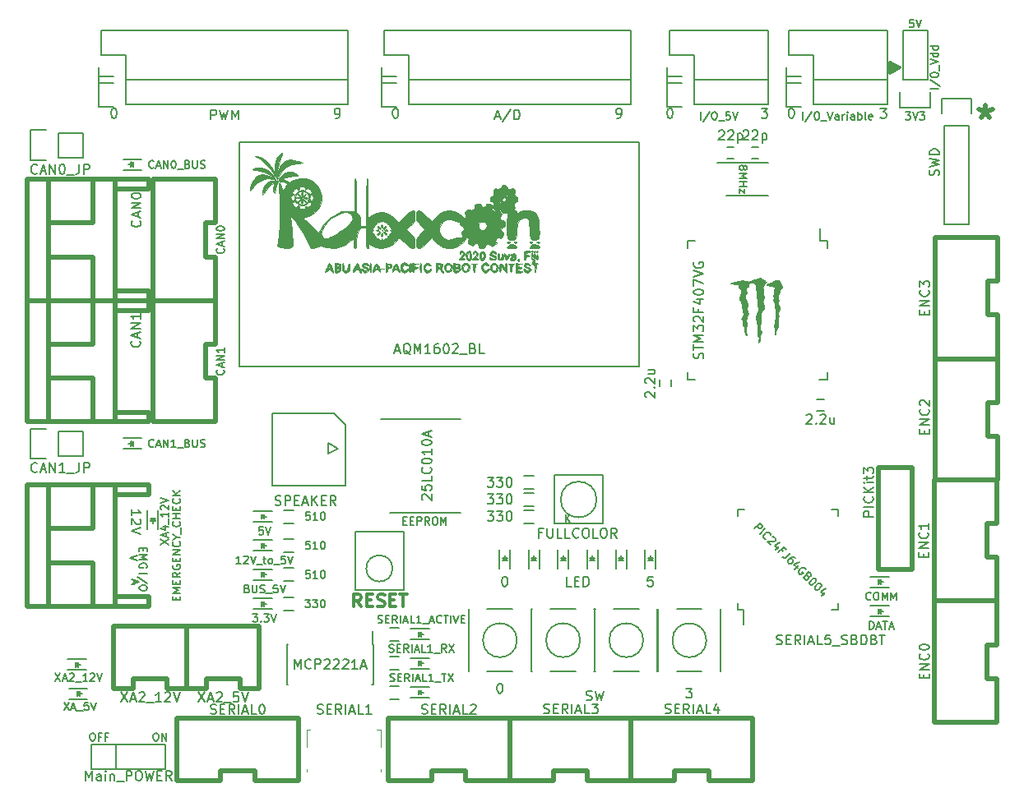
<source format=gbr>
G04 #@! TF.GenerationSoftware,KiCad,Pcbnew,(5.1.4)-1*
G04 #@! TF.CreationDate,2020-01-28T01:14:40+09:00*
G04 #@! TF.ProjectId,stm32f4_Centaurus,73746d33-3266-4345-9f43-656e74617572,rev?*
G04 #@! TF.SameCoordinates,Original*
G04 #@! TF.FileFunction,Legend,Top*
G04 #@! TF.FilePolarity,Positive*
%FSLAX46Y46*%
G04 Gerber Fmt 4.6, Leading zero omitted, Abs format (unit mm)*
G04 Created by KiCad (PCBNEW (5.1.4)-1) date 2020-01-28 01:14:40*
%MOMM*%
%LPD*%
G04 APERTURE LIST*
%ADD10C,0.325000*%
%ADD11C,0.200000*%
%ADD12C,0.500000*%
%ADD13C,0.150000*%
%ADD14C,0.010000*%
%ADD15C,0.120000*%
G04 APERTURE END LIST*
D10*
X141723809Y-63754761D02*
X141661904Y-63754761D01*
X141847619Y-63816666D02*
X141661904Y-63816666D01*
X141971428Y-63878571D02*
X141661904Y-63878571D01*
X142095238Y-63940476D02*
X141661904Y-63940476D01*
X142157142Y-64002380D02*
X141661904Y-64002380D01*
X142280952Y-64064285D02*
X141661904Y-64064285D01*
X142404761Y-64126190D02*
X141661904Y-64126190D01*
X142528571Y-64188095D02*
X141661904Y-64188095D01*
X142652380Y-64250000D02*
X141661904Y-64250000D01*
X142528571Y-64311904D02*
X141661904Y-64311904D01*
X142404761Y-64373809D02*
X141661904Y-64373809D01*
X142280952Y-64435714D02*
X141661904Y-64435714D01*
X142157142Y-64497619D02*
X141661904Y-64497619D01*
X142095238Y-64559523D02*
X141661904Y-64559523D01*
X141971428Y-64621428D02*
X141661904Y-64621428D01*
X141847619Y-64683333D02*
X141661904Y-64683333D01*
X141661904Y-64745238D02*
X142590476Y-64250000D01*
X141661904Y-63754761D01*
X141723809Y-64745238D02*
X141661904Y-64745238D01*
X142652380Y-64250000D02*
X141661904Y-64807142D01*
X141661904Y-63692857D01*
X142652380Y-64250000D01*
X87211904Y-119788095D02*
X86778571Y-119169047D01*
X86469047Y-119788095D02*
X86469047Y-118488095D01*
X86964285Y-118488095D01*
X87088095Y-118550000D01*
X87150000Y-118611904D01*
X87211904Y-118735714D01*
X87211904Y-118921428D01*
X87150000Y-119045238D01*
X87088095Y-119107142D01*
X86964285Y-119169047D01*
X86469047Y-119169047D01*
X87769047Y-119107142D02*
X88202380Y-119107142D01*
X88388095Y-119788095D02*
X87769047Y-119788095D01*
X87769047Y-118488095D01*
X88388095Y-118488095D01*
X88883333Y-119726190D02*
X89069047Y-119788095D01*
X89378571Y-119788095D01*
X89502380Y-119726190D01*
X89564285Y-119664285D01*
X89626190Y-119540476D01*
X89626190Y-119416666D01*
X89564285Y-119292857D01*
X89502380Y-119230952D01*
X89378571Y-119169047D01*
X89130952Y-119107142D01*
X89007142Y-119045238D01*
X88945238Y-118983333D01*
X88883333Y-118859523D01*
X88883333Y-118735714D01*
X88945238Y-118611904D01*
X89007142Y-118550000D01*
X89130952Y-118488095D01*
X89440476Y-118488095D01*
X89626190Y-118550000D01*
X90183333Y-119107142D02*
X90616666Y-119107142D01*
X90802380Y-119788095D02*
X90183333Y-119788095D01*
X90183333Y-118488095D01*
X90802380Y-118488095D01*
X91173809Y-118488095D02*
X91916666Y-118488095D01*
X91545238Y-119788095D02*
X91545238Y-118488095D01*
D11*
X144097619Y-59311904D02*
X143716666Y-59311904D01*
X143678571Y-59692857D01*
X143716666Y-59654761D01*
X143792857Y-59616666D01*
X143983333Y-59616666D01*
X144059523Y-59654761D01*
X144097619Y-59692857D01*
X144135714Y-59769047D01*
X144135714Y-59959523D01*
X144097619Y-60035714D01*
X144059523Y-60073809D01*
X143983333Y-60111904D01*
X143792857Y-60111904D01*
X143716666Y-60073809D01*
X143678571Y-60035714D01*
X144364285Y-59311904D02*
X144630952Y-60111904D01*
X144897619Y-59311904D01*
X143259523Y-68811904D02*
X143754761Y-68811904D01*
X143488095Y-69116666D01*
X143602380Y-69116666D01*
X143678571Y-69154761D01*
X143716666Y-69192857D01*
X143754761Y-69269047D01*
X143754761Y-69459523D01*
X143716666Y-69535714D01*
X143678571Y-69573809D01*
X143602380Y-69611904D01*
X143373809Y-69611904D01*
X143297619Y-69573809D01*
X143259523Y-69535714D01*
X143983333Y-68811904D02*
X144250000Y-69611904D01*
X144516666Y-68811904D01*
X144707142Y-68811904D02*
X145202380Y-68811904D01*
X144935714Y-69116666D01*
X145050000Y-69116666D01*
X145126190Y-69154761D01*
X145164285Y-69192857D01*
X145202380Y-69269047D01*
X145202380Y-69459523D01*
X145164285Y-69535714D01*
X145126190Y-69573809D01*
X145050000Y-69611904D01*
X144821428Y-69611904D01*
X144745238Y-69573809D01*
X144707142Y-69535714D01*
X59488095Y-132811904D02*
X59640476Y-132811904D01*
X59716666Y-132850000D01*
X59792857Y-132926190D01*
X59830952Y-133078571D01*
X59830952Y-133345238D01*
X59792857Y-133497619D01*
X59716666Y-133573809D01*
X59640476Y-133611904D01*
X59488095Y-133611904D01*
X59411904Y-133573809D01*
X59335714Y-133497619D01*
X59297619Y-133345238D01*
X59297619Y-133078571D01*
X59335714Y-132926190D01*
X59411904Y-132850000D01*
X59488095Y-132811904D01*
X60440476Y-133192857D02*
X60173809Y-133192857D01*
X60173809Y-133611904D02*
X60173809Y-132811904D01*
X60554761Y-132811904D01*
X61126190Y-133192857D02*
X60859523Y-133192857D01*
X60859523Y-133611904D02*
X60859523Y-132811904D01*
X61240476Y-132811904D01*
X66004761Y-132811904D02*
X66157142Y-132811904D01*
X66233333Y-132850000D01*
X66309523Y-132926190D01*
X66347619Y-133078571D01*
X66347619Y-133345238D01*
X66309523Y-133497619D01*
X66233333Y-133573809D01*
X66157142Y-133611904D01*
X66004761Y-133611904D01*
X65928571Y-133573809D01*
X65852380Y-133497619D01*
X65814285Y-133345238D01*
X65814285Y-133078571D01*
X65852380Y-132926190D01*
X65928571Y-132850000D01*
X66004761Y-132811904D01*
X66690476Y-133611904D02*
X66690476Y-132811904D01*
X67147619Y-133611904D01*
X67147619Y-132811904D01*
D12*
X151500000Y-68107142D02*
X151500000Y-68821428D01*
X150785714Y-68535714D02*
X151500000Y-68821428D01*
X152214285Y-68535714D01*
X151071428Y-69392857D02*
X151500000Y-68821428D01*
X151928571Y-69392857D01*
D11*
X140666666Y-68452380D02*
X141285714Y-68452380D01*
X140952380Y-68833333D01*
X141095238Y-68833333D01*
X141190476Y-68880952D01*
X141238095Y-68928571D01*
X141285714Y-69023809D01*
X141285714Y-69261904D01*
X141238095Y-69357142D01*
X141190476Y-69404761D01*
X141095238Y-69452380D01*
X140809523Y-69452380D01*
X140714285Y-69404761D01*
X140666666Y-69357142D01*
X131452380Y-68452380D02*
X131547619Y-68452380D01*
X131642857Y-68500000D01*
X131690476Y-68547619D01*
X131738095Y-68642857D01*
X131785714Y-68833333D01*
X131785714Y-69071428D01*
X131738095Y-69261904D01*
X131690476Y-69357142D01*
X131642857Y-69404761D01*
X131547619Y-69452380D01*
X131452380Y-69452380D01*
X131357142Y-69404761D01*
X131309523Y-69357142D01*
X131261904Y-69261904D01*
X131214285Y-69071428D01*
X131214285Y-68833333D01*
X131261904Y-68642857D01*
X131309523Y-68547619D01*
X131357142Y-68500000D01*
X131452380Y-68452380D01*
X128416666Y-68452380D02*
X129035714Y-68452380D01*
X128702380Y-68833333D01*
X128845238Y-68833333D01*
X128940476Y-68880952D01*
X128988095Y-68928571D01*
X129035714Y-69023809D01*
X129035714Y-69261904D01*
X128988095Y-69357142D01*
X128940476Y-69404761D01*
X128845238Y-69452380D01*
X128559523Y-69452380D01*
X128464285Y-69404761D01*
X128416666Y-69357142D01*
X118952380Y-68452380D02*
X119047619Y-68452380D01*
X119142857Y-68500000D01*
X119190476Y-68547619D01*
X119238095Y-68642857D01*
X119285714Y-68833333D01*
X119285714Y-69071428D01*
X119238095Y-69261904D01*
X119190476Y-69357142D01*
X119142857Y-69404761D01*
X119047619Y-69452380D01*
X118952380Y-69452380D01*
X118857142Y-69404761D01*
X118809523Y-69357142D01*
X118761904Y-69261904D01*
X118714285Y-69071428D01*
X118714285Y-68833333D01*
X118761904Y-68642857D01*
X118809523Y-68547619D01*
X118857142Y-68500000D01*
X118952380Y-68452380D01*
X113559523Y-69452380D02*
X113750000Y-69452380D01*
X113845238Y-69404761D01*
X113892857Y-69357142D01*
X113988095Y-69214285D01*
X114035714Y-69023809D01*
X114035714Y-68642857D01*
X113988095Y-68547619D01*
X113940476Y-68500000D01*
X113845238Y-68452380D01*
X113654761Y-68452380D01*
X113559523Y-68500000D01*
X113511904Y-68547619D01*
X113464285Y-68642857D01*
X113464285Y-68880952D01*
X113511904Y-68976190D01*
X113559523Y-69023809D01*
X113654761Y-69071428D01*
X113845238Y-69071428D01*
X113940476Y-69023809D01*
X113988095Y-68976190D01*
X114035714Y-68880952D01*
X90702380Y-68452380D02*
X90797619Y-68452380D01*
X90892857Y-68500000D01*
X90940476Y-68547619D01*
X90988095Y-68642857D01*
X91035714Y-68833333D01*
X91035714Y-69071428D01*
X90988095Y-69261904D01*
X90940476Y-69357142D01*
X90892857Y-69404761D01*
X90797619Y-69452380D01*
X90702380Y-69452380D01*
X90607142Y-69404761D01*
X90559523Y-69357142D01*
X90511904Y-69261904D01*
X90464285Y-69071428D01*
X90464285Y-68833333D01*
X90511904Y-68642857D01*
X90559523Y-68547619D01*
X90607142Y-68500000D01*
X90702380Y-68452380D01*
X84559523Y-69452380D02*
X84750000Y-69452380D01*
X84845238Y-69404761D01*
X84892857Y-69357142D01*
X84988095Y-69214285D01*
X85035714Y-69023809D01*
X85035714Y-68642857D01*
X84988095Y-68547619D01*
X84940476Y-68500000D01*
X84845238Y-68452380D01*
X84654761Y-68452380D01*
X84559523Y-68500000D01*
X84511904Y-68547619D01*
X84464285Y-68642857D01*
X84464285Y-68880952D01*
X84511904Y-68976190D01*
X84559523Y-69023809D01*
X84654761Y-69071428D01*
X84845238Y-69071428D01*
X84940476Y-69023809D01*
X84988095Y-68976190D01*
X85035714Y-68880952D01*
X61702380Y-68452380D02*
X61797619Y-68452380D01*
X61892857Y-68500000D01*
X61940476Y-68547619D01*
X61988095Y-68642857D01*
X62035714Y-68833333D01*
X62035714Y-69071428D01*
X61988095Y-69261904D01*
X61940476Y-69357142D01*
X61892857Y-69404761D01*
X61797619Y-69452380D01*
X61702380Y-69452380D01*
X61607142Y-69404761D01*
X61559523Y-69357142D01*
X61511904Y-69261904D01*
X61464285Y-69071428D01*
X61464285Y-68833333D01*
X61511904Y-68642857D01*
X61559523Y-68547619D01*
X61607142Y-68500000D01*
X61702380Y-68452380D01*
X120666666Y-128202380D02*
X121285714Y-128202380D01*
X120952380Y-128583333D01*
X121095238Y-128583333D01*
X121190476Y-128630952D01*
X121238095Y-128678571D01*
X121285714Y-128773809D01*
X121285714Y-129011904D01*
X121238095Y-129107142D01*
X121190476Y-129154761D01*
X121095238Y-129202380D01*
X120809523Y-129202380D01*
X120714285Y-129154761D01*
X120666666Y-129107142D01*
X101452380Y-127702380D02*
X101547619Y-127702380D01*
X101642857Y-127750000D01*
X101690476Y-127797619D01*
X101738095Y-127892857D01*
X101785714Y-128083333D01*
X101785714Y-128321428D01*
X101738095Y-128511904D01*
X101690476Y-128607142D01*
X101642857Y-128654761D01*
X101547619Y-128702380D01*
X101452380Y-128702380D01*
X101357142Y-128654761D01*
X101309523Y-128607142D01*
X101261904Y-128511904D01*
X101214285Y-128321428D01*
X101214285Y-128083333D01*
X101261904Y-127892857D01*
X101309523Y-127797619D01*
X101357142Y-127750000D01*
X101452380Y-127702380D01*
X110392857Y-129404761D02*
X110535714Y-129452380D01*
X110773809Y-129452380D01*
X110869047Y-129404761D01*
X110916666Y-129357142D01*
X110964285Y-129261904D01*
X110964285Y-129166666D01*
X110916666Y-129071428D01*
X110869047Y-129023809D01*
X110773809Y-128976190D01*
X110583333Y-128928571D01*
X110488095Y-128880952D01*
X110440476Y-128833333D01*
X110392857Y-128738095D01*
X110392857Y-128642857D01*
X110440476Y-128547619D01*
X110488095Y-128500000D01*
X110583333Y-128452380D01*
X110821428Y-128452380D01*
X110964285Y-128500000D01*
X111297619Y-128452380D02*
X111535714Y-129452380D01*
X111726190Y-128738095D01*
X111916666Y-129452380D01*
X112154761Y-128452380D01*
X108857142Y-117702380D02*
X108380952Y-117702380D01*
X108380952Y-116702380D01*
X109190476Y-117178571D02*
X109523809Y-117178571D01*
X109666666Y-117702380D02*
X109190476Y-117702380D01*
X109190476Y-116702380D01*
X109666666Y-116702380D01*
X110095238Y-117702380D02*
X110095238Y-116702380D01*
X110333333Y-116702380D01*
X110476190Y-116750000D01*
X110571428Y-116845238D01*
X110619047Y-116940476D01*
X110666666Y-117130952D01*
X110666666Y-117273809D01*
X110619047Y-117464285D01*
X110571428Y-117559523D01*
X110476190Y-117654761D01*
X110333333Y-117702380D01*
X110095238Y-117702380D01*
D13*
X108290476Y-111111904D02*
X108290476Y-110311904D01*
X108747619Y-111111904D02*
X108404761Y-110654761D01*
X108747619Y-110311904D02*
X108290476Y-110769047D01*
D11*
X117238095Y-116702380D02*
X116761904Y-116702380D01*
X116714285Y-117178571D01*
X116761904Y-117130952D01*
X116857142Y-117083333D01*
X117095238Y-117083333D01*
X117190476Y-117130952D01*
X117238095Y-117178571D01*
X117285714Y-117273809D01*
X117285714Y-117511904D01*
X117238095Y-117607142D01*
X117190476Y-117654761D01*
X117095238Y-117702380D01*
X116857142Y-117702380D01*
X116761904Y-117654761D01*
X116714285Y-117607142D01*
X101952380Y-116702380D02*
X102047619Y-116702380D01*
X102142857Y-116750000D01*
X102190476Y-116797619D01*
X102238095Y-116892857D01*
X102285714Y-117083333D01*
X102285714Y-117321428D01*
X102238095Y-117511904D01*
X102190476Y-117607142D01*
X102142857Y-117654761D01*
X102047619Y-117702380D01*
X101952380Y-117702380D01*
X101857142Y-117654761D01*
X101809523Y-117607142D01*
X101761904Y-117511904D01*
X101714285Y-117321428D01*
X101714285Y-117083333D01*
X101761904Y-116892857D01*
X101809523Y-116797619D01*
X101857142Y-116750000D01*
X101952380Y-116702380D01*
X105857142Y-112178571D02*
X105523809Y-112178571D01*
X105523809Y-112702380D02*
X105523809Y-111702380D01*
X106000000Y-111702380D01*
X106380952Y-111702380D02*
X106380952Y-112511904D01*
X106428571Y-112607142D01*
X106476190Y-112654761D01*
X106571428Y-112702380D01*
X106761904Y-112702380D01*
X106857142Y-112654761D01*
X106904761Y-112607142D01*
X106952380Y-112511904D01*
X106952380Y-111702380D01*
X107904761Y-112702380D02*
X107428571Y-112702380D01*
X107428571Y-111702380D01*
X108714285Y-112702380D02*
X108238095Y-112702380D01*
X108238095Y-111702380D01*
X109619047Y-112607142D02*
X109571428Y-112654761D01*
X109428571Y-112702380D01*
X109333333Y-112702380D01*
X109190476Y-112654761D01*
X109095238Y-112559523D01*
X109047619Y-112464285D01*
X109000000Y-112273809D01*
X109000000Y-112130952D01*
X109047619Y-111940476D01*
X109095238Y-111845238D01*
X109190476Y-111750000D01*
X109333333Y-111702380D01*
X109428571Y-111702380D01*
X109571428Y-111750000D01*
X109619047Y-111797619D01*
X110238095Y-111702380D02*
X110428571Y-111702380D01*
X110523809Y-111750000D01*
X110619047Y-111845238D01*
X110666666Y-112035714D01*
X110666666Y-112369047D01*
X110619047Y-112559523D01*
X110523809Y-112654761D01*
X110428571Y-112702380D01*
X110238095Y-112702380D01*
X110142857Y-112654761D01*
X110047619Y-112559523D01*
X110000000Y-112369047D01*
X110000000Y-112035714D01*
X110047619Y-111845238D01*
X110142857Y-111750000D01*
X110238095Y-111702380D01*
X111571428Y-112702380D02*
X111095238Y-112702380D01*
X111095238Y-111702380D01*
X112095238Y-111702380D02*
X112285714Y-111702380D01*
X112380952Y-111750000D01*
X112476190Y-111845238D01*
X112523809Y-112035714D01*
X112523809Y-112369047D01*
X112476190Y-112559523D01*
X112380952Y-112654761D01*
X112285714Y-112702380D01*
X112095238Y-112702380D01*
X112000000Y-112654761D01*
X111904761Y-112559523D01*
X111857142Y-112369047D01*
X111857142Y-112035714D01*
X111904761Y-111845238D01*
X112000000Y-111750000D01*
X112095238Y-111702380D01*
X113523809Y-112702380D02*
X113190476Y-112226190D01*
X112952380Y-112702380D02*
X112952380Y-111702380D01*
X113333333Y-111702380D01*
X113428571Y-111750000D01*
X113476190Y-111797619D01*
X113523809Y-111892857D01*
X113523809Y-112035714D01*
X113476190Y-112130952D01*
X113428571Y-112178571D01*
X113333333Y-112226190D01*
X112952380Y-112226190D01*
X91540476Y-110942857D02*
X91807142Y-110942857D01*
X91921428Y-111361904D02*
X91540476Y-111361904D01*
X91540476Y-110561904D01*
X91921428Y-110561904D01*
X92264285Y-110942857D02*
X92530952Y-110942857D01*
X92645238Y-111361904D02*
X92264285Y-111361904D01*
X92264285Y-110561904D01*
X92645238Y-110561904D01*
X92988095Y-111361904D02*
X92988095Y-110561904D01*
X93292857Y-110561904D01*
X93369047Y-110600000D01*
X93407142Y-110638095D01*
X93445238Y-110714285D01*
X93445238Y-110828571D01*
X93407142Y-110904761D01*
X93369047Y-110942857D01*
X93292857Y-110980952D01*
X92988095Y-110980952D01*
X94245238Y-111361904D02*
X93978571Y-110980952D01*
X93788095Y-111361904D02*
X93788095Y-110561904D01*
X94092857Y-110561904D01*
X94169047Y-110600000D01*
X94207142Y-110638095D01*
X94245238Y-110714285D01*
X94245238Y-110828571D01*
X94207142Y-110904761D01*
X94169047Y-110942857D01*
X94092857Y-110980952D01*
X93788095Y-110980952D01*
X94740476Y-110561904D02*
X94892857Y-110561904D01*
X94969047Y-110600000D01*
X95045238Y-110676190D01*
X95083333Y-110828571D01*
X95083333Y-111095238D01*
X95045238Y-111247619D01*
X94969047Y-111323809D01*
X94892857Y-111361904D01*
X94740476Y-111361904D01*
X94664285Y-111323809D01*
X94588095Y-111247619D01*
X94550000Y-111095238D01*
X94550000Y-110828571D01*
X94588095Y-110676190D01*
X94664285Y-110600000D01*
X94740476Y-110561904D01*
X95426190Y-111361904D02*
X95426190Y-110561904D01*
X95692857Y-111133333D01*
X95959523Y-110561904D01*
X95959523Y-111361904D01*
D13*
X63816666Y-117059523D02*
X63816666Y-117440476D01*
X63588095Y-116983333D02*
X64388095Y-117250000D01*
X63588095Y-117516666D01*
X64388095Y-116411904D02*
X65188095Y-116411904D01*
X65226190Y-117364285D02*
X64197619Y-116678571D01*
X65188095Y-117783333D02*
X65188095Y-117935714D01*
X65150000Y-118011904D01*
X65073809Y-118088095D01*
X64921428Y-118126190D01*
X64654761Y-118126190D01*
X64502380Y-118088095D01*
X64426190Y-118011904D01*
X64388095Y-117935714D01*
X64388095Y-117783333D01*
X64426190Y-117707142D01*
X64502380Y-117630952D01*
X64654761Y-117592857D01*
X64921428Y-117592857D01*
X65073809Y-117630952D01*
X65150000Y-117707142D01*
X65188095Y-117783333D01*
X64188095Y-114483333D02*
X63388095Y-114750000D01*
X64188095Y-115016666D01*
X64807142Y-113721428D02*
X64807142Y-113988095D01*
X64388095Y-114102380D02*
X64388095Y-113721428D01*
X65188095Y-113721428D01*
X65188095Y-114102380D01*
X64388095Y-114445238D02*
X65188095Y-114445238D01*
X64616666Y-114711904D01*
X65188095Y-114978571D01*
X64388095Y-114978571D01*
X65150000Y-115778571D02*
X65188095Y-115702380D01*
X65188095Y-115588095D01*
X65150000Y-115473809D01*
X65073809Y-115397619D01*
X64997619Y-115359523D01*
X64845238Y-115321428D01*
X64730952Y-115321428D01*
X64578571Y-115359523D01*
X64502380Y-115397619D01*
X64426190Y-115473809D01*
X64388095Y-115588095D01*
X64388095Y-115664285D01*
X64426190Y-115778571D01*
X64464285Y-115816666D01*
X64730952Y-115816666D01*
X64730952Y-115664285D01*
D11*
X63547619Y-110380952D02*
X63547619Y-109809523D01*
X63547619Y-110095238D02*
X64547619Y-110095238D01*
X64404761Y-110000000D01*
X64309523Y-109904761D01*
X64261904Y-109809523D01*
X64452380Y-110761904D02*
X64500000Y-110809523D01*
X64547619Y-110904761D01*
X64547619Y-111142857D01*
X64500000Y-111238095D01*
X64452380Y-111285714D01*
X64357142Y-111333333D01*
X64261904Y-111333333D01*
X64119047Y-111285714D01*
X63547619Y-110714285D01*
X63547619Y-111333333D01*
X64547619Y-111619047D02*
X63547619Y-111952380D01*
X64547619Y-112285714D01*
D13*
X84400000Y-99850000D02*
X78100000Y-99850000D01*
X78100000Y-99850000D02*
X78100000Y-107350000D01*
X85600000Y-107350000D02*
X78100000Y-107350000D01*
X85600000Y-107350000D02*
X85600000Y-101050000D01*
X84400000Y-99850000D02*
X85600000Y-101050000D01*
X83800000Y-104050000D02*
X84800000Y-103550000D01*
X83800000Y-102950000D02*
X83800000Y-104050000D01*
X84800000Y-103550000D02*
X83800000Y-102950000D01*
X117725000Y-126475000D02*
X117725000Y-120025000D01*
X113200000Y-126475000D02*
X115800000Y-126475000D01*
X111275000Y-126475000D02*
X111275000Y-120025000D01*
X113200000Y-120025000D02*
X115800000Y-120025000D01*
X111300000Y-126475000D02*
X111275000Y-126475000D01*
X117725000Y-126475000D02*
X117700000Y-126475000D01*
X117725000Y-120025000D02*
X117700000Y-120025000D01*
X111275000Y-120025000D02*
X111300000Y-120025000D01*
X116250714Y-123250000D02*
G75*
G03X116250714Y-123250000I-1750714J0D01*
G01*
X125995000Y-120135000D02*
X126595000Y-120135000D01*
X125995000Y-109785000D02*
X126665000Y-109785000D01*
X136345000Y-109785000D02*
X135675000Y-109785000D01*
X136345000Y-120135000D02*
X135675000Y-120135000D01*
X125995000Y-120135000D02*
X125995000Y-119465000D01*
X136345000Y-120135000D02*
X136345000Y-119465000D01*
X136345000Y-109785000D02*
X136345000Y-110455000D01*
X125995000Y-109785000D02*
X125995000Y-110455000D01*
X126595000Y-120135000D02*
X126595000Y-121610000D01*
X130950000Y-65800000D02*
X132500000Y-65800000D01*
X133770000Y-62980000D02*
X133770000Y-65520000D01*
X131230000Y-62980000D02*
X133770000Y-62980000D01*
X130950000Y-64250000D02*
X130950000Y-65800000D01*
X131230000Y-60440000D02*
X131230000Y-62980000D01*
X141390000Y-60440000D02*
X131230000Y-60440000D01*
X141390000Y-65520000D02*
X141390000Y-60440000D01*
X133770000Y-65520000D02*
X141390000Y-65520000D01*
D12*
X146220000Y-119210000D02*
X152620000Y-119210000D01*
X152620000Y-106710000D02*
X146220000Y-106710000D01*
X146220000Y-106710000D02*
X146220000Y-119210000D01*
X152620000Y-111210000D02*
X152620000Y-106710000D01*
X151620000Y-111210000D02*
X152620000Y-111210000D01*
X151620000Y-114710000D02*
X151620000Y-111210000D01*
X152620000Y-114710000D02*
X151620000Y-114710000D01*
X152620000Y-119210000D02*
X152620000Y-114710000D01*
D13*
X74650000Y-71970000D02*
X115850000Y-71970000D01*
X115850000Y-71970000D02*
X115850000Y-95030000D01*
X115850000Y-95030000D02*
X74650000Y-95030000D01*
X74650000Y-95030000D02*
X74650000Y-71970000D01*
D12*
X65400000Y-119750000D02*
X65400000Y-118750000D01*
X65400000Y-118750000D02*
X61900000Y-118750000D01*
X65400000Y-107250000D02*
X65400000Y-108250000D01*
X65400000Y-108250000D02*
X61900000Y-108250000D01*
X61900000Y-119750000D02*
X61900000Y-107250000D01*
X59600000Y-115250000D02*
X59600000Y-119750000D01*
X59600000Y-111750000D02*
X59600000Y-107250000D01*
X59600000Y-115250000D02*
X55000000Y-115250000D01*
X59600000Y-111750000D02*
X55000000Y-111750000D01*
X55000000Y-107250000D02*
X55000000Y-119750000D01*
X65400000Y-119750000D02*
X52800000Y-119750000D01*
X52800000Y-119750000D02*
X52800000Y-107250000D01*
X65400000Y-107250000D02*
X52800000Y-107250000D01*
D13*
X92160000Y-65480000D02*
X115020000Y-65480000D01*
X115020000Y-65480000D02*
X115020000Y-68020000D01*
X115020000Y-68020000D02*
X92160000Y-68020000D01*
X89340000Y-65200000D02*
X90890000Y-65200000D01*
X92160000Y-65480000D02*
X92160000Y-68020000D01*
X90890000Y-68300000D02*
X89340000Y-68300000D01*
X89340000Y-68300000D02*
X89340000Y-65200000D01*
D12*
X68250000Y-131300000D02*
X68250000Y-137700000D01*
X80750000Y-137700000D02*
X80750000Y-131300000D01*
X80750000Y-131300000D02*
X68250000Y-131300000D01*
X76250000Y-137700000D02*
X80750000Y-137700000D01*
X76250000Y-136700000D02*
X76250000Y-137700000D01*
X72750000Y-136700000D02*
X76250000Y-136700000D01*
X72750000Y-137700000D02*
X72750000Y-136700000D01*
X68250000Y-137700000D02*
X72750000Y-137700000D01*
D14*
G36*
X128356152Y-85885803D02*
G01*
X128374458Y-85892221D01*
X128381769Y-85907517D01*
X128383331Y-85917842D01*
X128393277Y-85944137D01*
X128419700Y-85961174D01*
X128431800Y-85965467D01*
X128467946Y-85984493D01*
X128480118Y-86006876D01*
X128494476Y-86030972D01*
X128521631Y-86041531D01*
X128551815Y-86054836D01*
X128588155Y-86080720D01*
X128609335Y-86100130D01*
X128650561Y-86135633D01*
X128685491Y-86150430D01*
X128695171Y-86151200D01*
X128740047Y-86159060D01*
X128770282Y-86184372D01*
X128788255Y-86229730D01*
X128793047Y-86257927D01*
X128801741Y-86306589D01*
X128815815Y-86335541D01*
X128839901Y-86350461D01*
X128873485Y-86356537D01*
X128915019Y-86360750D01*
X128786350Y-86506800D01*
X128715961Y-86588994D01*
X128660983Y-86660389D01*
X128620018Y-86725720D01*
X128591667Y-86789720D01*
X128574532Y-86857125D01*
X128567215Y-86932669D01*
X128568318Y-87021088D01*
X128576441Y-87127116D01*
X128583344Y-87194181D01*
X128598853Y-87336854D01*
X128611965Y-87456329D01*
X128622991Y-87554662D01*
X128632246Y-87633909D01*
X128640042Y-87696128D01*
X128646691Y-87743374D01*
X128652507Y-87777705D01*
X128657803Y-87801176D01*
X128662890Y-87815845D01*
X128668083Y-87823767D01*
X128673693Y-87826999D01*
X128679691Y-87827600D01*
X128694299Y-87837629D01*
X128697555Y-87863814D01*
X128690783Y-87900295D01*
X128675304Y-87941215D01*
X128652441Y-87980715D01*
X128642111Y-87994111D01*
X128626213Y-88015384D01*
X128616528Y-88037478D01*
X128611547Y-88067344D01*
X128609763Y-88111936D01*
X128609600Y-88144106D01*
X128608862Y-88199465D01*
X128605840Y-88235568D01*
X128599319Y-88258538D01*
X128588083Y-88274494D01*
X128582699Y-88279656D01*
X128568200Y-88295856D01*
X128561121Y-88315894D01*
X128560056Y-88347323D01*
X128562703Y-88387106D01*
X128567057Y-88424807D01*
X128574604Y-88464130D01*
X128586583Y-88509083D01*
X128604235Y-88563675D01*
X128628799Y-88631913D01*
X128661515Y-88717805D01*
X128678353Y-88761050D01*
X128706962Y-88848177D01*
X128721797Y-88926208D01*
X128722466Y-88991391D01*
X128708580Y-89039975D01*
X128707574Y-89041766D01*
X128679525Y-89081567D01*
X128641678Y-89124189D01*
X128600945Y-89162778D01*
X128564240Y-89190482D01*
X128550099Y-89197894D01*
X128512501Y-89225704D01*
X128490118Y-89272868D01*
X128482601Y-89340128D01*
X128482600Y-89341203D01*
X128475981Y-89396010D01*
X128458371Y-89445355D01*
X128433143Y-89481163D01*
X128420175Y-89490724D01*
X128397899Y-89516117D01*
X128393700Y-89540834D01*
X128385754Y-89576985D01*
X128368300Y-89609065D01*
X128356496Y-89627594D01*
X128348971Y-89650830D01*
X128344831Y-89684561D01*
X128343180Y-89734573D01*
X128343011Y-89772703D01*
X128344057Y-89839196D01*
X128346812Y-89920244D01*
X128350844Y-90005091D01*
X128355186Y-90075500D01*
X128359129Y-90242872D01*
X128349073Y-90422896D01*
X128325607Y-90607433D01*
X128310501Y-90691450D01*
X128299192Y-90775741D01*
X128294016Y-90876527D01*
X128294706Y-90985718D01*
X128300999Y-91095226D01*
X128312630Y-91196965D01*
X128329333Y-91282845D01*
X128329931Y-91285175D01*
X128347404Y-91345106D01*
X128362816Y-91382581D01*
X128375611Y-91396264D01*
X128376209Y-91396300D01*
X128392177Y-91387108D01*
X128393894Y-91380425D01*
X128398285Y-91373813D01*
X128406400Y-91383600D01*
X128416130Y-91415111D01*
X128417923Y-91462148D01*
X128413007Y-91518952D01*
X128402608Y-91579765D01*
X128387953Y-91638829D01*
X128370268Y-91690386D01*
X128350782Y-91728677D01*
X128330720Y-91747945D01*
X128328623Y-91748632D01*
X128317681Y-91754129D01*
X128310474Y-91766916D01*
X128306078Y-91791728D01*
X128303568Y-91833299D01*
X128302261Y-91883556D01*
X128301527Y-91957386D01*
X128301786Y-92041804D01*
X128302965Y-92122019D01*
X128303559Y-92145600D01*
X128304808Y-92206780D01*
X128303830Y-92248410D01*
X128299831Y-92276299D01*
X128292017Y-92296257D01*
X128280697Y-92312703D01*
X128261985Y-92344387D01*
X128254003Y-92373830D01*
X128254000Y-92374283D01*
X128243506Y-92422001D01*
X128214731Y-92474681D01*
X128171734Y-92525200D01*
X128163757Y-92532651D01*
X128126592Y-92563796D01*
X128102076Y-92575970D01*
X128087519Y-92567589D01*
X128080229Y-92537068D01*
X128077515Y-92482821D01*
X128077496Y-92481857D01*
X128077650Y-92430162D01*
X128081130Y-92398809D01*
X128088773Y-92382860D01*
X128094973Y-92378898D01*
X128109534Y-92361433D01*
X128114300Y-92334791D01*
X128118456Y-92303455D01*
X128129260Y-92258958D01*
X128141802Y-92218675D01*
X128162971Y-92145466D01*
X128169032Y-92086599D01*
X128159529Y-92035667D01*
X128134008Y-91986266D01*
X128124331Y-91972384D01*
X128051144Y-91853129D01*
X128001389Y-91729063D01*
X127994506Y-91704406D01*
X127989007Y-91679685D01*
X127984704Y-91650855D01*
X127981516Y-91615008D01*
X127979361Y-91569237D01*
X127978156Y-91510633D01*
X127977820Y-91436289D01*
X127978271Y-91343295D01*
X127979426Y-91228744D01*
X127979929Y-91187202D01*
X127985417Y-90747428D01*
X127948410Y-90668347D01*
X127914961Y-90582176D01*
X127901862Y-90509353D01*
X127908905Y-90448306D01*
X127916851Y-90427805D01*
X127929447Y-90397774D01*
X127930830Y-90375402D01*
X127920509Y-90348223D01*
X127913140Y-90333500D01*
X127875107Y-90242170D01*
X127854367Y-90147834D01*
X127849324Y-90042332D01*
X127850350Y-90012823D01*
X127851740Y-89983068D01*
X127853226Y-89957639D01*
X127855579Y-89933900D01*
X127859568Y-89909214D01*
X127865964Y-89880943D01*
X127875537Y-89846451D01*
X127889057Y-89803100D01*
X127907295Y-89748255D01*
X127931019Y-89679277D01*
X127961001Y-89593530D01*
X127998011Y-89488376D01*
X128030174Y-89397091D01*
X128052359Y-89336398D01*
X128072871Y-89284457D01*
X128089740Y-89245965D01*
X128100999Y-89225618D01*
X128102780Y-89223870D01*
X128109393Y-89214356D01*
X128111706Y-89194689D01*
X128109360Y-89162153D01*
X128101994Y-89114032D01*
X128089249Y-89047614D01*
X128070766Y-88960181D01*
X128063322Y-88926150D01*
X128032120Y-88774842D01*
X128009843Y-88643190D01*
X127996227Y-88527167D01*
X127991008Y-88422750D01*
X127993921Y-88325913D01*
X128004702Y-88232631D01*
X128014296Y-88179366D01*
X128021984Y-88137743D01*
X128023009Y-88113315D01*
X128016256Y-88098491D01*
X128000612Y-88085679D01*
X128000543Y-88085631D01*
X127975758Y-88063750D01*
X127958179Y-88035634D01*
X127947039Y-87997386D01*
X127941571Y-87945107D01*
X127941006Y-87874901D01*
X127943835Y-87797660D01*
X127947076Y-87725992D01*
X127948408Y-87674744D01*
X127947429Y-87638981D01*
X127943735Y-87613767D01*
X127936923Y-87594168D01*
X127926592Y-87575247D01*
X127925535Y-87573508D01*
X127909638Y-87542794D01*
X127901389Y-87511547D01*
X127900765Y-87474016D01*
X127907745Y-87424451D01*
X127922304Y-87357101D01*
X127924642Y-87347205D01*
X127938459Y-87280436D01*
X127942004Y-87231772D01*
X127933837Y-87195504D01*
X127912517Y-87165920D01*
X127876604Y-87137312D01*
X127870675Y-87133291D01*
X127837045Y-87108089D01*
X127819857Y-87085131D01*
X127812924Y-87055128D01*
X127812058Y-87045300D01*
X127813937Y-87009038D01*
X127822327Y-86957705D01*
X127835650Y-86900306D01*
X127840633Y-86882349D01*
X127862175Y-86790629D01*
X127872113Y-86706822D01*
X127869931Y-86636660D01*
X127864995Y-86611574D01*
X127848896Y-86588044D01*
X127826233Y-86582999D01*
X127785743Y-86576164D01*
X127752823Y-86553068D01*
X127722620Y-86509829D01*
X127713667Y-86492950D01*
X127681369Y-86429212D01*
X127568649Y-86432793D01*
X127511147Y-86433692D01*
X127473076Y-86431470D01*
X127448576Y-86425343D01*
X127431787Y-86414525D01*
X127431690Y-86414436D01*
X127412202Y-86402659D01*
X127382037Y-86395789D01*
X127335363Y-86392827D01*
X127303674Y-86392499D01*
X127251660Y-86393984D01*
X127215738Y-86398082D01*
X127200206Y-86404261D01*
X127199900Y-86405379D01*
X127191175Y-86421217D01*
X127169365Y-86445199D01*
X127160319Y-86453623D01*
X127120738Y-86488988D01*
X127122733Y-86625222D01*
X127122799Y-86686635D01*
X127121382Y-86743147D01*
X127118749Y-86787074D01*
X127116450Y-86805578D01*
X127110287Y-86831589D01*
X127099635Y-86844626D01*
X127077124Y-86849169D01*
X127043841Y-86849700D01*
X127001742Y-86852578D01*
X126965873Y-86863799D01*
X126925250Y-86887239D01*
X126911904Y-86896260D01*
X126844299Y-86942821D01*
X126844299Y-87148779D01*
X126844434Y-87225384D01*
X126845157Y-87280356D01*
X126846949Y-87317463D01*
X126850290Y-87340473D01*
X126855658Y-87353153D01*
X126863535Y-87359271D01*
X126871434Y-87361833D01*
X126887848Y-87369204D01*
X126894322Y-87384707D01*
X126893217Y-87415819D01*
X126892018Y-87427047D01*
X126887442Y-87455281D01*
X126878853Y-87481887D01*
X126863575Y-87511816D01*
X126838935Y-87550021D01*
X126802256Y-87601452D01*
X126785412Y-87624400D01*
X126771368Y-87644610D01*
X126762322Y-87663450D01*
X126757500Y-87686615D01*
X126756126Y-87719800D01*
X126757426Y-87768700D01*
X126759491Y-87814900D01*
X126767403Y-87914012D01*
X126782490Y-88010831D01*
X126806136Y-88110918D01*
X126839722Y-88219834D01*
X126884632Y-88343142D01*
X126901616Y-88386537D01*
X126941205Y-88487171D01*
X126971775Y-88567044D01*
X126994231Y-88628781D01*
X127009477Y-88675003D01*
X127018416Y-88708333D01*
X127021953Y-88731393D01*
X127022100Y-88736023D01*
X127016007Y-88768759D01*
X127000690Y-88811410D01*
X126980594Y-88853889D01*
X126960162Y-88886106D01*
X126952397Y-88894277D01*
X126944319Y-88905872D01*
X126938765Y-88927559D01*
X126935330Y-88963285D01*
X126933612Y-89016993D01*
X126933200Y-89081875D01*
X126933416Y-89151347D01*
X126934646Y-89200877D01*
X126937765Y-89235924D01*
X126943644Y-89261947D01*
X126953159Y-89284403D01*
X126967181Y-89308752D01*
X126970320Y-89313870D01*
X127015649Y-89404828D01*
X127041577Y-89496427D01*
X127048074Y-89584992D01*
X127035108Y-89666850D01*
X127002647Y-89738330D01*
X126974302Y-89774186D01*
X126949887Y-89808042D01*
X126943339Y-89845860D01*
X126943809Y-89856736D01*
X126941317Y-89895010D01*
X126931469Y-89944043D01*
X126921084Y-89979063D01*
X126907111Y-90024287D01*
X126897679Y-90064175D01*
X126895100Y-90085027D01*
X126885760Y-90113418D01*
X126869700Y-90122620D01*
X126855670Y-90129555D01*
X126847961Y-90145153D01*
X126844784Y-90175562D01*
X126844300Y-90209880D01*
X126846881Y-90258511D01*
X126853801Y-90321614D01*
X126863822Y-90388882D01*
X126869661Y-90421124D01*
X126883279Y-90510187D01*
X126891836Y-90606888D01*
X126895271Y-90704717D01*
X126893524Y-90797160D01*
X126886534Y-90877705D01*
X126874459Y-90939100D01*
X126867320Y-90970124D01*
X126861671Y-91010738D01*
X126857301Y-91064199D01*
X126853997Y-91133764D01*
X126851549Y-91222691D01*
X126849979Y-91316190D01*
X126848825Y-91413681D01*
X126848435Y-91489025D01*
X126848977Y-91545467D01*
X126850623Y-91586252D01*
X126853544Y-91614626D01*
X126857910Y-91633834D01*
X126863891Y-91647121D01*
X126867676Y-91652740D01*
X126881087Y-91680908D01*
X126887821Y-91723441D01*
X126889131Y-91770652D01*
X126887989Y-91818186D01*
X126884131Y-91845929D01*
X126876150Y-91859455D01*
X126865566Y-91863843D01*
X126845705Y-91861712D01*
X126825669Y-91844999D01*
X126802733Y-91810501D01*
X126775733Y-91758250D01*
X126757952Y-91718232D01*
X126742296Y-91674776D01*
X126727979Y-91624338D01*
X126714211Y-91563370D01*
X126700205Y-91488328D01*
X126685173Y-91395665D01*
X126668328Y-91281836D01*
X126665546Y-91262365D01*
X126625870Y-90983646D01*
X126577124Y-90930763D01*
X126544557Y-90888169D01*
X126524663Y-90847263D01*
X126521808Y-90835465D01*
X126517384Y-90796485D01*
X126512833Y-90738896D01*
X126508500Y-90669485D01*
X126504726Y-90595039D01*
X126501856Y-90522344D01*
X126500233Y-90458187D01*
X126500201Y-90409355D01*
X126500216Y-90408690D01*
X126499161Y-90355006D01*
X126490641Y-90313852D01*
X126471085Y-90276365D01*
X126436923Y-90233682D01*
X126423827Y-90219125D01*
X126388742Y-90176185D01*
X126369143Y-90137721D01*
X126365262Y-90098709D01*
X126377327Y-90054123D01*
X126405569Y-89998939D01*
X126436141Y-89949680D01*
X126461561Y-89907610D01*
X126480222Y-89871506D01*
X126488559Y-89848361D01*
X126488700Y-89846545D01*
X126493670Y-89822918D01*
X126506377Y-89786471D01*
X126516267Y-89762789D01*
X126536033Y-89694684D01*
X126544062Y-89610193D01*
X126540828Y-89515202D01*
X126526805Y-89415598D01*
X126502465Y-89317267D01*
X126474164Y-89239422D01*
X126465455Y-89215646D01*
X126459140Y-89188250D01*
X126454859Y-89152874D01*
X126452250Y-89105161D01*
X126450951Y-89040755D01*
X126450600Y-88955632D01*
X126450395Y-88873244D01*
X126449514Y-88812202D01*
X126447557Y-88768454D01*
X126444125Y-88737948D01*
X126438817Y-88716633D01*
X126431234Y-88700455D01*
X126424399Y-88690076D01*
X126408978Y-88659461D01*
X126392890Y-88613277D01*
X126379411Y-88561048D01*
X126378451Y-88556441D01*
X126364999Y-88502895D01*
X126349442Y-88460083D01*
X126334801Y-88435701D01*
X126316916Y-88404460D01*
X126310899Y-88370525D01*
X126304901Y-88336970D01*
X126283202Y-88308126D01*
X126267547Y-88294659D01*
X126215176Y-88237239D01*
X126178358Y-88163040D01*
X126159037Y-88076731D01*
X126156553Y-88028125D01*
X126157098Y-87998014D01*
X126158905Y-87969973D01*
X126162808Y-87940561D01*
X126169639Y-87906337D01*
X126180231Y-87863861D01*
X126195415Y-87809692D01*
X126216025Y-87740389D01*
X126242893Y-87652511D01*
X126263871Y-87584565D01*
X126283312Y-87515870D01*
X126300318Y-87445094D01*
X126312783Y-87381625D01*
X126317995Y-87343265D01*
X126321295Y-87265249D01*
X126313374Y-87203041D01*
X126291421Y-87148658D01*
X126252623Y-87094120D01*
X126215938Y-87053659D01*
X126161781Y-86994542D01*
X126124305Y-86945105D01*
X126100587Y-86898876D01*
X126087704Y-86849385D01*
X126082734Y-86790161D01*
X126082300Y-86757813D01*
X126081443Y-86701605D01*
X126078114Y-86664622D01*
X126071172Y-86640722D01*
X126059474Y-86623765D01*
X126056899Y-86621100D01*
X126030030Y-86602130D01*
X126008043Y-86595699D01*
X125982237Y-86587659D01*
X125954068Y-86568795D01*
X125939010Y-86557129D01*
X125922133Y-86549850D01*
X125898047Y-86546363D01*
X125861363Y-86546075D01*
X125806691Y-86548393D01*
X125781315Y-86549764D01*
X125693585Y-86552030D01*
X125629719Y-86547825D01*
X125589949Y-86537185D01*
X125574508Y-86520148D01*
X125574300Y-86517461D01*
X125562356Y-86513639D01*
X125529546Y-86510423D01*
X125480402Y-86508085D01*
X125419456Y-86506895D01*
X125395568Y-86506800D01*
X125324527Y-86506502D01*
X125275210Y-86505324D01*
X125243946Y-86502835D01*
X125227063Y-86498606D01*
X125220891Y-86492208D01*
X125220943Y-86486370D01*
X125231749Y-86475707D01*
X125261605Y-86460653D01*
X125311889Y-86440662D01*
X125383977Y-86415184D01*
X125477626Y-86384196D01*
X125618170Y-86340950D01*
X125740663Y-86308402D01*
X125849647Y-86285649D01*
X125949666Y-86271788D01*
X126045265Y-86265914D01*
X126074108Y-86265574D01*
X126127189Y-86264526D01*
X126163852Y-86260012D01*
X126193047Y-86249837D01*
X126223725Y-86231801D01*
X126230724Y-86227126D01*
X126316484Y-86174716D01*
X126392342Y-86140567D01*
X126439520Y-86126849D01*
X126479939Y-86120836D01*
X126511576Y-86126427D01*
X126539506Y-86140029D01*
X126576267Y-86166992D01*
X126606796Y-86199586D01*
X126609782Y-86203918D01*
X126634750Y-86242343D01*
X126761750Y-86234849D01*
X126850067Y-86232259D01*
X126917063Y-86236724D01*
X126965989Y-86248890D01*
X127000102Y-86269397D01*
X127013887Y-86284683D01*
X127032525Y-86305681D01*
X127053324Y-86312918D01*
X127087066Y-86309861D01*
X127090442Y-86309309D01*
X127145452Y-86296265D01*
X127185992Y-86275574D01*
X127213561Y-86251838D01*
X127241632Y-86233207D01*
X127264615Y-86227399D01*
X127295336Y-86221328D01*
X127324940Y-86208886D01*
X127391731Y-86177503D01*
X127479353Y-86144549D01*
X127583404Y-86111357D01*
X127699481Y-86079260D01*
X127823182Y-86049589D01*
X127914793Y-86030417D01*
X127974852Y-86017712D01*
X128026674Y-86005029D01*
X128064607Y-85993866D01*
X128082757Y-85985928D01*
X128105101Y-85974686D01*
X128142346Y-85962457D01*
X128167963Y-85956049D01*
X128213906Y-85942388D01*
X128239890Y-85924881D01*
X128247486Y-85912896D01*
X128259919Y-85894971D01*
X128281619Y-85886560D01*
X128319667Y-85884499D01*
X128356152Y-85885803D01*
X128356152Y-85885803D01*
G37*
X128356152Y-85885803D02*
X128374458Y-85892221D01*
X128381769Y-85907517D01*
X128383331Y-85917842D01*
X128393277Y-85944137D01*
X128419700Y-85961174D01*
X128431800Y-85965467D01*
X128467946Y-85984493D01*
X128480118Y-86006876D01*
X128494476Y-86030972D01*
X128521631Y-86041531D01*
X128551815Y-86054836D01*
X128588155Y-86080720D01*
X128609335Y-86100130D01*
X128650561Y-86135633D01*
X128685491Y-86150430D01*
X128695171Y-86151200D01*
X128740047Y-86159060D01*
X128770282Y-86184372D01*
X128788255Y-86229730D01*
X128793047Y-86257927D01*
X128801741Y-86306589D01*
X128815815Y-86335541D01*
X128839901Y-86350461D01*
X128873485Y-86356537D01*
X128915019Y-86360750D01*
X128786350Y-86506800D01*
X128715961Y-86588994D01*
X128660983Y-86660389D01*
X128620018Y-86725720D01*
X128591667Y-86789720D01*
X128574532Y-86857125D01*
X128567215Y-86932669D01*
X128568318Y-87021088D01*
X128576441Y-87127116D01*
X128583344Y-87194181D01*
X128598853Y-87336854D01*
X128611965Y-87456329D01*
X128622991Y-87554662D01*
X128632246Y-87633909D01*
X128640042Y-87696128D01*
X128646691Y-87743374D01*
X128652507Y-87777705D01*
X128657803Y-87801176D01*
X128662890Y-87815845D01*
X128668083Y-87823767D01*
X128673693Y-87826999D01*
X128679691Y-87827600D01*
X128694299Y-87837629D01*
X128697555Y-87863814D01*
X128690783Y-87900295D01*
X128675304Y-87941215D01*
X128652441Y-87980715D01*
X128642111Y-87994111D01*
X128626213Y-88015384D01*
X128616528Y-88037478D01*
X128611547Y-88067344D01*
X128609763Y-88111936D01*
X128609600Y-88144106D01*
X128608862Y-88199465D01*
X128605840Y-88235568D01*
X128599319Y-88258538D01*
X128588083Y-88274494D01*
X128582699Y-88279656D01*
X128568200Y-88295856D01*
X128561121Y-88315894D01*
X128560056Y-88347323D01*
X128562703Y-88387106D01*
X128567057Y-88424807D01*
X128574604Y-88464130D01*
X128586583Y-88509083D01*
X128604235Y-88563675D01*
X128628799Y-88631913D01*
X128661515Y-88717805D01*
X128678353Y-88761050D01*
X128706962Y-88848177D01*
X128721797Y-88926208D01*
X128722466Y-88991391D01*
X128708580Y-89039975D01*
X128707574Y-89041766D01*
X128679525Y-89081567D01*
X128641678Y-89124189D01*
X128600945Y-89162778D01*
X128564240Y-89190482D01*
X128550099Y-89197894D01*
X128512501Y-89225704D01*
X128490118Y-89272868D01*
X128482601Y-89340128D01*
X128482600Y-89341203D01*
X128475981Y-89396010D01*
X128458371Y-89445355D01*
X128433143Y-89481163D01*
X128420175Y-89490724D01*
X128397899Y-89516117D01*
X128393700Y-89540834D01*
X128385754Y-89576985D01*
X128368300Y-89609065D01*
X128356496Y-89627594D01*
X128348971Y-89650830D01*
X128344831Y-89684561D01*
X128343180Y-89734573D01*
X128343011Y-89772703D01*
X128344057Y-89839196D01*
X128346812Y-89920244D01*
X128350844Y-90005091D01*
X128355186Y-90075500D01*
X128359129Y-90242872D01*
X128349073Y-90422896D01*
X128325607Y-90607433D01*
X128310501Y-90691450D01*
X128299192Y-90775741D01*
X128294016Y-90876527D01*
X128294706Y-90985718D01*
X128300999Y-91095226D01*
X128312630Y-91196965D01*
X128329333Y-91282845D01*
X128329931Y-91285175D01*
X128347404Y-91345106D01*
X128362816Y-91382581D01*
X128375611Y-91396264D01*
X128376209Y-91396300D01*
X128392177Y-91387108D01*
X128393894Y-91380425D01*
X128398285Y-91373813D01*
X128406400Y-91383600D01*
X128416130Y-91415111D01*
X128417923Y-91462148D01*
X128413007Y-91518952D01*
X128402608Y-91579765D01*
X128387953Y-91638829D01*
X128370268Y-91690386D01*
X128350782Y-91728677D01*
X128330720Y-91747945D01*
X128328623Y-91748632D01*
X128317681Y-91754129D01*
X128310474Y-91766916D01*
X128306078Y-91791728D01*
X128303568Y-91833299D01*
X128302261Y-91883556D01*
X128301527Y-91957386D01*
X128301786Y-92041804D01*
X128302965Y-92122019D01*
X128303559Y-92145600D01*
X128304808Y-92206780D01*
X128303830Y-92248410D01*
X128299831Y-92276299D01*
X128292017Y-92296257D01*
X128280697Y-92312703D01*
X128261985Y-92344387D01*
X128254003Y-92373830D01*
X128254000Y-92374283D01*
X128243506Y-92422001D01*
X128214731Y-92474681D01*
X128171734Y-92525200D01*
X128163757Y-92532651D01*
X128126592Y-92563796D01*
X128102076Y-92575970D01*
X128087519Y-92567589D01*
X128080229Y-92537068D01*
X128077515Y-92482821D01*
X128077496Y-92481857D01*
X128077650Y-92430162D01*
X128081130Y-92398809D01*
X128088773Y-92382860D01*
X128094973Y-92378898D01*
X128109534Y-92361433D01*
X128114300Y-92334791D01*
X128118456Y-92303455D01*
X128129260Y-92258958D01*
X128141802Y-92218675D01*
X128162971Y-92145466D01*
X128169032Y-92086599D01*
X128159529Y-92035667D01*
X128134008Y-91986266D01*
X128124331Y-91972384D01*
X128051144Y-91853129D01*
X128001389Y-91729063D01*
X127994506Y-91704406D01*
X127989007Y-91679685D01*
X127984704Y-91650855D01*
X127981516Y-91615008D01*
X127979361Y-91569237D01*
X127978156Y-91510633D01*
X127977820Y-91436289D01*
X127978271Y-91343295D01*
X127979426Y-91228744D01*
X127979929Y-91187202D01*
X127985417Y-90747428D01*
X127948410Y-90668347D01*
X127914961Y-90582176D01*
X127901862Y-90509353D01*
X127908905Y-90448306D01*
X127916851Y-90427805D01*
X127929447Y-90397774D01*
X127930830Y-90375402D01*
X127920509Y-90348223D01*
X127913140Y-90333500D01*
X127875107Y-90242170D01*
X127854367Y-90147834D01*
X127849324Y-90042332D01*
X127850350Y-90012823D01*
X127851740Y-89983068D01*
X127853226Y-89957639D01*
X127855579Y-89933900D01*
X127859568Y-89909214D01*
X127865964Y-89880943D01*
X127875537Y-89846451D01*
X127889057Y-89803100D01*
X127907295Y-89748255D01*
X127931019Y-89679277D01*
X127961001Y-89593530D01*
X127998011Y-89488376D01*
X128030174Y-89397091D01*
X128052359Y-89336398D01*
X128072871Y-89284457D01*
X128089740Y-89245965D01*
X128100999Y-89225618D01*
X128102780Y-89223870D01*
X128109393Y-89214356D01*
X128111706Y-89194689D01*
X128109360Y-89162153D01*
X128101994Y-89114032D01*
X128089249Y-89047614D01*
X128070766Y-88960181D01*
X128063322Y-88926150D01*
X128032120Y-88774842D01*
X128009843Y-88643190D01*
X127996227Y-88527167D01*
X127991008Y-88422750D01*
X127993921Y-88325913D01*
X128004702Y-88232631D01*
X128014296Y-88179366D01*
X128021984Y-88137743D01*
X128023009Y-88113315D01*
X128016256Y-88098491D01*
X128000612Y-88085679D01*
X128000543Y-88085631D01*
X127975758Y-88063750D01*
X127958179Y-88035634D01*
X127947039Y-87997386D01*
X127941571Y-87945107D01*
X127941006Y-87874901D01*
X127943835Y-87797660D01*
X127947076Y-87725992D01*
X127948408Y-87674744D01*
X127947429Y-87638981D01*
X127943735Y-87613767D01*
X127936923Y-87594168D01*
X127926592Y-87575247D01*
X127925535Y-87573508D01*
X127909638Y-87542794D01*
X127901389Y-87511547D01*
X127900765Y-87474016D01*
X127907745Y-87424451D01*
X127922304Y-87357101D01*
X127924642Y-87347205D01*
X127938459Y-87280436D01*
X127942004Y-87231772D01*
X127933837Y-87195504D01*
X127912517Y-87165920D01*
X127876604Y-87137312D01*
X127870675Y-87133291D01*
X127837045Y-87108089D01*
X127819857Y-87085131D01*
X127812924Y-87055128D01*
X127812058Y-87045300D01*
X127813937Y-87009038D01*
X127822327Y-86957705D01*
X127835650Y-86900306D01*
X127840633Y-86882349D01*
X127862175Y-86790629D01*
X127872113Y-86706822D01*
X127869931Y-86636660D01*
X127864995Y-86611574D01*
X127848896Y-86588044D01*
X127826233Y-86582999D01*
X127785743Y-86576164D01*
X127752823Y-86553068D01*
X127722620Y-86509829D01*
X127713667Y-86492950D01*
X127681369Y-86429212D01*
X127568649Y-86432793D01*
X127511147Y-86433692D01*
X127473076Y-86431470D01*
X127448576Y-86425343D01*
X127431787Y-86414525D01*
X127431690Y-86414436D01*
X127412202Y-86402659D01*
X127382037Y-86395789D01*
X127335363Y-86392827D01*
X127303674Y-86392499D01*
X127251660Y-86393984D01*
X127215738Y-86398082D01*
X127200206Y-86404261D01*
X127199900Y-86405379D01*
X127191175Y-86421217D01*
X127169365Y-86445199D01*
X127160319Y-86453623D01*
X127120738Y-86488988D01*
X127122733Y-86625222D01*
X127122799Y-86686635D01*
X127121382Y-86743147D01*
X127118749Y-86787074D01*
X127116450Y-86805578D01*
X127110287Y-86831589D01*
X127099635Y-86844626D01*
X127077124Y-86849169D01*
X127043841Y-86849700D01*
X127001742Y-86852578D01*
X126965873Y-86863799D01*
X126925250Y-86887239D01*
X126911904Y-86896260D01*
X126844299Y-86942821D01*
X126844299Y-87148779D01*
X126844434Y-87225384D01*
X126845157Y-87280356D01*
X126846949Y-87317463D01*
X126850290Y-87340473D01*
X126855658Y-87353153D01*
X126863535Y-87359271D01*
X126871434Y-87361833D01*
X126887848Y-87369204D01*
X126894322Y-87384707D01*
X126893217Y-87415819D01*
X126892018Y-87427047D01*
X126887442Y-87455281D01*
X126878853Y-87481887D01*
X126863575Y-87511816D01*
X126838935Y-87550021D01*
X126802256Y-87601452D01*
X126785412Y-87624400D01*
X126771368Y-87644610D01*
X126762322Y-87663450D01*
X126757500Y-87686615D01*
X126756126Y-87719800D01*
X126757426Y-87768700D01*
X126759491Y-87814900D01*
X126767403Y-87914012D01*
X126782490Y-88010831D01*
X126806136Y-88110918D01*
X126839722Y-88219834D01*
X126884632Y-88343142D01*
X126901616Y-88386537D01*
X126941205Y-88487171D01*
X126971775Y-88567044D01*
X126994231Y-88628781D01*
X127009477Y-88675003D01*
X127018416Y-88708333D01*
X127021953Y-88731393D01*
X127022100Y-88736023D01*
X127016007Y-88768759D01*
X127000690Y-88811410D01*
X126980594Y-88853889D01*
X126960162Y-88886106D01*
X126952397Y-88894277D01*
X126944319Y-88905872D01*
X126938765Y-88927559D01*
X126935330Y-88963285D01*
X126933612Y-89016993D01*
X126933200Y-89081875D01*
X126933416Y-89151347D01*
X126934646Y-89200877D01*
X126937765Y-89235924D01*
X126943644Y-89261947D01*
X126953159Y-89284403D01*
X126967181Y-89308752D01*
X126970320Y-89313870D01*
X127015649Y-89404828D01*
X127041577Y-89496427D01*
X127048074Y-89584992D01*
X127035108Y-89666850D01*
X127002647Y-89738330D01*
X126974302Y-89774186D01*
X126949887Y-89808042D01*
X126943339Y-89845860D01*
X126943809Y-89856736D01*
X126941317Y-89895010D01*
X126931469Y-89944043D01*
X126921084Y-89979063D01*
X126907111Y-90024287D01*
X126897679Y-90064175D01*
X126895100Y-90085027D01*
X126885760Y-90113418D01*
X126869700Y-90122620D01*
X126855670Y-90129555D01*
X126847961Y-90145153D01*
X126844784Y-90175562D01*
X126844300Y-90209880D01*
X126846881Y-90258511D01*
X126853801Y-90321614D01*
X126863822Y-90388882D01*
X126869661Y-90421124D01*
X126883279Y-90510187D01*
X126891836Y-90606888D01*
X126895271Y-90704717D01*
X126893524Y-90797160D01*
X126886534Y-90877705D01*
X126874459Y-90939100D01*
X126867320Y-90970124D01*
X126861671Y-91010738D01*
X126857301Y-91064199D01*
X126853997Y-91133764D01*
X126851549Y-91222691D01*
X126849979Y-91316190D01*
X126848825Y-91413681D01*
X126848435Y-91489025D01*
X126848977Y-91545467D01*
X126850623Y-91586252D01*
X126853544Y-91614626D01*
X126857910Y-91633834D01*
X126863891Y-91647121D01*
X126867676Y-91652740D01*
X126881087Y-91680908D01*
X126887821Y-91723441D01*
X126889131Y-91770652D01*
X126887989Y-91818186D01*
X126884131Y-91845929D01*
X126876150Y-91859455D01*
X126865566Y-91863843D01*
X126845705Y-91861712D01*
X126825669Y-91844999D01*
X126802733Y-91810501D01*
X126775733Y-91758250D01*
X126757952Y-91718232D01*
X126742296Y-91674776D01*
X126727979Y-91624338D01*
X126714211Y-91563370D01*
X126700205Y-91488328D01*
X126685173Y-91395665D01*
X126668328Y-91281836D01*
X126665546Y-91262365D01*
X126625870Y-90983646D01*
X126577124Y-90930763D01*
X126544557Y-90888169D01*
X126524663Y-90847263D01*
X126521808Y-90835465D01*
X126517384Y-90796485D01*
X126512833Y-90738896D01*
X126508500Y-90669485D01*
X126504726Y-90595039D01*
X126501856Y-90522344D01*
X126500233Y-90458187D01*
X126500201Y-90409355D01*
X126500216Y-90408690D01*
X126499161Y-90355006D01*
X126490641Y-90313852D01*
X126471085Y-90276365D01*
X126436923Y-90233682D01*
X126423827Y-90219125D01*
X126388742Y-90176185D01*
X126369143Y-90137721D01*
X126365262Y-90098709D01*
X126377327Y-90054123D01*
X126405569Y-89998939D01*
X126436141Y-89949680D01*
X126461561Y-89907610D01*
X126480222Y-89871506D01*
X126488559Y-89848361D01*
X126488700Y-89846545D01*
X126493670Y-89822918D01*
X126506377Y-89786471D01*
X126516267Y-89762789D01*
X126536033Y-89694684D01*
X126544062Y-89610193D01*
X126540828Y-89515202D01*
X126526805Y-89415598D01*
X126502465Y-89317267D01*
X126474164Y-89239422D01*
X126465455Y-89215646D01*
X126459140Y-89188250D01*
X126454859Y-89152874D01*
X126452250Y-89105161D01*
X126450951Y-89040755D01*
X126450600Y-88955632D01*
X126450395Y-88873244D01*
X126449514Y-88812202D01*
X126447557Y-88768454D01*
X126444125Y-88737948D01*
X126438817Y-88716633D01*
X126431234Y-88700455D01*
X126424399Y-88690076D01*
X126408978Y-88659461D01*
X126392890Y-88613277D01*
X126379411Y-88561048D01*
X126378451Y-88556441D01*
X126364999Y-88502895D01*
X126349442Y-88460083D01*
X126334801Y-88435701D01*
X126316916Y-88404460D01*
X126310899Y-88370525D01*
X126304901Y-88336970D01*
X126283202Y-88308126D01*
X126267547Y-88294659D01*
X126215176Y-88237239D01*
X126178358Y-88163040D01*
X126159037Y-88076731D01*
X126156553Y-88028125D01*
X126157098Y-87998014D01*
X126158905Y-87969973D01*
X126162808Y-87940561D01*
X126169639Y-87906337D01*
X126180231Y-87863861D01*
X126195415Y-87809692D01*
X126216025Y-87740389D01*
X126242893Y-87652511D01*
X126263871Y-87584565D01*
X126283312Y-87515870D01*
X126300318Y-87445094D01*
X126312783Y-87381625D01*
X126317995Y-87343265D01*
X126321295Y-87265249D01*
X126313374Y-87203041D01*
X126291421Y-87148658D01*
X126252623Y-87094120D01*
X126215938Y-87053659D01*
X126161781Y-86994542D01*
X126124305Y-86945105D01*
X126100587Y-86898876D01*
X126087704Y-86849385D01*
X126082734Y-86790161D01*
X126082300Y-86757813D01*
X126081443Y-86701605D01*
X126078114Y-86664622D01*
X126071172Y-86640722D01*
X126059474Y-86623765D01*
X126056899Y-86621100D01*
X126030030Y-86602130D01*
X126008043Y-86595699D01*
X125982237Y-86587659D01*
X125954068Y-86568795D01*
X125939010Y-86557129D01*
X125922133Y-86549850D01*
X125898047Y-86546363D01*
X125861363Y-86546075D01*
X125806691Y-86548393D01*
X125781315Y-86549764D01*
X125693585Y-86552030D01*
X125629719Y-86547825D01*
X125589949Y-86537185D01*
X125574508Y-86520148D01*
X125574300Y-86517461D01*
X125562356Y-86513639D01*
X125529546Y-86510423D01*
X125480402Y-86508085D01*
X125419456Y-86506895D01*
X125395568Y-86506800D01*
X125324527Y-86506502D01*
X125275210Y-86505324D01*
X125243946Y-86502835D01*
X125227063Y-86498606D01*
X125220891Y-86492208D01*
X125220943Y-86486370D01*
X125231749Y-86475707D01*
X125261605Y-86460653D01*
X125311889Y-86440662D01*
X125383977Y-86415184D01*
X125477626Y-86384196D01*
X125618170Y-86340950D01*
X125740663Y-86308402D01*
X125849647Y-86285649D01*
X125949666Y-86271788D01*
X126045265Y-86265914D01*
X126074108Y-86265574D01*
X126127189Y-86264526D01*
X126163852Y-86260012D01*
X126193047Y-86249837D01*
X126223725Y-86231801D01*
X126230724Y-86227126D01*
X126316484Y-86174716D01*
X126392342Y-86140567D01*
X126439520Y-86126849D01*
X126479939Y-86120836D01*
X126511576Y-86126427D01*
X126539506Y-86140029D01*
X126576267Y-86166992D01*
X126606796Y-86199586D01*
X126609782Y-86203918D01*
X126634750Y-86242343D01*
X126761750Y-86234849D01*
X126850067Y-86232259D01*
X126917063Y-86236724D01*
X126965989Y-86248890D01*
X127000102Y-86269397D01*
X127013887Y-86284683D01*
X127032525Y-86305681D01*
X127053324Y-86312918D01*
X127087066Y-86309861D01*
X127090442Y-86309309D01*
X127145452Y-86296265D01*
X127185992Y-86275574D01*
X127213561Y-86251838D01*
X127241632Y-86233207D01*
X127264615Y-86227399D01*
X127295336Y-86221328D01*
X127324940Y-86208886D01*
X127391731Y-86177503D01*
X127479353Y-86144549D01*
X127583404Y-86111357D01*
X127699481Y-86079260D01*
X127823182Y-86049589D01*
X127914793Y-86030417D01*
X127974852Y-86017712D01*
X128026674Y-86005029D01*
X128064607Y-85993866D01*
X128082757Y-85985928D01*
X128105101Y-85974686D01*
X128142346Y-85962457D01*
X128167963Y-85956049D01*
X128213906Y-85942388D01*
X128239890Y-85924881D01*
X128247486Y-85912896D01*
X128259919Y-85894971D01*
X128281619Y-85886560D01*
X128319667Y-85884499D01*
X128356152Y-85885803D01*
G36*
X129879452Y-86119668D02*
G01*
X129913308Y-86132150D01*
X129951549Y-86142634D01*
X130001989Y-86149553D01*
X130038005Y-86151200D01*
X130121860Y-86156856D01*
X130188836Y-86175788D01*
X130243318Y-86210935D01*
X130289694Y-86265240D01*
X130332349Y-86341645D01*
X130337135Y-86351810D01*
X130363872Y-86408640D01*
X130390814Y-86464593D01*
X130413422Y-86510286D01*
X130419764Y-86522681D01*
X130446827Y-86599606D01*
X130451100Y-86644793D01*
X130457495Y-86693761D01*
X130474333Y-86735775D01*
X130498089Y-86764427D01*
X130521871Y-86773500D01*
X130535777Y-86784945D01*
X130540000Y-86816731D01*
X130535357Y-86843729D01*
X130520398Y-86881020D01*
X130493573Y-86931808D01*
X130453335Y-86999300D01*
X130446455Y-87010406D01*
X130344352Y-87184032D01*
X130261921Y-87345684D01*
X130198187Y-87498181D01*
X130152173Y-87644342D01*
X130122904Y-87786983D01*
X130109403Y-87928924D01*
X130108200Y-87987157D01*
X130108703Y-88043074D01*
X130110886Y-88078684D01*
X130115760Y-88099071D01*
X130124336Y-88109320D01*
X130133268Y-88113244D01*
X130168140Y-88135936D01*
X130195550Y-88174493D01*
X130209246Y-88219408D01*
X130209800Y-88229636D01*
X130205145Y-88260131D01*
X130192659Y-88306304D01*
X130174553Y-88360504D01*
X130163444Y-88389848D01*
X130129069Y-88490582D01*
X130112671Y-88574083D01*
X130114288Y-88641103D01*
X130133960Y-88692393D01*
X130171727Y-88728705D01*
X130181439Y-88734228D01*
X130234277Y-88773004D01*
X130277623Y-88830825D01*
X130299771Y-88874814D01*
X130317190Y-88928766D01*
X130326570Y-88989563D01*
X130328460Y-89052242D01*
X130323406Y-89111840D01*
X130311954Y-89163394D01*
X130294651Y-89201938D01*
X130272044Y-89222512D01*
X130261248Y-89224600D01*
X130243773Y-89229025D01*
X130236250Y-89246839D01*
X130234874Y-89272225D01*
X130224342Y-89323626D01*
X130192797Y-89385355D01*
X130190424Y-89389111D01*
X130167487Y-89427404D01*
X130154240Y-89458928D01*
X130148064Y-89493591D01*
X130146341Y-89541300D01*
X130146300Y-89556048D01*
X130156107Y-89669336D01*
X130172965Y-89740056D01*
X130189857Y-89808864D01*
X130191758Y-89864732D01*
X130177789Y-89915840D01*
X130148377Y-89968397D01*
X130130357Y-89997248D01*
X130119672Y-90021975D01*
X130114834Y-90050307D01*
X130114354Y-90089975D01*
X130116147Y-90135875D01*
X130120067Y-90203217D01*
X130125801Y-90281002D01*
X130132241Y-90354446D01*
X130133545Y-90367600D01*
X130140338Y-90446696D01*
X130145747Y-90534087D01*
X130149677Y-90624855D01*
X130152034Y-90714082D01*
X130152724Y-90796851D01*
X130151652Y-90868245D01*
X130148724Y-90923345D01*
X130144787Y-90953322D01*
X130123509Y-91011273D01*
X130083290Y-91079066D01*
X130067938Y-91100587D01*
X130016861Y-91171947D01*
X129978327Y-91232202D01*
X129947910Y-91289152D01*
X129921184Y-91350592D01*
X129910833Y-91377383D01*
X129894409Y-91423941D01*
X129885292Y-91461406D01*
X129882261Y-91499701D01*
X129884095Y-91548751D01*
X129886218Y-91577428D01*
X129889830Y-91634878D01*
X129889401Y-91673578D01*
X129884398Y-91699934D01*
X129874317Y-91720303D01*
X129856476Y-91742860D01*
X129843461Y-91751900D01*
X129834014Y-91741049D01*
X129818484Y-91712419D01*
X129800018Y-91671896D01*
X129797613Y-91666175D01*
X129772672Y-91591582D01*
X129757784Y-91515262D01*
X129753550Y-91443918D01*
X129760566Y-91384252D01*
X129770064Y-91357563D01*
X129781823Y-91328089D01*
X129788110Y-91294719D01*
X129788753Y-91253204D01*
X129783580Y-91199291D01*
X129772420Y-91128732D01*
X129757670Y-91050307D01*
X129739589Y-90944891D01*
X129731416Y-90858774D01*
X129733686Y-90787644D01*
X129746937Y-90727194D01*
X129771704Y-90673112D01*
X129808525Y-90621089D01*
X129811536Y-90617450D01*
X129835384Y-90573679D01*
X129839837Y-90520688D01*
X129824973Y-90455293D01*
X129816100Y-90431100D01*
X129796885Y-90367774D01*
X129791720Y-90313764D01*
X129800790Y-90273795D01*
X129809368Y-90261845D01*
X129827778Y-90233985D01*
X129847757Y-90188757D01*
X129866335Y-90133787D01*
X129879493Y-90081850D01*
X129882660Y-90051968D01*
X129884552Y-90002301D01*
X129885098Y-89938435D01*
X129884222Y-89865956D01*
X129882924Y-89818831D01*
X129880540Y-89736651D01*
X129879899Y-89675204D01*
X129881247Y-89629866D01*
X129884825Y-89596014D01*
X129890878Y-89569026D01*
X129897038Y-89550903D01*
X129908188Y-89517815D01*
X129911940Y-89489823D01*
X129908450Y-89456769D01*
X129899144Y-89413872D01*
X129889532Y-89359165D01*
X129882591Y-89293156D01*
X129879791Y-89229915D01*
X129879787Y-89228524D01*
X129878220Y-89179441D01*
X129874218Y-89140673D01*
X129868551Y-89118784D01*
X129866658Y-89116500D01*
X129848490Y-89095707D01*
X129828200Y-89058658D01*
X129809375Y-89013845D01*
X129795603Y-88969764D01*
X129790465Y-88936097D01*
X129792616Y-88904555D01*
X129798634Y-88855077D01*
X129807574Y-88794668D01*
X129817533Y-88735650D01*
X129831122Y-88649375D01*
X129836389Y-88583294D01*
X129832596Y-88533358D01*
X129819009Y-88495519D01*
X129794890Y-88465731D01*
X129764301Y-88442919D01*
X129717195Y-88405099D01*
X129683832Y-88358181D01*
X129663626Y-88299386D01*
X129655990Y-88225934D01*
X129660337Y-88135043D01*
X129675972Y-88024553D01*
X129685368Y-87965825D01*
X129691650Y-87917046D01*
X129694295Y-87883138D01*
X129692775Y-87869024D01*
X129692584Y-87868927D01*
X129656053Y-87850501D01*
X129621585Y-87823611D01*
X129597909Y-87795653D01*
X129593084Y-87784620D01*
X129594300Y-87741870D01*
X129614742Y-87695171D01*
X129650574Y-87651229D01*
X129684584Y-87624533D01*
X129739050Y-87589992D01*
X129743851Y-87324621D01*
X129746904Y-87208081D01*
X129751558Y-87113717D01*
X129758047Y-87038343D01*
X129766602Y-86978771D01*
X129770398Y-86959820D01*
X129781170Y-86904538D01*
X129784550Y-86868792D01*
X129780834Y-86847908D01*
X129777768Y-86843071D01*
X129759601Y-86831384D01*
X129723743Y-86815352D01*
X129676853Y-86797849D01*
X129659572Y-86792070D01*
X129606852Y-86773391D01*
X129559422Y-86753821D01*
X129525727Y-86736915D01*
X129520259Y-86733396D01*
X129492613Y-86717574D01*
X129467033Y-86715897D01*
X129439047Y-86723492D01*
X129374771Y-86733645D01*
X129292194Y-86728203D01*
X129192904Y-86707369D01*
X129104900Y-86680573D01*
X129048417Y-86661762D01*
X128998989Y-86645999D01*
X128962676Y-86635176D01*
X128947202Y-86631355D01*
X128923677Y-86620362D01*
X128917978Y-86603120D01*
X128932513Y-86588008D01*
X128934513Y-86587184D01*
X128957966Y-86572487D01*
X128986049Y-86547769D01*
X128989544Y-86544174D01*
X129017503Y-86524606D01*
X129064969Y-86501616D01*
X129126592Y-86476995D01*
X129197019Y-86452539D01*
X129270901Y-86430038D01*
X129342885Y-86411286D01*
X129407621Y-86398076D01*
X129438385Y-86393802D01*
X129488147Y-86387172D01*
X129519924Y-86378498D01*
X129541119Y-86364980D01*
X129554637Y-86349833D01*
X129596390Y-86297583D01*
X129627721Y-86263401D01*
X129652024Y-86244040D01*
X129672689Y-86236254D01*
X129673397Y-86236150D01*
X129703143Y-86226538D01*
X129717212Y-86217067D01*
X129739991Y-86203616D01*
X129749218Y-86201999D01*
X129765852Y-86191942D01*
X129786501Y-86166877D01*
X129792382Y-86157549D01*
X129815805Y-86126881D01*
X129842701Y-86114700D01*
X129879452Y-86119668D01*
X129879452Y-86119668D01*
G37*
X129879452Y-86119668D02*
X129913308Y-86132150D01*
X129951549Y-86142634D01*
X130001989Y-86149553D01*
X130038005Y-86151200D01*
X130121860Y-86156856D01*
X130188836Y-86175788D01*
X130243318Y-86210935D01*
X130289694Y-86265240D01*
X130332349Y-86341645D01*
X130337135Y-86351810D01*
X130363872Y-86408640D01*
X130390814Y-86464593D01*
X130413422Y-86510286D01*
X130419764Y-86522681D01*
X130446827Y-86599606D01*
X130451100Y-86644793D01*
X130457495Y-86693761D01*
X130474333Y-86735775D01*
X130498089Y-86764427D01*
X130521871Y-86773500D01*
X130535777Y-86784945D01*
X130540000Y-86816731D01*
X130535357Y-86843729D01*
X130520398Y-86881020D01*
X130493573Y-86931808D01*
X130453335Y-86999300D01*
X130446455Y-87010406D01*
X130344352Y-87184032D01*
X130261921Y-87345684D01*
X130198187Y-87498181D01*
X130152173Y-87644342D01*
X130122904Y-87786983D01*
X130109403Y-87928924D01*
X130108200Y-87987157D01*
X130108703Y-88043074D01*
X130110886Y-88078684D01*
X130115760Y-88099071D01*
X130124336Y-88109320D01*
X130133268Y-88113244D01*
X130168140Y-88135936D01*
X130195550Y-88174493D01*
X130209246Y-88219408D01*
X130209800Y-88229636D01*
X130205145Y-88260131D01*
X130192659Y-88306304D01*
X130174553Y-88360504D01*
X130163444Y-88389848D01*
X130129069Y-88490582D01*
X130112671Y-88574083D01*
X130114288Y-88641103D01*
X130133960Y-88692393D01*
X130171727Y-88728705D01*
X130181439Y-88734228D01*
X130234277Y-88773004D01*
X130277623Y-88830825D01*
X130299771Y-88874814D01*
X130317190Y-88928766D01*
X130326570Y-88989563D01*
X130328460Y-89052242D01*
X130323406Y-89111840D01*
X130311954Y-89163394D01*
X130294651Y-89201938D01*
X130272044Y-89222512D01*
X130261248Y-89224600D01*
X130243773Y-89229025D01*
X130236250Y-89246839D01*
X130234874Y-89272225D01*
X130224342Y-89323626D01*
X130192797Y-89385355D01*
X130190424Y-89389111D01*
X130167487Y-89427404D01*
X130154240Y-89458928D01*
X130148064Y-89493591D01*
X130146341Y-89541300D01*
X130146300Y-89556048D01*
X130156107Y-89669336D01*
X130172965Y-89740056D01*
X130189857Y-89808864D01*
X130191758Y-89864732D01*
X130177789Y-89915840D01*
X130148377Y-89968397D01*
X130130357Y-89997248D01*
X130119672Y-90021975D01*
X130114834Y-90050307D01*
X130114354Y-90089975D01*
X130116147Y-90135875D01*
X130120067Y-90203217D01*
X130125801Y-90281002D01*
X130132241Y-90354446D01*
X130133545Y-90367600D01*
X130140338Y-90446696D01*
X130145747Y-90534087D01*
X130149677Y-90624855D01*
X130152034Y-90714082D01*
X130152724Y-90796851D01*
X130151652Y-90868245D01*
X130148724Y-90923345D01*
X130144787Y-90953322D01*
X130123509Y-91011273D01*
X130083290Y-91079066D01*
X130067938Y-91100587D01*
X130016861Y-91171947D01*
X129978327Y-91232202D01*
X129947910Y-91289152D01*
X129921184Y-91350592D01*
X129910833Y-91377383D01*
X129894409Y-91423941D01*
X129885292Y-91461406D01*
X129882261Y-91499701D01*
X129884095Y-91548751D01*
X129886218Y-91577428D01*
X129889830Y-91634878D01*
X129889401Y-91673578D01*
X129884398Y-91699934D01*
X129874317Y-91720303D01*
X129856476Y-91742860D01*
X129843461Y-91751900D01*
X129834014Y-91741049D01*
X129818484Y-91712419D01*
X129800018Y-91671896D01*
X129797613Y-91666175D01*
X129772672Y-91591582D01*
X129757784Y-91515262D01*
X129753550Y-91443918D01*
X129760566Y-91384252D01*
X129770064Y-91357563D01*
X129781823Y-91328089D01*
X129788110Y-91294719D01*
X129788753Y-91253204D01*
X129783580Y-91199291D01*
X129772420Y-91128732D01*
X129757670Y-91050307D01*
X129739589Y-90944891D01*
X129731416Y-90858774D01*
X129733686Y-90787644D01*
X129746937Y-90727194D01*
X129771704Y-90673112D01*
X129808525Y-90621089D01*
X129811536Y-90617450D01*
X129835384Y-90573679D01*
X129839837Y-90520688D01*
X129824973Y-90455293D01*
X129816100Y-90431100D01*
X129796885Y-90367774D01*
X129791720Y-90313764D01*
X129800790Y-90273795D01*
X129809368Y-90261845D01*
X129827778Y-90233985D01*
X129847757Y-90188757D01*
X129866335Y-90133787D01*
X129879493Y-90081850D01*
X129882660Y-90051968D01*
X129884552Y-90002301D01*
X129885098Y-89938435D01*
X129884222Y-89865956D01*
X129882924Y-89818831D01*
X129880540Y-89736651D01*
X129879899Y-89675204D01*
X129881247Y-89629866D01*
X129884825Y-89596014D01*
X129890878Y-89569026D01*
X129897038Y-89550903D01*
X129908188Y-89517815D01*
X129911940Y-89489823D01*
X129908450Y-89456769D01*
X129899144Y-89413872D01*
X129889532Y-89359165D01*
X129882591Y-89293156D01*
X129879791Y-89229915D01*
X129879787Y-89228524D01*
X129878220Y-89179441D01*
X129874218Y-89140673D01*
X129868551Y-89118784D01*
X129866658Y-89116500D01*
X129848490Y-89095707D01*
X129828200Y-89058658D01*
X129809375Y-89013845D01*
X129795603Y-88969764D01*
X129790465Y-88936097D01*
X129792616Y-88904555D01*
X129798634Y-88855077D01*
X129807574Y-88794668D01*
X129817533Y-88735650D01*
X129831122Y-88649375D01*
X129836389Y-88583294D01*
X129832596Y-88533358D01*
X129819009Y-88495519D01*
X129794890Y-88465731D01*
X129764301Y-88442919D01*
X129717195Y-88405099D01*
X129683832Y-88358181D01*
X129663626Y-88299386D01*
X129655990Y-88225934D01*
X129660337Y-88135043D01*
X129675972Y-88024553D01*
X129685368Y-87965825D01*
X129691650Y-87917046D01*
X129694295Y-87883138D01*
X129692775Y-87869024D01*
X129692584Y-87868927D01*
X129656053Y-87850501D01*
X129621585Y-87823611D01*
X129597909Y-87795653D01*
X129593084Y-87784620D01*
X129594300Y-87741870D01*
X129614742Y-87695171D01*
X129650574Y-87651229D01*
X129684584Y-87624533D01*
X129739050Y-87589992D01*
X129743851Y-87324621D01*
X129746904Y-87208081D01*
X129751558Y-87113717D01*
X129758047Y-87038343D01*
X129766602Y-86978771D01*
X129770398Y-86959820D01*
X129781170Y-86904538D01*
X129784550Y-86868792D01*
X129780834Y-86847908D01*
X129777768Y-86843071D01*
X129759601Y-86831384D01*
X129723743Y-86815352D01*
X129676853Y-86797849D01*
X129659572Y-86792070D01*
X129606852Y-86773391D01*
X129559422Y-86753821D01*
X129525727Y-86736915D01*
X129520259Y-86733396D01*
X129492613Y-86717574D01*
X129467033Y-86715897D01*
X129439047Y-86723492D01*
X129374771Y-86733645D01*
X129292194Y-86728203D01*
X129192904Y-86707369D01*
X129104900Y-86680573D01*
X129048417Y-86661762D01*
X128998989Y-86645999D01*
X128962676Y-86635176D01*
X128947202Y-86631355D01*
X128923677Y-86620362D01*
X128917978Y-86603120D01*
X128932513Y-86588008D01*
X128934513Y-86587184D01*
X128957966Y-86572487D01*
X128986049Y-86547769D01*
X128989544Y-86544174D01*
X129017503Y-86524606D01*
X129064969Y-86501616D01*
X129126592Y-86476995D01*
X129197019Y-86452539D01*
X129270901Y-86430038D01*
X129342885Y-86411286D01*
X129407621Y-86398076D01*
X129438385Y-86393802D01*
X129488147Y-86387172D01*
X129519924Y-86378498D01*
X129541119Y-86364980D01*
X129554637Y-86349833D01*
X129596390Y-86297583D01*
X129627721Y-86263401D01*
X129652024Y-86244040D01*
X129672689Y-86236254D01*
X129673397Y-86236150D01*
X129703143Y-86226538D01*
X129717212Y-86217067D01*
X129739991Y-86203616D01*
X129749218Y-86201999D01*
X129765852Y-86191942D01*
X129786501Y-86166877D01*
X129792382Y-86157549D01*
X129815805Y-86126881D01*
X129842701Y-86114700D01*
X129879452Y-86119668D01*
D13*
X135175000Y-82075000D02*
X134450000Y-82075000D01*
X135175000Y-96425000D02*
X134375000Y-96425000D01*
X120825000Y-96425000D02*
X121625000Y-96425000D01*
X120825000Y-82075000D02*
X121625000Y-82075000D01*
X135175000Y-82075000D02*
X135175000Y-82875000D01*
X120825000Y-82075000D02*
X120825000Y-82875000D01*
X120825000Y-96425000D02*
X120825000Y-95625000D01*
X135175000Y-96425000D02*
X135175000Y-95625000D01*
X134450000Y-82075000D02*
X134450000Y-80800000D01*
X91140000Y-123295000D02*
X90140000Y-123295000D01*
X90140000Y-121945000D02*
X91140000Y-121945000D01*
X59440000Y-136520000D02*
X59440000Y-133980000D01*
X59440000Y-133980000D02*
X67060000Y-133980000D01*
X67060000Y-133980000D02*
X67060000Y-136520000D01*
X67060000Y-136520000D02*
X59440000Y-136520000D01*
X61980000Y-133980000D02*
X61980000Y-136520000D01*
X63500000Y-74000000D02*
X63750000Y-74250000D01*
X63500000Y-74500000D02*
X63500000Y-74000000D01*
X63750000Y-74250000D02*
X63500000Y-74500000D01*
X63750000Y-74500000D02*
X63750000Y-74000000D01*
X63700000Y-74250000D02*
X63250000Y-74250000D01*
X64600000Y-74800000D02*
X62700000Y-74800000D01*
X64600000Y-73700000D02*
X62700000Y-73700000D01*
X64600000Y-102450000D02*
X62700000Y-102450000D01*
X64600000Y-103550000D02*
X62700000Y-103550000D01*
X63700000Y-103000000D02*
X63250000Y-103000000D01*
X63750000Y-103250000D02*
X63750000Y-102750000D01*
X63750000Y-103000000D02*
X63500000Y-103250000D01*
X63500000Y-103250000D02*
X63500000Y-102750000D01*
X63500000Y-102750000D02*
X63750000Y-103000000D01*
D15*
X81590000Y-136810000D02*
X81590000Y-136550000D01*
X81590000Y-134270000D02*
X81590000Y-132500000D01*
X81590000Y-132500000D02*
X81970000Y-132500000D01*
X89210000Y-132500000D02*
X89210000Y-134270000D01*
X89210000Y-136550000D02*
X89210000Y-136810000D01*
X89210000Y-132500000D02*
X88830000Y-132500000D01*
D13*
X57020000Y-126300000D02*
X58920000Y-126300000D01*
X57020000Y-125200000D02*
X58920000Y-125200000D01*
X57920000Y-125750000D02*
X58370000Y-125750000D01*
X57870000Y-125500000D02*
X57870000Y-126000000D01*
X57870000Y-125750000D02*
X58120000Y-125500000D01*
X58120000Y-125500000D02*
X58120000Y-126000000D01*
X58120000Y-126000000D02*
X57870000Y-125750000D01*
X58250000Y-129000000D02*
X58000000Y-128750000D01*
X58250000Y-128500000D02*
X58250000Y-129000000D01*
X58000000Y-128750000D02*
X58250000Y-128500000D01*
X58000000Y-128500000D02*
X58000000Y-129000000D01*
X58050000Y-128750000D02*
X58500000Y-128750000D01*
X57150000Y-128200000D02*
X59050000Y-128200000D01*
X57150000Y-129300000D02*
X59050000Y-129300000D01*
X76150000Y-114050000D02*
X78050000Y-114050000D01*
X76150000Y-112950000D02*
X78050000Y-112950000D01*
X77050000Y-113500000D02*
X77500000Y-113500000D01*
X77000000Y-113250000D02*
X77000000Y-113750000D01*
X77000000Y-113500000D02*
X77250000Y-113250000D01*
X77250000Y-113250000D02*
X77250000Y-113750000D01*
X77250000Y-113750000D02*
X77000000Y-113500000D01*
X77250000Y-116750000D02*
X77000000Y-116500000D01*
X77250000Y-116250000D02*
X77250000Y-116750000D01*
X77000000Y-116500000D02*
X77250000Y-116250000D01*
X77000000Y-116250000D02*
X77000000Y-116750000D01*
X77050000Y-116500000D02*
X77500000Y-116500000D01*
X76150000Y-115950000D02*
X78050000Y-115950000D01*
X76150000Y-117050000D02*
X78050000Y-117050000D01*
X102538703Y-115850000D02*
X102538703Y-113950000D01*
X101438703Y-115850000D02*
X101438703Y-113950000D01*
X101988703Y-114950000D02*
X101988703Y-114500000D01*
X101738703Y-115000000D02*
X102238703Y-115000000D01*
X101988703Y-115000000D02*
X101738703Y-114750000D01*
X101738703Y-114750000D02*
X102238703Y-114750000D01*
X102238703Y-114750000D02*
X101988703Y-115000000D01*
X77250000Y-110750000D02*
X77000000Y-110500000D01*
X77250000Y-110250000D02*
X77250000Y-110750000D01*
X77000000Y-110500000D02*
X77250000Y-110250000D01*
X77000000Y-110250000D02*
X77000000Y-110750000D01*
X77050000Y-110500000D02*
X77500000Y-110500000D01*
X76150000Y-109950000D02*
X78050000Y-109950000D01*
X76150000Y-111050000D02*
X78050000Y-111050000D01*
D12*
X69250000Y-121800000D02*
X61750000Y-121800000D01*
X69250000Y-128200000D02*
X69250000Y-121800000D01*
X61750000Y-121800000D02*
X61750000Y-128200000D01*
X67250000Y-128200000D02*
X69250000Y-128200000D01*
X67250000Y-127200000D02*
X67250000Y-128200000D01*
X63750000Y-127200000D02*
X67250000Y-127200000D01*
X63750000Y-128200000D02*
X63750000Y-127200000D01*
X61750000Y-128200000D02*
X63750000Y-128200000D01*
X69250000Y-128200000D02*
X71250000Y-128200000D01*
X71250000Y-128200000D02*
X71250000Y-127200000D01*
X71250000Y-127200000D02*
X74750000Y-127200000D01*
X74750000Y-127200000D02*
X74750000Y-128200000D01*
X74750000Y-128200000D02*
X76750000Y-128200000D01*
X69250000Y-121800000D02*
X69250000Y-128200000D01*
X76750000Y-128200000D02*
X76750000Y-121800000D01*
X76750000Y-121800000D02*
X69250000Y-121800000D01*
D13*
X109750714Y-123250000D02*
G75*
G03X109750714Y-123250000I-1750714J0D01*
G01*
X104775000Y-120025000D02*
X104800000Y-120025000D01*
X111225000Y-120025000D02*
X111200000Y-120025000D01*
X111225000Y-126475000D02*
X111200000Y-126475000D01*
X104800000Y-126475000D02*
X104775000Y-126475000D01*
X106700000Y-120025000D02*
X109300000Y-120025000D01*
X104775000Y-126475000D02*
X104775000Y-120025000D01*
X106700000Y-126475000D02*
X109300000Y-126475000D01*
X111225000Y-126475000D02*
X111225000Y-120025000D01*
X104725000Y-126475000D02*
X104725000Y-120025000D01*
X100200000Y-126475000D02*
X102800000Y-126475000D01*
X98275000Y-126475000D02*
X98275000Y-120025000D01*
X100200000Y-120025000D02*
X102800000Y-120025000D01*
X98300000Y-126475000D02*
X98275000Y-126475000D01*
X104725000Y-126475000D02*
X104700000Y-126475000D01*
X104725000Y-120025000D02*
X104700000Y-120025000D01*
X98275000Y-120025000D02*
X98300000Y-120025000D01*
X103250714Y-123250000D02*
G75*
G03X103250714Y-123250000I-1750714J0D01*
G01*
X122750714Y-123250000D02*
G75*
G03X122750714Y-123250000I-1750714J0D01*
G01*
X117775000Y-120025000D02*
X117800000Y-120025000D01*
X124225000Y-120025000D02*
X124200000Y-120025000D01*
X124225000Y-126475000D02*
X124200000Y-126475000D01*
X117800000Y-126475000D02*
X117775000Y-126475000D01*
X119700000Y-120025000D02*
X122300000Y-120025000D01*
X117775000Y-126475000D02*
X117775000Y-120025000D01*
X119700000Y-126475000D02*
X122300000Y-126475000D01*
X124225000Y-126475000D02*
X124225000Y-120025000D01*
X56020000Y-70980000D02*
X58560000Y-70980000D01*
X53200000Y-70700000D02*
X54750000Y-70700000D01*
X56020000Y-70980000D02*
X56020000Y-73520000D01*
X54750000Y-73800000D02*
X53200000Y-73800000D01*
X53200000Y-73800000D02*
X53200000Y-70700000D01*
X56020000Y-73520000D02*
X58560000Y-73520000D01*
X58560000Y-73520000D02*
X58560000Y-70980000D01*
X58560000Y-104270000D02*
X58560000Y-101730000D01*
X56020000Y-104270000D02*
X58560000Y-104270000D01*
X53200000Y-104550000D02*
X53200000Y-101450000D01*
X54750000Y-104550000D02*
X53200000Y-104550000D01*
X56020000Y-101730000D02*
X56020000Y-104270000D01*
X53200000Y-101450000D02*
X54750000Y-101450000D01*
X56020000Y-101730000D02*
X58560000Y-101730000D01*
X149770000Y-70270000D02*
X147230000Y-70270000D01*
X147230000Y-80430000D02*
X147230000Y-70270000D01*
X149770000Y-80430000D02*
X147230000Y-80430000D01*
X149770000Y-70270000D02*
X149770000Y-80430000D01*
X150050000Y-67450000D02*
X150050000Y-69000000D01*
X146950000Y-67450000D02*
X150050000Y-67450000D01*
X146950000Y-69000000D02*
X146950000Y-67450000D01*
X60200000Y-68300000D02*
X60200000Y-65200000D01*
X61750000Y-68300000D02*
X60200000Y-68300000D01*
X63020000Y-65480000D02*
X63020000Y-68020000D01*
X60200000Y-65200000D02*
X61750000Y-65200000D01*
X85880000Y-68020000D02*
X63020000Y-68020000D01*
X85880000Y-65480000D02*
X85880000Y-68020000D01*
X63020000Y-65480000D02*
X85880000Y-65480000D01*
X89340000Y-65800000D02*
X90890000Y-65800000D01*
X92160000Y-62980000D02*
X92160000Y-65520000D01*
X89620000Y-62980000D02*
X92160000Y-62980000D01*
X89340000Y-64250000D02*
X89340000Y-65800000D01*
X89620000Y-60440000D02*
X89620000Y-62980000D01*
X115020000Y-60440000D02*
X115020000Y-65520000D01*
X92160000Y-65520000D02*
X115020000Y-65520000D01*
X115020000Y-60440000D02*
X89620000Y-60440000D01*
X85880000Y-60440000D02*
X60480000Y-60440000D01*
X63020000Y-65520000D02*
X85880000Y-65520000D01*
X85880000Y-60440000D02*
X85880000Y-65520000D01*
X60480000Y-60440000D02*
X60480000Y-62980000D01*
X60200000Y-64250000D02*
X60200000Y-65800000D01*
X60480000Y-62980000D02*
X63020000Y-62980000D01*
X63020000Y-62980000D02*
X63020000Y-65520000D01*
X60200000Y-65800000D02*
X61750000Y-65800000D01*
D12*
X152620000Y-131710000D02*
X152620000Y-127210000D01*
X152620000Y-127210000D02*
X151620000Y-127210000D01*
X151620000Y-127210000D02*
X151620000Y-123710000D01*
X151620000Y-123710000D02*
X152620000Y-123710000D01*
X152620000Y-123710000D02*
X152620000Y-119210000D01*
X146220000Y-119210000D02*
X146220000Y-131710000D01*
X152620000Y-119210000D02*
X146220000Y-119210000D01*
X146220000Y-131710000D02*
X152620000Y-131710000D01*
X146300000Y-106750000D02*
X152700000Y-106750000D01*
X152700000Y-94250000D02*
X146300000Y-94250000D01*
X146300000Y-94250000D02*
X146300000Y-106750000D01*
X152700000Y-98750000D02*
X152700000Y-94250000D01*
X151700000Y-98750000D02*
X152700000Y-98750000D01*
X151700000Y-102250000D02*
X151700000Y-98750000D01*
X152700000Y-102250000D02*
X151700000Y-102250000D01*
X152700000Y-106750000D02*
X152700000Y-102250000D01*
X152700000Y-94250000D02*
X152700000Y-89750000D01*
X152700000Y-89750000D02*
X151700000Y-89750000D01*
X151700000Y-89750000D02*
X151700000Y-86250000D01*
X151700000Y-86250000D02*
X152700000Y-86250000D01*
X152700000Y-86250000D02*
X152700000Y-81750000D01*
X146300000Y-81750000D02*
X146300000Y-94250000D01*
X152700000Y-81750000D02*
X146300000Y-81750000D01*
X146300000Y-94250000D02*
X152700000Y-94250000D01*
X115000000Y-137700000D02*
X119500000Y-137700000D01*
X119500000Y-137700000D02*
X119500000Y-136700000D01*
X119500000Y-136700000D02*
X123000000Y-136700000D01*
X123000000Y-136700000D02*
X123000000Y-137700000D01*
X123000000Y-137700000D02*
X127500000Y-137700000D01*
X127500000Y-131300000D02*
X115000000Y-131300000D01*
X127500000Y-137700000D02*
X127500000Y-131300000D01*
X115000000Y-131300000D02*
X115000000Y-137700000D01*
X102500000Y-131300000D02*
X102500000Y-137700000D01*
X115000000Y-137700000D02*
X115000000Y-131300000D01*
X115000000Y-131300000D02*
X102500000Y-131300000D01*
X110500000Y-137700000D02*
X115000000Y-137700000D01*
X110500000Y-136700000D02*
X110500000Y-137700000D01*
X107000000Y-136700000D02*
X110500000Y-136700000D01*
X107000000Y-137700000D02*
X107000000Y-136700000D01*
X102500000Y-137700000D02*
X107000000Y-137700000D01*
X65800000Y-88250000D02*
X72200000Y-88250000D01*
X72200000Y-75750000D02*
X65800000Y-75750000D01*
X65800000Y-75750000D02*
X65800000Y-88250000D01*
X72200000Y-80250000D02*
X72200000Y-75750000D01*
X71200000Y-80250000D02*
X72200000Y-80250000D01*
X71200000Y-83750000D02*
X71200000Y-80250000D01*
X72200000Y-83750000D02*
X71200000Y-83750000D01*
X72200000Y-88250000D02*
X72200000Y-83750000D01*
X72200000Y-100750000D02*
X72200000Y-96250000D01*
X72200000Y-96250000D02*
X71200000Y-96250000D01*
X71200000Y-96250000D02*
X71200000Y-92750000D01*
X71200000Y-92750000D02*
X72200000Y-92750000D01*
X72200000Y-92750000D02*
X72200000Y-88250000D01*
X65800000Y-88250000D02*
X65800000Y-100750000D01*
X72200000Y-88250000D02*
X65800000Y-88250000D01*
X65800000Y-100750000D02*
X72200000Y-100750000D01*
X65400000Y-75750000D02*
X52800000Y-75750000D01*
X52800000Y-88250000D02*
X52800000Y-75750000D01*
X65400000Y-88250000D02*
X52800000Y-88250000D01*
X55000000Y-75750000D02*
X55000000Y-88250000D01*
X59600000Y-80250000D02*
X55000000Y-80250000D01*
X59600000Y-83750000D02*
X55000000Y-83750000D01*
X59600000Y-80250000D02*
X59600000Y-75750000D01*
X59600000Y-83750000D02*
X59600000Y-88250000D01*
X61900000Y-88250000D02*
X61900000Y-75750000D01*
X65400000Y-76750000D02*
X61900000Y-76750000D01*
X65400000Y-75750000D02*
X65400000Y-76750000D01*
X65400000Y-87250000D02*
X61900000Y-87250000D01*
X65400000Y-88250000D02*
X65400000Y-87250000D01*
X65400000Y-100750000D02*
X65400000Y-99750000D01*
X65400000Y-99750000D02*
X61900000Y-99750000D01*
X65400000Y-88250000D02*
X65400000Y-89250000D01*
X65400000Y-89250000D02*
X61900000Y-89250000D01*
X61900000Y-100750000D02*
X61900000Y-88250000D01*
X59600000Y-96250000D02*
X59600000Y-100750000D01*
X59600000Y-92750000D02*
X59600000Y-88250000D01*
X59600000Y-96250000D02*
X55000000Y-96250000D01*
X59600000Y-92750000D02*
X55000000Y-92750000D01*
X55000000Y-88250000D02*
X55000000Y-100750000D01*
X65400000Y-100750000D02*
X52800000Y-100750000D01*
X52800000Y-100750000D02*
X52800000Y-88250000D01*
X65400000Y-88250000D02*
X52800000Y-88250000D01*
X90000000Y-137700000D02*
X94500000Y-137700000D01*
X94500000Y-137700000D02*
X94500000Y-136700000D01*
X94500000Y-136700000D02*
X98000000Y-136700000D01*
X98000000Y-136700000D02*
X98000000Y-137700000D01*
X98000000Y-137700000D02*
X102500000Y-137700000D01*
X102500000Y-131300000D02*
X90000000Y-131300000D01*
X102500000Y-137700000D02*
X102500000Y-131300000D01*
X90000000Y-131300000D02*
X90000000Y-137700000D01*
D13*
X121520000Y-68020000D02*
X129140000Y-68020000D01*
X121520000Y-65480000D02*
X129140000Y-65480000D01*
X118700000Y-65200000D02*
X120250000Y-65200000D01*
X129140000Y-68020000D02*
X129140000Y-65480000D01*
X121520000Y-65480000D02*
X121520000Y-68020000D01*
X120250000Y-68300000D02*
X118700000Y-68300000D01*
X118700000Y-68300000D02*
X118700000Y-65200000D01*
X130950000Y-68300000D02*
X130950000Y-65200000D01*
X132500000Y-68300000D02*
X130950000Y-68300000D01*
X133770000Y-65480000D02*
X133770000Y-68020000D01*
X141390000Y-68020000D02*
X141390000Y-65480000D01*
X130950000Y-65200000D02*
X132500000Y-65200000D01*
X133770000Y-65480000D02*
X141390000Y-65480000D01*
X133770000Y-68020000D02*
X141390000Y-68020000D01*
X121520000Y-65520000D02*
X129140000Y-65520000D01*
X129140000Y-65520000D02*
X129140000Y-60440000D01*
X129140000Y-60440000D02*
X118980000Y-60440000D01*
X118980000Y-60440000D02*
X118980000Y-62980000D01*
X118700000Y-64250000D02*
X118700000Y-65800000D01*
X118980000Y-62980000D02*
X121520000Y-62980000D01*
X121520000Y-62980000D02*
X121520000Y-65520000D01*
X118700000Y-65800000D02*
X120250000Y-65800000D01*
X129100000Y-77450000D02*
X124800000Y-77450000D01*
X123850000Y-74050000D02*
X129100000Y-74050000D01*
X140750000Y-120500000D02*
X140500000Y-120250000D01*
X140750000Y-120000000D02*
X140750000Y-120500000D01*
X140500000Y-120250000D02*
X140750000Y-120000000D01*
X140500000Y-120000000D02*
X140500000Y-120500000D01*
X140550000Y-120250000D02*
X141000000Y-120250000D01*
X139650000Y-119700000D02*
X141550000Y-119700000D01*
X139650000Y-120800000D02*
X141550000Y-120800000D01*
X139650000Y-117800000D02*
X141550000Y-117800000D01*
X139650000Y-116700000D02*
X141550000Y-116700000D01*
X140550000Y-117250000D02*
X141000000Y-117250000D01*
X140500000Y-117000000D02*
X140500000Y-117500000D01*
X140500000Y-117250000D02*
X140750000Y-117000000D01*
X140750000Y-117000000D02*
X140750000Y-117500000D01*
X140750000Y-117500000D02*
X140500000Y-117250000D01*
X93420000Y-128870000D02*
X93170000Y-128620000D01*
X93420000Y-128370000D02*
X93420000Y-128870000D01*
X93170000Y-128620000D02*
X93420000Y-128370000D01*
X93170000Y-128370000D02*
X93170000Y-128870000D01*
X93220000Y-128620000D02*
X93670000Y-128620000D01*
X92320000Y-128070000D02*
X94220000Y-128070000D01*
X92320000Y-129170000D02*
X94220000Y-129170000D01*
X92320000Y-126170000D02*
X94220000Y-126170000D01*
X92320000Y-125070000D02*
X94220000Y-125070000D01*
X93220000Y-125620000D02*
X93670000Y-125620000D01*
X93170000Y-125370000D02*
X93170000Y-125870000D01*
X93170000Y-125620000D02*
X93420000Y-125370000D01*
X93420000Y-125370000D02*
X93420000Y-125870000D01*
X93420000Y-125870000D02*
X93170000Y-125620000D01*
X92320000Y-123170000D02*
X94220000Y-123170000D01*
X92320000Y-122070000D02*
X94220000Y-122070000D01*
X93220000Y-122620000D02*
X93670000Y-122620000D01*
X93170000Y-122370000D02*
X93170000Y-122870000D01*
X93170000Y-122620000D02*
X93420000Y-122370000D01*
X93420000Y-122370000D02*
X93420000Y-122870000D01*
X93420000Y-122870000D02*
X93170000Y-122620000D01*
X105250000Y-114750000D02*
X105000000Y-115000000D01*
X104750000Y-114750000D02*
X105250000Y-114750000D01*
X105000000Y-115000000D02*
X104750000Y-114750000D01*
X104750000Y-115000000D02*
X105250000Y-115000000D01*
X105000000Y-114950000D02*
X105000000Y-114500000D01*
X104450000Y-115850000D02*
X104450000Y-113950000D01*
X105550000Y-115850000D02*
X105550000Y-113950000D01*
X108550000Y-115850000D02*
X108550000Y-113950000D01*
X107450000Y-115850000D02*
X107450000Y-113950000D01*
X108000000Y-114950000D02*
X108000000Y-114500000D01*
X107750000Y-115000000D02*
X108250000Y-115000000D01*
X108000000Y-115000000D02*
X107750000Y-114750000D01*
X107750000Y-114750000D02*
X108250000Y-114750000D01*
X108250000Y-114750000D02*
X108000000Y-115000000D01*
X114250000Y-114750000D02*
X114000000Y-115000000D01*
X113750000Y-114750000D02*
X114250000Y-114750000D01*
X114000000Y-115000000D02*
X113750000Y-114750000D01*
X113750000Y-115000000D02*
X114250000Y-115000000D01*
X114000000Y-114950000D02*
X114000000Y-114500000D01*
X113450000Y-115850000D02*
X113450000Y-113950000D01*
X114550000Y-115850000D02*
X114550000Y-113950000D01*
X111250000Y-114750000D02*
X111000000Y-115000000D01*
X110750000Y-114750000D02*
X111250000Y-114750000D01*
X111000000Y-115000000D02*
X110750000Y-114750000D01*
X110750000Y-115000000D02*
X111250000Y-115000000D01*
X111000000Y-114950000D02*
X111000000Y-114500000D01*
X110450000Y-115850000D02*
X110450000Y-113950000D01*
X111550000Y-115850000D02*
X111550000Y-113950000D01*
X117250000Y-114750000D02*
X117000000Y-115000000D01*
X116750000Y-114750000D02*
X117250000Y-114750000D01*
X117000000Y-115000000D02*
X116750000Y-114750000D01*
X116750000Y-115000000D02*
X117250000Y-115000000D01*
X117000000Y-114950000D02*
X117000000Y-114500000D01*
X116450000Y-115850000D02*
X116450000Y-113950000D01*
X117550000Y-115850000D02*
X117550000Y-113950000D01*
X65200000Y-109900000D02*
X65200000Y-111800000D01*
X66300000Y-109900000D02*
X66300000Y-111800000D01*
X65750000Y-110800000D02*
X65750000Y-111250000D01*
X66000000Y-110750000D02*
X65500000Y-110750000D01*
X65750000Y-110750000D02*
X66000000Y-111000000D01*
X66000000Y-111000000D02*
X65500000Y-111000000D01*
X65500000Y-111000000D02*
X65750000Y-110750000D01*
D12*
X143950000Y-105500000D02*
X140450000Y-105500000D01*
X143950000Y-116000000D02*
X143950000Y-105500000D01*
X140450000Y-116000000D02*
X140450000Y-105500000D01*
X140450000Y-116000000D02*
X143950000Y-116000000D01*
D13*
X88450000Y-123675000D02*
X88425000Y-123675000D01*
X88450000Y-127825000D02*
X88335000Y-127825000D01*
X79550000Y-127825000D02*
X79665000Y-127825000D01*
X79550000Y-123675000D02*
X79665000Y-123675000D01*
X88450000Y-123675000D02*
X88450000Y-127825000D01*
X79550000Y-123675000D02*
X79550000Y-127825000D01*
X88425000Y-123675000D02*
X88425000Y-122300000D01*
D11*
X107100000Y-111250000D02*
X107100000Y-106250000D01*
X107100000Y-106250000D02*
X112100000Y-106250000D01*
X112100000Y-106250000D02*
X112100000Y-111250000D01*
X112100000Y-111250000D02*
X107100000Y-111250000D01*
X111443909Y-108750000D02*
G75*
G03X111443909Y-108750000I-1843909J0D01*
G01*
D13*
X125600000Y-73600000D02*
X124900000Y-73600000D01*
X124900000Y-72400000D02*
X125600000Y-72400000D01*
X128100000Y-73600000D02*
X127400000Y-73600000D01*
X127400000Y-72400000D02*
X128100000Y-72400000D01*
X117900000Y-97100000D02*
X117900000Y-96400000D01*
X119100000Y-96400000D02*
X119100000Y-97100000D01*
X134150000Y-98400000D02*
X134850000Y-98400000D01*
X134850000Y-99600000D02*
X134150000Y-99600000D01*
X90140000Y-127945000D02*
X91140000Y-127945000D01*
X91140000Y-129295000D02*
X90140000Y-129295000D01*
X90140000Y-124945000D02*
X91140000Y-124945000D01*
X91140000Y-126295000D02*
X90140000Y-126295000D01*
X79250000Y-112825000D02*
X80250000Y-112825000D01*
X80250000Y-114175000D02*
X79250000Y-114175000D01*
X80250000Y-117175000D02*
X79250000Y-117175000D01*
X79250000Y-115825000D02*
X80250000Y-115825000D01*
X105000000Y-111175000D02*
X104000000Y-111175000D01*
X104000000Y-109825000D02*
X105000000Y-109825000D01*
X104000000Y-108075000D02*
X105000000Y-108075000D01*
X105000000Y-109425000D02*
X104000000Y-109425000D01*
X105000000Y-107675000D02*
X104000000Y-107675000D01*
X104000000Y-106325000D02*
X105000000Y-106325000D01*
X80250000Y-111175000D02*
X79250000Y-111175000D01*
X79250000Y-109825000D02*
X80250000Y-109825000D01*
X77250000Y-119750000D02*
X77000000Y-119500000D01*
X77250000Y-119250000D02*
X77250000Y-119750000D01*
X77000000Y-119500000D02*
X77250000Y-119250000D01*
X77000000Y-119250000D02*
X77000000Y-119750000D01*
X77050000Y-119500000D02*
X77500000Y-119500000D01*
X76150000Y-118950000D02*
X78050000Y-118950000D01*
X76150000Y-120050000D02*
X78050000Y-120050000D01*
X80250000Y-120175000D02*
X79250000Y-120175000D01*
X79250000Y-118825000D02*
X80250000Y-118825000D01*
X90125000Y-100475000D02*
X97475000Y-100475000D01*
X90135000Y-100475000D02*
X89200000Y-100475000D01*
X90135000Y-110150000D02*
X97485000Y-110150000D01*
X145800000Y-68340000D02*
X142700000Y-68340000D01*
X145800000Y-66790000D02*
X145800000Y-68340000D01*
X142980000Y-65520000D02*
X145520000Y-65520000D01*
X142700000Y-68340000D02*
X142700000Y-66790000D01*
X142980000Y-60440000D02*
X142980000Y-65520000D01*
X145520000Y-60440000D02*
X142980000Y-60440000D01*
X145520000Y-65520000D02*
X145520000Y-60440000D01*
X90440000Y-115850000D02*
G75*
G03X90440000Y-115850000I-1350000J0D01*
G01*
X91590000Y-118100000D02*
X86590000Y-118100000D01*
X91590000Y-112100000D02*
X91590000Y-118100000D01*
X86590000Y-112100000D02*
X91590000Y-112100000D01*
X86590000Y-118100000D02*
X86590000Y-112100000D01*
D14*
G36*
X84031662Y-84487730D02*
G01*
X84134521Y-84664036D01*
X84151812Y-84703432D01*
X84286727Y-85047143D01*
X84346061Y-85257239D01*
X84334174Y-85352626D01*
X84303978Y-85363220D01*
X84211782Y-85292061D01*
X84163221Y-85191016D01*
X84055270Y-85043972D01*
X83891358Y-85045579D01*
X83700204Y-85194545D01*
X83684802Y-85212542D01*
X83572253Y-85318435D01*
X83520606Y-85310037D01*
X83520323Y-85305782D01*
X83552204Y-85149088D01*
X83636233Y-84926381D01*
X83696430Y-84798477D01*
X83861865Y-84798477D01*
X83906818Y-84916283D01*
X83947967Y-84932711D01*
X84031604Y-84870914D01*
X84034068Y-84851691D01*
X83971481Y-84735080D01*
X83947967Y-84717457D01*
X83874255Y-84736976D01*
X83861865Y-84798477D01*
X83696430Y-84798477D01*
X83745994Y-84693167D01*
X83855069Y-84504951D01*
X83937042Y-84417237D01*
X83943751Y-84416101D01*
X84031662Y-84487730D01*
X84031662Y-84487730D01*
G37*
X84031662Y-84487730D02*
X84134521Y-84664036D01*
X84151812Y-84703432D01*
X84286727Y-85047143D01*
X84346061Y-85257239D01*
X84334174Y-85352626D01*
X84303978Y-85363220D01*
X84211782Y-85292061D01*
X84163221Y-85191016D01*
X84055270Y-85043972D01*
X83891358Y-85045579D01*
X83700204Y-85194545D01*
X83684802Y-85212542D01*
X83572253Y-85318435D01*
X83520606Y-85310037D01*
X83520323Y-85305782D01*
X83552204Y-85149088D01*
X83636233Y-84926381D01*
X83696430Y-84798477D01*
X83861865Y-84798477D01*
X83906818Y-84916283D01*
X83947967Y-84932711D01*
X84031604Y-84870914D01*
X84034068Y-84851691D01*
X83971481Y-84735080D01*
X83947967Y-84717457D01*
X83874255Y-84736976D01*
X83861865Y-84798477D01*
X83696430Y-84798477D01*
X83745994Y-84693167D01*
X83855069Y-84504951D01*
X83937042Y-84417237D01*
X83943751Y-84416101D01*
X84031662Y-84487730D01*
G36*
X84966733Y-84432389D02*
G01*
X85069143Y-84472418D01*
X85072249Y-84480678D01*
X85083818Y-84602003D01*
X85106002Y-84818597D01*
X85111113Y-84867347D01*
X85087699Y-85145773D01*
X84940125Y-85307940D01*
X84659642Y-85363104D01*
X84642441Y-85363220D01*
X84539864Y-85344154D01*
X84486426Y-85259539D01*
X84466680Y-85068245D01*
X84466680Y-85068177D01*
X84636780Y-85068177D01*
X84695413Y-85162347D01*
X84820408Y-85166738D01*
X84935410Y-85087932D01*
X84959702Y-85040339D01*
X84920096Y-84953386D01*
X84816159Y-84932711D01*
X84668144Y-84987408D01*
X84636780Y-85068177D01*
X84466680Y-85068177D01*
X84464577Y-84889661D01*
X84464577Y-84631355D01*
X84636780Y-84631355D01*
X84696559Y-84728077D01*
X84817676Y-84737533D01*
X84912806Y-84659362D01*
X84921159Y-84632535D01*
X84865601Y-84547492D01*
X84787458Y-84518594D01*
X84659410Y-84552176D01*
X84636780Y-84631355D01*
X84464577Y-84631355D01*
X84464577Y-84416101D01*
X84765933Y-84416101D01*
X84966733Y-84432389D01*
X84966733Y-84432389D01*
G37*
X84966733Y-84432389D02*
X85069143Y-84472418D01*
X85072249Y-84480678D01*
X85083818Y-84602003D01*
X85106002Y-84818597D01*
X85111113Y-84867347D01*
X85087699Y-85145773D01*
X84940125Y-85307940D01*
X84659642Y-85363104D01*
X84642441Y-85363220D01*
X84539864Y-85344154D01*
X84486426Y-85259539D01*
X84466680Y-85068245D01*
X84466680Y-85068177D01*
X84636780Y-85068177D01*
X84695413Y-85162347D01*
X84820408Y-85166738D01*
X84935410Y-85087932D01*
X84959702Y-85040339D01*
X84920096Y-84953386D01*
X84816159Y-84932711D01*
X84668144Y-84987408D01*
X84636780Y-85068177D01*
X84466680Y-85068177D01*
X84464577Y-84889661D01*
X84464577Y-84631355D01*
X84636780Y-84631355D01*
X84696559Y-84728077D01*
X84817676Y-84737533D01*
X84912806Y-84659362D01*
X84921159Y-84632535D01*
X84865601Y-84547492D01*
X84787458Y-84518594D01*
X84659410Y-84552176D01*
X84636780Y-84631355D01*
X84464577Y-84631355D01*
X84464577Y-84416101D01*
X84765933Y-84416101D01*
X84966733Y-84432389D01*
G36*
X85375782Y-84492864D02*
G01*
X85418454Y-84685892D01*
X85428270Y-84782033D01*
X85460213Y-85018224D01*
X85526081Y-85125661D01*
X85626950Y-85147966D01*
X85740382Y-85116400D01*
X85799872Y-84992951D01*
X85825629Y-84782033D01*
X85866762Y-84521199D01*
X85926023Y-84425847D01*
X85981937Y-84493874D01*
X86013026Y-84723175D01*
X86014407Y-84800529D01*
X85992613Y-85072096D01*
X85915667Y-85224986D01*
X85847864Y-85274089D01*
X85634143Y-85355339D01*
X85472153Y-85311509D01*
X85374795Y-85227917D01*
X85298882Y-85083837D01*
X85252312Y-84870324D01*
X85239109Y-84647748D01*
X85263302Y-84476480D01*
X85320643Y-84416101D01*
X85375782Y-84492864D01*
X85375782Y-84492864D01*
G37*
X85375782Y-84492864D02*
X85418454Y-84685892D01*
X85428270Y-84782033D01*
X85460213Y-85018224D01*
X85526081Y-85125661D01*
X85626950Y-85147966D01*
X85740382Y-85116400D01*
X85799872Y-84992951D01*
X85825629Y-84782033D01*
X85866762Y-84521199D01*
X85926023Y-84425847D01*
X85981937Y-84493874D01*
X86013026Y-84723175D01*
X86014407Y-84800529D01*
X85992613Y-85072096D01*
X85915667Y-85224986D01*
X85847864Y-85274089D01*
X85634143Y-85355339D01*
X85472153Y-85311509D01*
X85374795Y-85227917D01*
X85298882Y-85083837D01*
X85252312Y-84870324D01*
X85239109Y-84647748D01*
X85263302Y-84476480D01*
X85320643Y-84416101D01*
X85375782Y-84492864D01*
G36*
X86866534Y-84488044D02*
G01*
X86976151Y-84665019D01*
X86993167Y-84703432D01*
X87128083Y-85047143D01*
X87187417Y-85257239D01*
X87175530Y-85352626D01*
X87145334Y-85363220D01*
X87053138Y-85292061D01*
X87004577Y-85191016D01*
X86896626Y-85043972D01*
X86732714Y-85045579D01*
X86541560Y-85194545D01*
X86526158Y-85212542D01*
X86412844Y-85326246D01*
X86361840Y-85333906D01*
X86361679Y-85331725D01*
X86390286Y-85165392D01*
X86468723Y-84935314D01*
X86528321Y-84798477D01*
X86703221Y-84798477D01*
X86748174Y-84916283D01*
X86789322Y-84932711D01*
X86872960Y-84870914D01*
X86875424Y-84851691D01*
X86812837Y-84735080D01*
X86789322Y-84717457D01*
X86715611Y-84736976D01*
X86703221Y-84798477D01*
X86528321Y-84798477D01*
X86572540Y-84696951D01*
X86677290Y-84505760D01*
X86758525Y-84417199D01*
X86765326Y-84416101D01*
X86866534Y-84488044D01*
X86866534Y-84488044D01*
G37*
X86866534Y-84488044D02*
X86976151Y-84665019D01*
X86993167Y-84703432D01*
X87128083Y-85047143D01*
X87187417Y-85257239D01*
X87175530Y-85352626D01*
X87145334Y-85363220D01*
X87053138Y-85292061D01*
X87004577Y-85191016D01*
X86896626Y-85043972D01*
X86732714Y-85045579D01*
X86541560Y-85194545D01*
X86526158Y-85212542D01*
X86412844Y-85326246D01*
X86361840Y-85333906D01*
X86361679Y-85331725D01*
X86390286Y-85165392D01*
X86468723Y-84935314D01*
X86528321Y-84798477D01*
X86703221Y-84798477D01*
X86748174Y-84916283D01*
X86789322Y-84932711D01*
X86872960Y-84870914D01*
X86875424Y-84851691D01*
X86812837Y-84735080D01*
X86789322Y-84717457D01*
X86715611Y-84736976D01*
X86703221Y-84798477D01*
X86528321Y-84798477D01*
X86572540Y-84696951D01*
X86677290Y-84505760D01*
X86758525Y-84417199D01*
X86765326Y-84416101D01*
X86866534Y-84488044D01*
G36*
X87890050Y-84462459D02*
G01*
X87942336Y-84551911D01*
X87961875Y-84656994D01*
X87883424Y-84651393D01*
X87737422Y-84568935D01*
X87569253Y-84509211D01*
X87473762Y-84558238D01*
X87452602Y-84641907D01*
X87582166Y-84722329D01*
X87644951Y-84745728D01*
X87879572Y-84874960D01*
X87975452Y-85034459D01*
X87920067Y-85195483D01*
X87863127Y-85246518D01*
X87639052Y-85354015D01*
X87445803Y-85304315D01*
X87355134Y-85227917D01*
X87244355Y-85077098D01*
X87224484Y-84962766D01*
X87274915Y-84932711D01*
X87364423Y-84993571D01*
X87434668Y-85075854D01*
X87586147Y-85173698D01*
X87680939Y-85164658D01*
X87810313Y-85074987D01*
X87777833Y-84982970D01*
X87592396Y-84908585D01*
X87564238Y-84902576D01*
X87374279Y-84831837D01*
X87308503Y-84694754D01*
X87305933Y-84639310D01*
X87372618Y-84457270D01*
X87532437Y-84361588D01*
X87725033Y-84360555D01*
X87890050Y-84462459D01*
X87890050Y-84462459D01*
G37*
X87890050Y-84462459D02*
X87942336Y-84551911D01*
X87961875Y-84656994D01*
X87883424Y-84651393D01*
X87737422Y-84568935D01*
X87569253Y-84509211D01*
X87473762Y-84558238D01*
X87452602Y-84641907D01*
X87582166Y-84722329D01*
X87644951Y-84745728D01*
X87879572Y-84874960D01*
X87975452Y-85034459D01*
X87920067Y-85195483D01*
X87863127Y-85246518D01*
X87639052Y-85354015D01*
X87445803Y-85304315D01*
X87355134Y-85227917D01*
X87244355Y-85077098D01*
X87224484Y-84962766D01*
X87274915Y-84932711D01*
X87364423Y-84993571D01*
X87434668Y-85075854D01*
X87586147Y-85173698D01*
X87680939Y-85164658D01*
X87810313Y-85074987D01*
X87777833Y-84982970D01*
X87592396Y-84908585D01*
X87564238Y-84902576D01*
X87374279Y-84831837D01*
X87308503Y-84694754D01*
X87305933Y-84639310D01*
X87372618Y-84457270D01*
X87532437Y-84361588D01*
X87725033Y-84360555D01*
X87890050Y-84462459D01*
G36*
X88214102Y-84493951D02*
G01*
X88245376Y-84694770D01*
X88253051Y-84889661D01*
X88249481Y-85176177D01*
X88233336Y-85320084D01*
X88196470Y-85350920D01*
X88138249Y-85305819D01*
X88098379Y-85187933D01*
X88081828Y-84979462D01*
X88086621Y-84741624D01*
X88110784Y-84535633D01*
X88152343Y-84422707D01*
X88166950Y-84416101D01*
X88214102Y-84493951D01*
X88214102Y-84493951D01*
G37*
X88214102Y-84493951D02*
X88245376Y-84694770D01*
X88253051Y-84889661D01*
X88249481Y-85176177D01*
X88233336Y-85320084D01*
X88196470Y-85350920D01*
X88138249Y-85305819D01*
X88098379Y-85187933D01*
X88081828Y-84979462D01*
X88086621Y-84741624D01*
X88110784Y-84535633D01*
X88152343Y-84422707D01*
X88166950Y-84416101D01*
X88214102Y-84493951D01*
G36*
X88843679Y-84487566D02*
G01*
X88957848Y-84659161D01*
X89030651Y-84809820D01*
X89120820Y-85053612D01*
X89165777Y-85240915D01*
X89164909Y-85343483D01*
X89117604Y-85333072D01*
X89039364Y-85212313D01*
X88885389Y-85051956D01*
X88707783Y-85037635D01*
X88558606Y-85169870D01*
X88539664Y-85207308D01*
X88460253Y-85320958D01*
X88406740Y-85314935D01*
X88406291Y-85186057D01*
X88466238Y-84970632D01*
X88513635Y-84851691D01*
X88683560Y-84851691D01*
X88749233Y-84930392D01*
X88769661Y-84932711D01*
X88845225Y-84862628D01*
X88855763Y-84798477D01*
X88814022Y-84709357D01*
X88769661Y-84717457D01*
X88686844Y-84827535D01*
X88683560Y-84851691D01*
X88513635Y-84851691D01*
X88561491Y-84731602D01*
X88666961Y-84531907D01*
X88757556Y-84434487D01*
X88757739Y-84434426D01*
X88843679Y-84487566D01*
X88843679Y-84487566D01*
G37*
X88843679Y-84487566D02*
X88957848Y-84659161D01*
X89030651Y-84809820D01*
X89120820Y-85053612D01*
X89165777Y-85240915D01*
X89164909Y-85343483D01*
X89117604Y-85333072D01*
X89039364Y-85212313D01*
X88885389Y-85051956D01*
X88707783Y-85037635D01*
X88558606Y-85169870D01*
X88539664Y-85207308D01*
X88460253Y-85320958D01*
X88406740Y-85314935D01*
X88406291Y-85186057D01*
X88466238Y-84970632D01*
X88513635Y-84851691D01*
X88683560Y-84851691D01*
X88749233Y-84930392D01*
X88769661Y-84932711D01*
X88845225Y-84862628D01*
X88855763Y-84798477D01*
X88814022Y-84709357D01*
X88769661Y-84717457D01*
X88686844Y-84827535D01*
X88683560Y-84851691D01*
X88513635Y-84851691D01*
X88561491Y-84731602D01*
X88666961Y-84531907D01*
X88757556Y-84434487D01*
X88757739Y-84434426D01*
X88843679Y-84487566D01*
G36*
X90039661Y-84432429D02*
G01*
X90253948Y-84466022D01*
X90345162Y-84542925D01*
X90362543Y-84674406D01*
X90324683Y-84839999D01*
X90178307Y-84909429D01*
X90125763Y-84916905D01*
X89937668Y-84983150D01*
X89888983Y-85105552D01*
X89848110Y-85267992D01*
X89802882Y-85320169D01*
X89751429Y-85275641D01*
X89722121Y-85079377D01*
X89716780Y-84889544D01*
X89716780Y-84625042D01*
X89888983Y-84625042D01*
X89961411Y-84736822D01*
X90068362Y-84760508D01*
X90199587Y-84719374D01*
X90211905Y-84652881D01*
X90119258Y-84545669D01*
X89989063Y-84519279D01*
X89897678Y-84580292D01*
X89888983Y-84625042D01*
X89716780Y-84625042D01*
X89716780Y-84405706D01*
X90039661Y-84432429D01*
X90039661Y-84432429D01*
G37*
X90039661Y-84432429D02*
X90253948Y-84466022D01*
X90345162Y-84542925D01*
X90362543Y-84674406D01*
X90324683Y-84839999D01*
X90178307Y-84909429D01*
X90125763Y-84916905D01*
X89937668Y-84983150D01*
X89888983Y-85105552D01*
X89848110Y-85267992D01*
X89802882Y-85320169D01*
X89751429Y-85275641D01*
X89722121Y-85079377D01*
X89716780Y-84889544D01*
X89716780Y-84625042D01*
X89888983Y-84625042D01*
X89961411Y-84736822D01*
X90068362Y-84760508D01*
X90199587Y-84719374D01*
X90211905Y-84652881D01*
X90119258Y-84545669D01*
X89989063Y-84519279D01*
X89897678Y-84580292D01*
X89888983Y-84625042D01*
X89716780Y-84625042D01*
X89716780Y-84405706D01*
X90039661Y-84432429D01*
G36*
X90824018Y-84487566D02*
G01*
X90938187Y-84659161D01*
X91010989Y-84809820D01*
X91101159Y-85053612D01*
X91146116Y-85240915D01*
X91145248Y-85343483D01*
X91097943Y-85333072D01*
X91019703Y-85212313D01*
X90865728Y-85051956D01*
X90688122Y-85037635D01*
X90538945Y-85169870D01*
X90520003Y-85207308D01*
X90440592Y-85320958D01*
X90387079Y-85314935D01*
X90386630Y-85186057D01*
X90446577Y-84970632D01*
X90493974Y-84851691D01*
X90663899Y-84851691D01*
X90729572Y-84930392D01*
X90750000Y-84932711D01*
X90825564Y-84862628D01*
X90836102Y-84798477D01*
X90794361Y-84709357D01*
X90750000Y-84717457D01*
X90667183Y-84827535D01*
X90663899Y-84851691D01*
X90493974Y-84851691D01*
X90541830Y-84731602D01*
X90647300Y-84531907D01*
X90737895Y-84434487D01*
X90738078Y-84434426D01*
X90824018Y-84487566D01*
X90824018Y-84487566D01*
G37*
X90824018Y-84487566D02*
X90938187Y-84659161D01*
X91010989Y-84809820D01*
X91101159Y-85053612D01*
X91146116Y-85240915D01*
X91145248Y-85343483D01*
X91097943Y-85333072D01*
X91019703Y-85212313D01*
X90865728Y-85051956D01*
X90688122Y-85037635D01*
X90538945Y-85169870D01*
X90520003Y-85207308D01*
X90440592Y-85320958D01*
X90387079Y-85314935D01*
X90386630Y-85186057D01*
X90446577Y-84970632D01*
X90493974Y-84851691D01*
X90663899Y-84851691D01*
X90729572Y-84930392D01*
X90750000Y-84932711D01*
X90825564Y-84862628D01*
X90836102Y-84798477D01*
X90794361Y-84709357D01*
X90750000Y-84717457D01*
X90667183Y-84827535D01*
X90663899Y-84851691D01*
X90493974Y-84851691D01*
X90541830Y-84731602D01*
X90647300Y-84531907D01*
X90737895Y-84434487D01*
X90738078Y-84434426D01*
X90824018Y-84487566D01*
G36*
X91796935Y-84374118D02*
G01*
X91940383Y-84474313D01*
X92026528Y-84582343D01*
X92021946Y-84636585D01*
X91914889Y-84641330D01*
X91829449Y-84590941D01*
X91649113Y-84516438D01*
X91508435Y-84592239D01*
X91440694Y-84796563D01*
X91438814Y-84846610D01*
X91486819Y-85064686D01*
X91603978Y-85174265D01*
X91750004Y-85151537D01*
X91826689Y-85075854D01*
X91954261Y-84947411D01*
X92028530Y-84971561D01*
X92041526Y-85058835D01*
X91970764Y-85191743D01*
X91808709Y-85311919D01*
X91633134Y-85363220D01*
X91510152Y-85317050D01*
X91397869Y-85246255D01*
X91264475Y-85060041D01*
X91239478Y-84820089D01*
X91307438Y-84581624D01*
X91452912Y-84399873D01*
X91654068Y-84330000D01*
X91796935Y-84374118D01*
X91796935Y-84374118D01*
G37*
X91796935Y-84374118D02*
X91940383Y-84474313D01*
X92026528Y-84582343D01*
X92021946Y-84636585D01*
X91914889Y-84641330D01*
X91829449Y-84590941D01*
X91649113Y-84516438D01*
X91508435Y-84592239D01*
X91440694Y-84796563D01*
X91438814Y-84846610D01*
X91486819Y-85064686D01*
X91603978Y-85174265D01*
X91750004Y-85151537D01*
X91826689Y-85075854D01*
X91954261Y-84947411D01*
X92028530Y-84971561D01*
X92041526Y-85058835D01*
X91970764Y-85191743D01*
X91808709Y-85311919D01*
X91633134Y-85363220D01*
X91510152Y-85317050D01*
X91397869Y-85246255D01*
X91264475Y-85060041D01*
X91239478Y-84820089D01*
X91307438Y-84581624D01*
X91452912Y-84399873D01*
X91654068Y-84330000D01*
X91796935Y-84374118D01*
G36*
X92338427Y-84462672D02*
G01*
X92378020Y-84623613D01*
X92385933Y-84841528D01*
X92364572Y-85145776D01*
X92304797Y-85312903D01*
X92213063Y-85328230D01*
X92182688Y-85303478D01*
X92150411Y-85191665D01*
X92130598Y-84969772D01*
X92127628Y-84832259D01*
X92142366Y-84566589D01*
X92193120Y-84439516D01*
X92256780Y-84416101D01*
X92338427Y-84462672D01*
X92338427Y-84462672D01*
G37*
X92338427Y-84462672D02*
X92378020Y-84623613D01*
X92385933Y-84841528D01*
X92364572Y-85145776D01*
X92304797Y-85312903D01*
X92213063Y-85328230D01*
X92182688Y-85303478D01*
X92150411Y-85191665D01*
X92130598Y-84969772D01*
X92127628Y-84832259D01*
X92142366Y-84566589D01*
X92193120Y-84439516D01*
X92256780Y-84416101D01*
X92338427Y-84462672D01*
G36*
X92837967Y-84426288D02*
G01*
X93048192Y-84435401D01*
X93098585Y-84450999D01*
X93001518Y-84480044D01*
X92952697Y-84490865D01*
X92751507Y-84566327D01*
X92665623Y-84659368D01*
X92707954Y-84735307D01*
X92852317Y-84760508D01*
X93017530Y-84789113D01*
X93074746Y-84846610D01*
X93001240Y-84911968D01*
X92865211Y-84932711D01*
X92698869Y-84975825D01*
X92631221Y-85135431D01*
X92628431Y-85156226D01*
X92588497Y-85297673D01*
X92536611Y-85314079D01*
X92498665Y-85195533D01*
X92475444Y-84968877D01*
X92472034Y-84832259D01*
X92472034Y-84416101D01*
X92837967Y-84426288D01*
X92837967Y-84426288D01*
G37*
X92837967Y-84426288D02*
X93048192Y-84435401D01*
X93098585Y-84450999D01*
X93001518Y-84480044D01*
X92952697Y-84490865D01*
X92751507Y-84566327D01*
X92665623Y-84659368D01*
X92707954Y-84735307D01*
X92852317Y-84760508D01*
X93017530Y-84789113D01*
X93074746Y-84846610D01*
X93001240Y-84911968D01*
X92865211Y-84932711D01*
X92698869Y-84975825D01*
X92631221Y-85135431D01*
X92628431Y-85156226D01*
X92588497Y-85297673D01*
X92536611Y-85314079D01*
X92498665Y-85195533D01*
X92475444Y-84968877D01*
X92472034Y-84832259D01*
X92472034Y-84416101D01*
X92837967Y-84426288D01*
G36*
X93380203Y-84493951D02*
G01*
X93411478Y-84694770D01*
X93419153Y-84889661D01*
X93415582Y-85176177D01*
X93399438Y-85320084D01*
X93362572Y-85350920D01*
X93304351Y-85305819D01*
X93264481Y-85187933D01*
X93247930Y-84979462D01*
X93252723Y-84741624D01*
X93276886Y-84535633D01*
X93318444Y-84422707D01*
X93333051Y-84416101D01*
X93380203Y-84493951D01*
X93380203Y-84493951D01*
G37*
X93380203Y-84493951D02*
X93411478Y-84694770D01*
X93419153Y-84889661D01*
X93415582Y-85176177D01*
X93399438Y-85320084D01*
X93362572Y-85350920D01*
X93304351Y-85305819D01*
X93264481Y-85187933D01*
X93247930Y-84979462D01*
X93252723Y-84741624D01*
X93276886Y-84535633D01*
X93318444Y-84422707D01*
X93333051Y-84416101D01*
X93380203Y-84493951D01*
G36*
X94188294Y-84413011D02*
G01*
X94327419Y-84518881D01*
X94366272Y-84591334D01*
X94313525Y-84669739D01*
X94190997Y-84629362D01*
X94139585Y-84585482D01*
X93990335Y-84524683D01*
X93852192Y-84599766D01*
X93770457Y-84777836D01*
X93763560Y-84858524D01*
X93816708Y-85082683D01*
X93954807Y-85168367D01*
X94145838Y-85100781D01*
X94197275Y-85058962D01*
X94319873Y-84960649D01*
X94362402Y-84982254D01*
X94366272Y-85045490D01*
X94294587Y-85189737D01*
X94128841Y-85314582D01*
X93954768Y-85363220D01*
X93842157Y-85305643D01*
X93733854Y-85205762D01*
X93614997Y-84981778D01*
X93612614Y-84745570D01*
X93703345Y-84537885D01*
X93863832Y-84399473D01*
X94070716Y-84371081D01*
X94188294Y-84413011D01*
X94188294Y-84413011D01*
G37*
X94188294Y-84413011D02*
X94327419Y-84518881D01*
X94366272Y-84591334D01*
X94313525Y-84669739D01*
X94190997Y-84629362D01*
X94139585Y-84585482D01*
X93990335Y-84524683D01*
X93852192Y-84599766D01*
X93770457Y-84777836D01*
X93763560Y-84858524D01*
X93816708Y-85082683D01*
X93954807Y-85168367D01*
X94145838Y-85100781D01*
X94197275Y-85058962D01*
X94319873Y-84960649D01*
X94362402Y-84982254D01*
X94366272Y-85045490D01*
X94294587Y-85189737D01*
X94128841Y-85314582D01*
X93954768Y-85363220D01*
X93842157Y-85305643D01*
X93733854Y-85205762D01*
X93614997Y-84981778D01*
X93612614Y-84745570D01*
X93703345Y-84537885D01*
X93863832Y-84399473D01*
X94070716Y-84371081D01*
X94188294Y-84413011D01*
G36*
X95449184Y-84427850D02*
G01*
X95547809Y-84483268D01*
X95571572Y-84612610D01*
X95571695Y-84631355D01*
X95540563Y-84793140D01*
X95480711Y-84846610D01*
X95455539Y-84904627D01*
X95523762Y-85037971D01*
X95642415Y-85247713D01*
X95632475Y-85352041D01*
X95586245Y-85363220D01*
X95498061Y-85295550D01*
X95399492Y-85147966D01*
X95268570Y-84983074D01*
X95142967Y-84939741D01*
X95064208Y-85023769D01*
X95055085Y-85099833D01*
X95015548Y-85264662D01*
X94968983Y-85320169D01*
X94917363Y-85275828D01*
X94888075Y-85080002D01*
X94882882Y-84894742D01*
X94882882Y-84625042D01*
X95055085Y-84625042D01*
X95127512Y-84736822D01*
X95234464Y-84760508D01*
X95365688Y-84719374D01*
X95378007Y-84652881D01*
X95285360Y-84545669D01*
X95155165Y-84519279D01*
X95063779Y-84580292D01*
X95055085Y-84625042D01*
X94882882Y-84625042D01*
X94882882Y-84416101D01*
X95227289Y-84416101D01*
X95449184Y-84427850D01*
X95449184Y-84427850D01*
G37*
X95449184Y-84427850D02*
X95547809Y-84483268D01*
X95571572Y-84612610D01*
X95571695Y-84631355D01*
X95540563Y-84793140D01*
X95480711Y-84846610D01*
X95455539Y-84904627D01*
X95523762Y-85037971D01*
X95642415Y-85247713D01*
X95632475Y-85352041D01*
X95586245Y-85363220D01*
X95498061Y-85295550D01*
X95399492Y-85147966D01*
X95268570Y-84983074D01*
X95142967Y-84939741D01*
X95064208Y-85023769D01*
X95055085Y-85099833D01*
X95015548Y-85264662D01*
X94968983Y-85320169D01*
X94917363Y-85275828D01*
X94888075Y-85080002D01*
X94882882Y-84894742D01*
X94882882Y-84625042D01*
X95055085Y-84625042D01*
X95127512Y-84736822D01*
X95234464Y-84760508D01*
X95365688Y-84719374D01*
X95378007Y-84652881D01*
X95285360Y-84545669D01*
X95155165Y-84519279D01*
X95063779Y-84580292D01*
X95055085Y-84625042D01*
X94882882Y-84625042D01*
X94882882Y-84416101D01*
X95227289Y-84416101D01*
X95449184Y-84427850D01*
G36*
X96260174Y-84374868D02*
G01*
X96389661Y-84451234D01*
X96563968Y-84651758D01*
X96606171Y-84899070D01*
X96514425Y-85133033D01*
X96413554Y-85229185D01*
X96194332Y-85346210D01*
X96026171Y-85326318D01*
X95886396Y-85205762D01*
X95756634Y-84956287D01*
X95761807Y-84856147D01*
X95917324Y-84856147D01*
X95943771Y-85040337D01*
X96023729Y-85133993D01*
X96179228Y-85178965D01*
X96284949Y-85129971D01*
X96329390Y-85087694D01*
X96422134Y-84906812D01*
X96399476Y-84719011D01*
X96288788Y-84577854D01*
X96117437Y-84536908D01*
X96056168Y-84552980D01*
X95956286Y-84666894D01*
X95917324Y-84856147D01*
X95761807Y-84856147D01*
X95770136Y-84694927D01*
X95921414Y-84478598D01*
X95959153Y-84451234D01*
X96127671Y-84360133D01*
X96260174Y-84374868D01*
X96260174Y-84374868D01*
G37*
X96260174Y-84374868D02*
X96389661Y-84451234D01*
X96563968Y-84651758D01*
X96606171Y-84899070D01*
X96514425Y-85133033D01*
X96413554Y-85229185D01*
X96194332Y-85346210D01*
X96026171Y-85326318D01*
X95886396Y-85205762D01*
X95756634Y-84956287D01*
X95761807Y-84856147D01*
X95917324Y-84856147D01*
X95943771Y-85040337D01*
X96023729Y-85133993D01*
X96179228Y-85178965D01*
X96284949Y-85129971D01*
X96329390Y-85087694D01*
X96422134Y-84906812D01*
X96399476Y-84719011D01*
X96288788Y-84577854D01*
X96117437Y-84536908D01*
X96056168Y-84552980D01*
X95956286Y-84666894D01*
X95917324Y-84856147D01*
X95761807Y-84856147D01*
X95770136Y-84694927D01*
X95921414Y-84478598D01*
X95959153Y-84451234D01*
X96127671Y-84360133D01*
X96260174Y-84374868D01*
G36*
X97013899Y-84432429D02*
G01*
X97234653Y-84470988D01*
X97327597Y-84554797D01*
X97339984Y-84631459D01*
X97372027Y-84825429D01*
X97404840Y-84903519D01*
X97430880Y-85082365D01*
X97320750Y-85241633D01*
X97180146Y-85310509D01*
X96923836Y-85358733D01*
X96776310Y-85328430D01*
X96748418Y-85305819D01*
X96714933Y-85192675D01*
X96702817Y-85061864D01*
X96863221Y-85061864D01*
X96922654Y-85168436D01*
X97056950Y-85175480D01*
X97208367Y-85121428D01*
X97250678Y-85061864D01*
X97177447Y-84984167D01*
X97056950Y-84948248D01*
X96899071Y-84969123D01*
X96863221Y-85061864D01*
X96702817Y-85061864D01*
X96694249Y-84969368D01*
X96691017Y-84827062D01*
X96691017Y-84625042D01*
X96863221Y-84625042D01*
X96935648Y-84736822D01*
X97042599Y-84760508D01*
X97173824Y-84719374D01*
X97186142Y-84652881D01*
X97093495Y-84545669D01*
X96963301Y-84519279D01*
X96871915Y-84580292D01*
X96863221Y-84625042D01*
X96691017Y-84625042D01*
X96691017Y-84405706D01*
X97013899Y-84432429D01*
X97013899Y-84432429D01*
G37*
X97013899Y-84432429D02*
X97234653Y-84470988D01*
X97327597Y-84554797D01*
X97339984Y-84631459D01*
X97372027Y-84825429D01*
X97404840Y-84903519D01*
X97430880Y-85082365D01*
X97320750Y-85241633D01*
X97180146Y-85310509D01*
X96923836Y-85358733D01*
X96776310Y-85328430D01*
X96748418Y-85305819D01*
X96714933Y-85192675D01*
X96702817Y-85061864D01*
X96863221Y-85061864D01*
X96922654Y-85168436D01*
X97056950Y-85175480D01*
X97208367Y-85121428D01*
X97250678Y-85061864D01*
X97177447Y-84984167D01*
X97056950Y-84948248D01*
X96899071Y-84969123D01*
X96863221Y-85061864D01*
X96702817Y-85061864D01*
X96694249Y-84969368D01*
X96691017Y-84827062D01*
X96691017Y-84625042D01*
X96863221Y-84625042D01*
X96935648Y-84736822D01*
X97042599Y-84760508D01*
X97173824Y-84719374D01*
X97186142Y-84652881D01*
X97093495Y-84545669D01*
X96963301Y-84519279D01*
X96871915Y-84580292D01*
X96863221Y-84625042D01*
X96691017Y-84625042D01*
X96691017Y-84405706D01*
X97013899Y-84432429D01*
G36*
X98209929Y-84459184D02*
G01*
X98376235Y-84656873D01*
X98412521Y-84904542D01*
X98317808Y-85138142D01*
X98221690Y-85229185D01*
X97992829Y-85347688D01*
X97811381Y-85325199D01*
X97687337Y-85227917D01*
X97584133Y-85028813D01*
X97565592Y-84863995D01*
X97722899Y-84863995D01*
X97739029Y-85057050D01*
X97781639Y-85133615D01*
X97941027Y-85187568D01*
X98121523Y-85102859D01*
X98137526Y-85087694D01*
X98230270Y-84906812D01*
X98207612Y-84719011D01*
X98096923Y-84577854D01*
X97925573Y-84536908D01*
X97864303Y-84552980D01*
X97768730Y-84667365D01*
X97722899Y-84863995D01*
X97565592Y-84863995D01*
X97555093Y-84770675D01*
X97610064Y-84551262D01*
X97617929Y-84538973D01*
X97806199Y-84399411D01*
X98051020Y-84390539D01*
X98209929Y-84459184D01*
X98209929Y-84459184D01*
G37*
X98209929Y-84459184D02*
X98376235Y-84656873D01*
X98412521Y-84904542D01*
X98317808Y-85138142D01*
X98221690Y-85229185D01*
X97992829Y-85347688D01*
X97811381Y-85325199D01*
X97687337Y-85227917D01*
X97584133Y-85028813D01*
X97565592Y-84863995D01*
X97722899Y-84863995D01*
X97739029Y-85057050D01*
X97781639Y-85133615D01*
X97941027Y-85187568D01*
X98121523Y-85102859D01*
X98137526Y-85087694D01*
X98230270Y-84906812D01*
X98207612Y-84719011D01*
X98096923Y-84577854D01*
X97925573Y-84536908D01*
X97864303Y-84552980D01*
X97768730Y-84667365D01*
X97722899Y-84863995D01*
X97565592Y-84863995D01*
X97555093Y-84770675D01*
X97610064Y-84551262D01*
X97617929Y-84538973D01*
X97806199Y-84399411D01*
X98051020Y-84390539D01*
X98209929Y-84459184D01*
G36*
X99013143Y-84443457D02*
G01*
X99104437Y-84459827D01*
X99080339Y-84475453D01*
X98979760Y-84548974D01*
X98935451Y-84727055D01*
X98929661Y-84890892D01*
X98911540Y-85132213D01*
X98865988Y-85293285D01*
X98843560Y-85320169D01*
X98790255Y-85277722D01*
X98761253Y-85086430D01*
X98757458Y-84943781D01*
X98747817Y-84683409D01*
X98705768Y-84547316D01*
X98611622Y-84488048D01*
X98563729Y-84476866D01*
X98528424Y-84456140D01*
X98640733Y-84441849D01*
X98800509Y-84437815D01*
X99013143Y-84443457D01*
X99013143Y-84443457D01*
G37*
X99013143Y-84443457D02*
X99104437Y-84459827D01*
X99080339Y-84475453D01*
X98979760Y-84548974D01*
X98935451Y-84727055D01*
X98929661Y-84890892D01*
X98911540Y-85132213D01*
X98865988Y-85293285D01*
X98843560Y-85320169D01*
X98790255Y-85277722D01*
X98761253Y-85086430D01*
X98757458Y-84943781D01*
X98747817Y-84683409D01*
X98705768Y-84547316D01*
X98611622Y-84488048D01*
X98563729Y-84476866D01*
X98528424Y-84456140D01*
X98640733Y-84441849D01*
X98800509Y-84437815D01*
X99013143Y-84443457D01*
G36*
X100136921Y-84377394D02*
G01*
X100275253Y-84484734D01*
X100358386Y-84599753D01*
X100353004Y-84657391D01*
X100261069Y-84649066D01*
X100202531Y-84604090D01*
X100031066Y-84517422D01*
X99872982Y-84563141D01*
X99766092Y-84703171D01*
X99748208Y-84899437D01*
X99790678Y-85018813D01*
X99927563Y-85161335D01*
X100080681Y-85176919D01*
X100190050Y-85061864D01*
X100274033Y-84952977D01*
X100363550Y-84942248D01*
X100393390Y-85012663D01*
X100326233Y-85152939D01*
X100174753Y-85291805D01*
X100013939Y-85362474D01*
X99999782Y-85363220D01*
X99851897Y-85306426D01*
X99704577Y-85191016D01*
X99575576Y-85003579D01*
X99532373Y-84846610D01*
X99596310Y-84652225D01*
X99748575Y-84462618D01*
X99929854Y-84343349D01*
X99999782Y-84330000D01*
X100136921Y-84377394D01*
X100136921Y-84377394D01*
G37*
X100136921Y-84377394D02*
X100275253Y-84484734D01*
X100358386Y-84599753D01*
X100353004Y-84657391D01*
X100261069Y-84649066D01*
X100202531Y-84604090D01*
X100031066Y-84517422D01*
X99872982Y-84563141D01*
X99766092Y-84703171D01*
X99748208Y-84899437D01*
X99790678Y-85018813D01*
X99927563Y-85161335D01*
X100080681Y-85176919D01*
X100190050Y-85061864D01*
X100274033Y-84952977D01*
X100363550Y-84942248D01*
X100393390Y-85012663D01*
X100326233Y-85152939D01*
X100174753Y-85291805D01*
X100013939Y-85362474D01*
X99999782Y-85363220D01*
X99851897Y-85306426D01*
X99704577Y-85191016D01*
X99575576Y-85003579D01*
X99532373Y-84846610D01*
X99596310Y-84652225D01*
X99748575Y-84462618D01*
X99929854Y-84343349D01*
X99999782Y-84330000D01*
X100136921Y-84377394D01*
G36*
X100995768Y-84374868D02*
G01*
X101125255Y-84451234D01*
X101299561Y-84651758D01*
X101341765Y-84899070D01*
X101250019Y-85133033D01*
X101149147Y-85229185D01*
X100991665Y-85328451D01*
X100910000Y-85363220D01*
X100811494Y-85319011D01*
X100670853Y-85229185D01*
X100508952Y-85025803D01*
X100490742Y-84858562D01*
X100654097Y-84858562D01*
X100682354Y-85042385D01*
X100759322Y-85133993D01*
X100867568Y-85178258D01*
X100881433Y-85184219D01*
X100961554Y-85164137D01*
X101032111Y-85138754D01*
X101134203Y-85021934D01*
X101166082Y-84830751D01*
X101126762Y-84646550D01*
X101039153Y-84557168D01*
X100844531Y-84541332D01*
X100780848Y-84557168D01*
X100687949Y-84669481D01*
X100654097Y-84858562D01*
X100490742Y-84858562D01*
X100481958Y-84777903D01*
X100588023Y-84545622D01*
X100694746Y-84451234D01*
X100863264Y-84360133D01*
X100995768Y-84374868D01*
X100995768Y-84374868D01*
G37*
X100995768Y-84374868D02*
X101125255Y-84451234D01*
X101299561Y-84651758D01*
X101341765Y-84899070D01*
X101250019Y-85133033D01*
X101149147Y-85229185D01*
X100991665Y-85328451D01*
X100910000Y-85363220D01*
X100811494Y-85319011D01*
X100670853Y-85229185D01*
X100508952Y-85025803D01*
X100490742Y-84858562D01*
X100654097Y-84858562D01*
X100682354Y-85042385D01*
X100759322Y-85133993D01*
X100867568Y-85178258D01*
X100881433Y-85184219D01*
X100961554Y-85164137D01*
X101032111Y-85138754D01*
X101134203Y-85021934D01*
X101166082Y-84830751D01*
X101126762Y-84646550D01*
X101039153Y-84557168D01*
X100844531Y-84541332D01*
X100780848Y-84557168D01*
X100687949Y-84669481D01*
X100654097Y-84858562D01*
X100490742Y-84858562D01*
X100481958Y-84777903D01*
X100588023Y-84545622D01*
X100694746Y-84451234D01*
X100863264Y-84360133D01*
X100995768Y-84374868D01*
G36*
X102162576Y-84493951D02*
G01*
X102193851Y-84694770D01*
X102201526Y-84889661D01*
X102194533Y-85149067D01*
X102176496Y-85321075D01*
X102159015Y-85363220D01*
X102088634Y-85299675D01*
X101955665Y-85137349D01*
X101862888Y-85013113D01*
X101609272Y-84663007D01*
X101582518Y-85021190D01*
X101552986Y-85224856D01*
X101509947Y-85318062D01*
X101491187Y-85313896D01*
X101453243Y-85195467D01*
X101430022Y-84968893D01*
X101426611Y-84832259D01*
X101453698Y-84544951D01*
X101532497Y-84421365D01*
X101659314Y-84462701D01*
X101830455Y-84670154D01*
X101847213Y-84695932D01*
X102026421Y-84975762D01*
X102027872Y-84695932D01*
X102052030Y-84505442D01*
X102108924Y-84416896D01*
X102115424Y-84416101D01*
X102162576Y-84493951D01*
X102162576Y-84493951D01*
G37*
X102162576Y-84493951D02*
X102193851Y-84694770D01*
X102201526Y-84889661D01*
X102194533Y-85149067D01*
X102176496Y-85321075D01*
X102159015Y-85363220D01*
X102088634Y-85299675D01*
X101955665Y-85137349D01*
X101862888Y-85013113D01*
X101609272Y-84663007D01*
X101582518Y-85021190D01*
X101552986Y-85224856D01*
X101509947Y-85318062D01*
X101491187Y-85313896D01*
X101453243Y-85195467D01*
X101430022Y-84968893D01*
X101426611Y-84832259D01*
X101453698Y-84544951D01*
X101532497Y-84421365D01*
X101659314Y-84462701D01*
X101830455Y-84670154D01*
X101847213Y-84695932D01*
X102026421Y-84975762D01*
X102027872Y-84695932D01*
X102052030Y-84505442D01*
X102108924Y-84416896D01*
X102115424Y-84416101D01*
X102162576Y-84493951D01*
G36*
X102913721Y-84438764D02*
G01*
X102983398Y-84464910D01*
X102933390Y-84494894D01*
X102813006Y-84593309D01*
X102742368Y-84798782D01*
X102718136Y-84970547D01*
X102681638Y-85193377D01*
X102635988Y-85310751D01*
X102610509Y-85313964D01*
X102570432Y-85193576D01*
X102547801Y-84970997D01*
X102545933Y-84881624D01*
X102525875Y-84628509D01*
X102455635Y-84503284D01*
X102395255Y-84475453D01*
X102384187Y-84453032D01*
X102515369Y-84437032D01*
X102675085Y-84432141D01*
X102913721Y-84438764D01*
X102913721Y-84438764D01*
G37*
X102913721Y-84438764D02*
X102983398Y-84464910D01*
X102933390Y-84494894D01*
X102813006Y-84593309D01*
X102742368Y-84798782D01*
X102718136Y-84970547D01*
X102681638Y-85193377D01*
X102635988Y-85310751D01*
X102610509Y-85313964D01*
X102570432Y-85193576D01*
X102547801Y-84970997D01*
X102545933Y-84881624D01*
X102525875Y-84628509D01*
X102455635Y-84503284D01*
X102395255Y-84475453D01*
X102384187Y-84453032D01*
X102515369Y-84437032D01*
X102675085Y-84432141D01*
X102913721Y-84438764D01*
G36*
X103514577Y-84429881D02*
G01*
X103721515Y-84440152D01*
X103765198Y-84452359D01*
X103654547Y-84471528D01*
X103600678Y-84478387D01*
X103401627Y-84540839D01*
X103319562Y-84636871D01*
X103364168Y-84724176D01*
X103536102Y-84760508D01*
X103697914Y-84789982D01*
X103751356Y-84846610D01*
X103677672Y-84911334D01*
X103536102Y-84932711D01*
X103362978Y-84977620D01*
X103320848Y-85061864D01*
X103397860Y-85164399D01*
X103579153Y-85191016D01*
X103760517Y-85215956D01*
X103837438Y-85276047D01*
X103837458Y-85277118D01*
X103761073Y-85331035D01*
X103570253Y-85361024D01*
X103493051Y-85363220D01*
X103148644Y-85363220D01*
X103148644Y-84416101D01*
X103514577Y-84429881D01*
X103514577Y-84429881D01*
G37*
X103514577Y-84429881D02*
X103721515Y-84440152D01*
X103765198Y-84452359D01*
X103654547Y-84471528D01*
X103600678Y-84478387D01*
X103401627Y-84540839D01*
X103319562Y-84636871D01*
X103364168Y-84724176D01*
X103536102Y-84760508D01*
X103697914Y-84789982D01*
X103751356Y-84846610D01*
X103677672Y-84911334D01*
X103536102Y-84932711D01*
X103362978Y-84977620D01*
X103320848Y-85061864D01*
X103397860Y-85164399D01*
X103579153Y-85191016D01*
X103760517Y-85215956D01*
X103837438Y-85276047D01*
X103837458Y-85277118D01*
X103761073Y-85331035D01*
X103570253Y-85361024D01*
X103493051Y-85363220D01*
X103148644Y-85363220D01*
X103148644Y-84416101D01*
X103514577Y-84429881D01*
G36*
X104474437Y-84427466D02*
G01*
X104598040Y-84534276D01*
X104612373Y-84591334D01*
X104561750Y-84669586D01*
X104466360Y-84642500D01*
X104420656Y-84572814D01*
X104325192Y-84512819D01*
X104235820Y-84529155D01*
X104136605Y-84617437D01*
X104175013Y-84712023D01*
X104326880Y-84760231D01*
X104341929Y-84760508D01*
X104519670Y-84814430D01*
X104662064Y-84936472D01*
X104698475Y-85029883D01*
X104634203Y-85152243D01*
X104492058Y-85284339D01*
X104348051Y-85358611D01*
X104326393Y-85360602D01*
X104171093Y-85317746D01*
X104074238Y-85270222D01*
X103949113Y-85141828D01*
X103923560Y-85057586D01*
X103968565Y-84944941D01*
X104062088Y-84962845D01*
X104126900Y-85061864D01*
X104240451Y-85172792D01*
X104396224Y-85176372D01*
X104481610Y-85107521D01*
X104444751Y-85025497D01*
X104289331Y-84924325D01*
X104228387Y-84896660D01*
X104001366Y-84757477D01*
X103931640Y-84606286D01*
X104024322Y-84461607D01*
X104095763Y-84416101D01*
X104282976Y-84379922D01*
X104474437Y-84427466D01*
X104474437Y-84427466D01*
G37*
X104474437Y-84427466D02*
X104598040Y-84534276D01*
X104612373Y-84591334D01*
X104561750Y-84669586D01*
X104466360Y-84642500D01*
X104420656Y-84572814D01*
X104325192Y-84512819D01*
X104235820Y-84529155D01*
X104136605Y-84617437D01*
X104175013Y-84712023D01*
X104326880Y-84760231D01*
X104341929Y-84760508D01*
X104519670Y-84814430D01*
X104662064Y-84936472D01*
X104698475Y-85029883D01*
X104634203Y-85152243D01*
X104492058Y-85284339D01*
X104348051Y-85358611D01*
X104326393Y-85360602D01*
X104171093Y-85317746D01*
X104074238Y-85270222D01*
X103949113Y-85141828D01*
X103923560Y-85057586D01*
X103968565Y-84944941D01*
X104062088Y-84962845D01*
X104126900Y-85061864D01*
X104240451Y-85172792D01*
X104396224Y-85176372D01*
X104481610Y-85107521D01*
X104444751Y-85025497D01*
X104289331Y-84924325D01*
X104228387Y-84896660D01*
X104001366Y-84757477D01*
X103931640Y-84606286D01*
X104024322Y-84461607D01*
X104095763Y-84416101D01*
X104282976Y-84379922D01*
X104474437Y-84427466D01*
G36*
X105097022Y-83458239D02*
G01*
X105124995Y-83645744D01*
X105128074Y-83887537D01*
X105107537Y-84125763D01*
X105064658Y-84302565D01*
X105021356Y-84359078D01*
X105022926Y-84390863D01*
X105161347Y-84415450D01*
X105215085Y-84419292D01*
X105371734Y-84438908D01*
X105390189Y-84467050D01*
X105365763Y-84475453D01*
X105265184Y-84548974D01*
X105220875Y-84727055D01*
X105215085Y-84890892D01*
X105196963Y-85132213D01*
X105151412Y-85293285D01*
X105128983Y-85320169D01*
X105075895Y-85277478D01*
X105046847Y-85085590D01*
X105042882Y-84937793D01*
X105034406Y-84678364D01*
X104997361Y-84548222D01*
X104914324Y-84504814D01*
X104864528Y-84502203D01*
X104742417Y-84488992D01*
X104768878Y-84421667D01*
X104821477Y-84366900D01*
X104919487Y-84164558D01*
X104956656Y-83830762D01*
X104956780Y-83807239D01*
X104972479Y-83563683D01*
X105012563Y-83410200D01*
X105042882Y-83382881D01*
X105097022Y-83458239D01*
X105097022Y-83458239D01*
G37*
X105097022Y-83458239D02*
X105124995Y-83645744D01*
X105128074Y-83887537D01*
X105107537Y-84125763D01*
X105064658Y-84302565D01*
X105021356Y-84359078D01*
X105022926Y-84390863D01*
X105161347Y-84415450D01*
X105215085Y-84419292D01*
X105371734Y-84438908D01*
X105390189Y-84467050D01*
X105365763Y-84475453D01*
X105265184Y-84548974D01*
X105220875Y-84727055D01*
X105215085Y-84890892D01*
X105196963Y-85132213D01*
X105151412Y-85293285D01*
X105128983Y-85320169D01*
X105075895Y-85277478D01*
X105046847Y-85085590D01*
X105042882Y-84937793D01*
X105034406Y-84678364D01*
X104997361Y-84548222D01*
X104914324Y-84504814D01*
X104864528Y-84502203D01*
X104742417Y-84488992D01*
X104768878Y-84421667D01*
X104821477Y-84366900D01*
X104919487Y-84164558D01*
X104956656Y-83830762D01*
X104956780Y-83807239D01*
X104972479Y-83563683D01*
X105012563Y-83410200D01*
X105042882Y-83382881D01*
X105097022Y-83458239D01*
G36*
X89567741Y-84962336D02*
G01*
X89570603Y-84990602D01*
X89435814Y-85002146D01*
X89415424Y-85002028D01*
X89281884Y-84989612D01*
X89294632Y-84963406D01*
X89309436Y-84959145D01*
X89496992Y-84946540D01*
X89567741Y-84962336D01*
X89567741Y-84962336D01*
G37*
X89567741Y-84962336D02*
X89570603Y-84990602D01*
X89435814Y-85002146D01*
X89415424Y-85002028D01*
X89281884Y-84989612D01*
X89294632Y-84963406D01*
X89309436Y-84959145D01*
X89496992Y-84946540D01*
X89567741Y-84962336D01*
G36*
X103403135Y-83948594D02*
G01*
X103424170Y-83968372D01*
X103483158Y-84085539D01*
X103424170Y-84175016D01*
X103347061Y-84217399D01*
X103321476Y-84113136D01*
X103320848Y-84071694D01*
X103338211Y-83934839D01*
X103403135Y-83948594D01*
X103403135Y-83948594D01*
G37*
X103403135Y-83948594D02*
X103424170Y-83968372D01*
X103483158Y-84085539D01*
X103424170Y-84175016D01*
X103347061Y-84217399D01*
X103321476Y-84113136D01*
X103320848Y-84071694D01*
X103338211Y-83934839D01*
X103403135Y-83948594D01*
G36*
X98494138Y-83262199D02*
G01*
X98576326Y-83508936D01*
X98585255Y-83648699D01*
X98537783Y-83923572D01*
X98412368Y-84082168D01*
X98234509Y-84102978D01*
X98117313Y-84043399D01*
X98012956Y-83891940D01*
X97995680Y-83631198D01*
X97997792Y-83603421D01*
X98002712Y-83583785D01*
X98154746Y-83583785D01*
X98169831Y-83795728D01*
X98206477Y-83921999D01*
X98209807Y-83925851D01*
X98310467Y-83953268D01*
X98383743Y-83836012D01*
X98413026Y-83601277D01*
X98413051Y-83593054D01*
X98384042Y-83372185D01*
X98291987Y-83297033D01*
X98283899Y-83296779D01*
X98186186Y-83365634D01*
X98154748Y-83581662D01*
X98154746Y-83583785D01*
X98002712Y-83583785D01*
X98070567Y-83312998D01*
X98203033Y-83161284D01*
X98356965Y-83145333D01*
X98494138Y-83262199D01*
X98494138Y-83262199D01*
G37*
X98494138Y-83262199D02*
X98576326Y-83508936D01*
X98585255Y-83648699D01*
X98537783Y-83923572D01*
X98412368Y-84082168D01*
X98234509Y-84102978D01*
X98117313Y-84043399D01*
X98012956Y-83891940D01*
X97995680Y-83631198D01*
X97997792Y-83603421D01*
X98002712Y-83583785D01*
X98154746Y-83583785D01*
X98169831Y-83795728D01*
X98206477Y-83921999D01*
X98209807Y-83925851D01*
X98310467Y-83953268D01*
X98383743Y-83836012D01*
X98413026Y-83601277D01*
X98413051Y-83593054D01*
X98384042Y-83372185D01*
X98291987Y-83297033D01*
X98283899Y-83296779D01*
X98186186Y-83365634D01*
X98154748Y-83581662D01*
X98154746Y-83583785D01*
X98002712Y-83583785D01*
X98070567Y-83312998D01*
X98203033Y-83161284D01*
X98356965Y-83145333D01*
X98494138Y-83262199D01*
G36*
X99885362Y-83276429D02*
G01*
X99957144Y-83526539D01*
X99962882Y-83648699D01*
X99917453Y-83917943D01*
X99800172Y-84079451D01*
X99639543Y-84110446D01*
X99495302Y-84022323D01*
X99383660Y-83817420D01*
X99364380Y-83607343D01*
X99540483Y-83607343D01*
X99554953Y-83805423D01*
X99624104Y-83950732D01*
X99701874Y-83985593D01*
X99757013Y-83909112D01*
X99788125Y-83717609D01*
X99790678Y-83634011D01*
X99770739Y-83396046D01*
X99708309Y-83314408D01*
X99683051Y-83317874D01*
X99582560Y-83422742D01*
X99540483Y-83607343D01*
X99364380Y-83607343D01*
X99360412Y-83564117D01*
X99421853Y-83333296D01*
X99537877Y-83207732D01*
X99741396Y-83165790D01*
X99885362Y-83276429D01*
X99885362Y-83276429D01*
G37*
X99885362Y-83276429D02*
X99957144Y-83526539D01*
X99962882Y-83648699D01*
X99917453Y-83917943D01*
X99800172Y-84079451D01*
X99639543Y-84110446D01*
X99495302Y-84022323D01*
X99383660Y-83817420D01*
X99364380Y-83607343D01*
X99540483Y-83607343D01*
X99554953Y-83805423D01*
X99624104Y-83950732D01*
X99701874Y-83985593D01*
X99757013Y-83909112D01*
X99788125Y-83717609D01*
X99790678Y-83634011D01*
X99770739Y-83396046D01*
X99708309Y-83314408D01*
X99683051Y-83317874D01*
X99582560Y-83422742D01*
X99540483Y-83607343D01*
X99364380Y-83607343D01*
X99360412Y-83564117D01*
X99421853Y-83333296D01*
X99537877Y-83207732D01*
X99741396Y-83165790D01*
X99885362Y-83276429D01*
G36*
X103110368Y-83507709D02*
G01*
X103148607Y-83754285D01*
X103148644Y-83765382D01*
X103123495Y-83973577D01*
X103025789Y-84068975D01*
X102951666Y-84089274D01*
X102751257Y-84105396D01*
X102650310Y-84092137D01*
X102549349Y-83993050D01*
X102560497Y-83899491D01*
X102718136Y-83899491D01*
X102779934Y-83983128D01*
X102799156Y-83985593D01*
X102915767Y-83923006D01*
X102933390Y-83899491D01*
X102913871Y-83825779D01*
X102852370Y-83813389D01*
X102734564Y-83858343D01*
X102718136Y-83899491D01*
X102560497Y-83899491D01*
X102567127Y-83843854D01*
X102686900Y-83700734D01*
X102782712Y-83647846D01*
X103019492Y-83554054D01*
X102782712Y-83599260D01*
X102597773Y-83600556D01*
X102552914Y-83537313D01*
X102654619Y-83453649D01*
X102756293Y-83419466D01*
X102986422Y-83402120D01*
X103110368Y-83507709D01*
X103110368Y-83507709D01*
G37*
X103110368Y-83507709D02*
X103148607Y-83754285D01*
X103148644Y-83765382D01*
X103123495Y-83973577D01*
X103025789Y-84068975D01*
X102951666Y-84089274D01*
X102751257Y-84105396D01*
X102650310Y-84092137D01*
X102549349Y-83993050D01*
X102560497Y-83899491D01*
X102718136Y-83899491D01*
X102779934Y-83983128D01*
X102799156Y-83985593D01*
X102915767Y-83923006D01*
X102933390Y-83899491D01*
X102913871Y-83825779D01*
X102852370Y-83813389D01*
X102734564Y-83858343D01*
X102718136Y-83899491D01*
X102560497Y-83899491D01*
X102567127Y-83843854D01*
X102686900Y-83700734D01*
X102782712Y-83647846D01*
X103019492Y-83554054D01*
X102782712Y-83599260D01*
X102597773Y-83600556D01*
X102552914Y-83537313D01*
X102654619Y-83453649D01*
X102756293Y-83419466D01*
X102986422Y-83402120D01*
X103110368Y-83507709D01*
G36*
X97704328Y-83178315D02*
G01*
X97858246Y-83347538D01*
X97845682Y-83546486D01*
X97712807Y-83719457D01*
X97519563Y-83899491D01*
X97708002Y-83899491D01*
X97856503Y-83932743D01*
X97896441Y-83985593D01*
X97820751Y-84042503D01*
X97634634Y-84070951D01*
X97595085Y-84071694D01*
X97395847Y-84053828D01*
X97296313Y-84009898D01*
X97293729Y-84000601D01*
X97350829Y-83898858D01*
X97490186Y-83745218D01*
X97508983Y-83727288D01*
X97655886Y-83558379D01*
X97723705Y-83419466D01*
X97724238Y-83410923D01*
X97664766Y-83314097D01*
X97543339Y-83308213D01*
X97445443Y-83395245D01*
X97441845Y-83404406D01*
X97367166Y-83463631D01*
X97332167Y-83445407D01*
X97329776Y-83343069D01*
X97408097Y-83231612D01*
X97557676Y-83134822D01*
X97704328Y-83178315D01*
X97704328Y-83178315D01*
G37*
X97704328Y-83178315D02*
X97858246Y-83347538D01*
X97845682Y-83546486D01*
X97712807Y-83719457D01*
X97519563Y-83899491D01*
X97708002Y-83899491D01*
X97856503Y-83932743D01*
X97896441Y-83985593D01*
X97820751Y-84042503D01*
X97634634Y-84070951D01*
X97595085Y-84071694D01*
X97395847Y-84053828D01*
X97296313Y-84009898D01*
X97293729Y-84000601D01*
X97350829Y-83898858D01*
X97490186Y-83745218D01*
X97508983Y-83727288D01*
X97655886Y-83558379D01*
X97723705Y-83419466D01*
X97724238Y-83410923D01*
X97664766Y-83314097D01*
X97543339Y-83308213D01*
X97445443Y-83395245D01*
X97441845Y-83404406D01*
X97367166Y-83463631D01*
X97332167Y-83445407D01*
X97329776Y-83343069D01*
X97408097Y-83231612D01*
X97557676Y-83134822D01*
X97704328Y-83178315D01*
G36*
X99081955Y-83177879D02*
G01*
X99233482Y-83354901D01*
X99238621Y-83566431D01*
X99096822Y-83755406D01*
X99087606Y-83762025D01*
X98891345Y-83899491D01*
X99082707Y-83899491D01*
X99232708Y-83932284D01*
X99274068Y-83985593D01*
X99198378Y-84042503D01*
X99012261Y-84070951D01*
X98972712Y-84071694D01*
X98773474Y-84053828D01*
X98673940Y-84009898D01*
X98671356Y-84000601D01*
X98728456Y-83898858D01*
X98867813Y-83745218D01*
X98886611Y-83727288D01*
X99033513Y-83558379D01*
X99101332Y-83419466D01*
X99101865Y-83410923D01*
X99042393Y-83314097D01*
X98920966Y-83308213D01*
X98823070Y-83395245D01*
X98819472Y-83404406D01*
X98744793Y-83463631D01*
X98709795Y-83445407D01*
X98707403Y-83343069D01*
X98785724Y-83231612D01*
X98935753Y-83134807D01*
X99081955Y-83177879D01*
X99081955Y-83177879D01*
G37*
X99081955Y-83177879D02*
X99233482Y-83354901D01*
X99238621Y-83566431D01*
X99096822Y-83755406D01*
X99087606Y-83762025D01*
X98891345Y-83899491D01*
X99082707Y-83899491D01*
X99232708Y-83932284D01*
X99274068Y-83985593D01*
X99198378Y-84042503D01*
X99012261Y-84070951D01*
X98972712Y-84071694D01*
X98773474Y-84053828D01*
X98673940Y-84009898D01*
X98671356Y-84000601D01*
X98728456Y-83898858D01*
X98867813Y-83745218D01*
X98886611Y-83727288D01*
X99033513Y-83558379D01*
X99101332Y-83419466D01*
X99101865Y-83410923D01*
X99042393Y-83314097D01*
X98920966Y-83308213D01*
X98823070Y-83395245D01*
X98819472Y-83404406D01*
X98744793Y-83463631D01*
X98709795Y-83445407D01*
X98707403Y-83343069D01*
X98785724Y-83231612D01*
X98935753Y-83134807D01*
X99081955Y-83177879D01*
G36*
X100935194Y-83173013D02*
G01*
X101065017Y-83287469D01*
X101082204Y-83349772D01*
X101055982Y-83425294D01*
X100948845Y-83386516D01*
X100912149Y-83364241D01*
X100750207Y-83302301D01*
X100641390Y-83358745D01*
X100605292Y-83442470D01*
X100717353Y-83502842D01*
X100764862Y-83515715D01*
X101016679Y-83629040D01*
X101130538Y-83795713D01*
X101117528Y-83931629D01*
X100997805Y-84036697D01*
X100796106Y-84074566D01*
X100588934Y-84045393D01*
X100452796Y-83949341D01*
X100443626Y-83930218D01*
X100417368Y-83776667D01*
X100490456Y-83755873D01*
X100614538Y-83850034D01*
X100788914Y-83955944D01*
X100927871Y-83916856D01*
X100973756Y-83837376D01*
X100923153Y-83755754D01*
X100757458Y-83688604D01*
X100749551Y-83686818D01*
X100552647Y-83609931D01*
X100447292Y-83509264D01*
X100467450Y-83363286D01*
X100577407Y-83209394D01*
X100718035Y-83126127D01*
X100736905Y-83124576D01*
X100935194Y-83173013D01*
X100935194Y-83173013D01*
G37*
X100935194Y-83173013D02*
X101065017Y-83287469D01*
X101082204Y-83349772D01*
X101055982Y-83425294D01*
X100948845Y-83386516D01*
X100912149Y-83364241D01*
X100750207Y-83302301D01*
X100641390Y-83358745D01*
X100605292Y-83442470D01*
X100717353Y-83502842D01*
X100764862Y-83515715D01*
X101016679Y-83629040D01*
X101130538Y-83795713D01*
X101117528Y-83931629D01*
X100997805Y-84036697D01*
X100796106Y-84074566D01*
X100588934Y-84045393D01*
X100452796Y-83949341D01*
X100443626Y-83930218D01*
X100417368Y-83776667D01*
X100490456Y-83755873D01*
X100614538Y-83850034D01*
X100788914Y-83955944D01*
X100927871Y-83916856D01*
X100973756Y-83837376D01*
X100923153Y-83755754D01*
X100757458Y-83688604D01*
X100749551Y-83686818D01*
X100552647Y-83609931D01*
X100447292Y-83509264D01*
X100467450Y-83363286D01*
X100577407Y-83209394D01*
X100718035Y-83126127D01*
X100736905Y-83124576D01*
X100935194Y-83173013D01*
G36*
X101396886Y-83458697D02*
G01*
X101425660Y-83645666D01*
X101426611Y-83691412D01*
X101458465Y-83904596D01*
X101531662Y-83967832D01*
X101612652Y-83886237D01*
X101667886Y-83664928D01*
X101668967Y-83654446D01*
X101712503Y-83469300D01*
X101774507Y-83435407D01*
X101830755Y-83537193D01*
X101857025Y-83759083D01*
X101857119Y-83775420D01*
X101841607Y-83975965D01*
X101766427Y-84057298D01*
X101613164Y-84071694D01*
X101415970Y-84053254D01*
X101311808Y-84014293D01*
X101266808Y-83892543D01*
X101255103Y-83700606D01*
X101273430Y-83510247D01*
X101318528Y-83393232D01*
X101340509Y-83382881D01*
X101396886Y-83458697D01*
X101396886Y-83458697D01*
G37*
X101396886Y-83458697D02*
X101425660Y-83645666D01*
X101426611Y-83691412D01*
X101458465Y-83904596D01*
X101531662Y-83967832D01*
X101612652Y-83886237D01*
X101667886Y-83664928D01*
X101668967Y-83654446D01*
X101712503Y-83469300D01*
X101774507Y-83435407D01*
X101830755Y-83537193D01*
X101857025Y-83759083D01*
X101857119Y-83775420D01*
X101841607Y-83975965D01*
X101766427Y-84057298D01*
X101613164Y-84071694D01*
X101415970Y-84053254D01*
X101311808Y-84014293D01*
X101266808Y-83892543D01*
X101255103Y-83700606D01*
X101273430Y-83510247D01*
X101318528Y-83393232D01*
X101340509Y-83382881D01*
X101396886Y-83458697D01*
G36*
X102046982Y-83454731D02*
G01*
X102090476Y-83555084D01*
X102164723Y-83706421D01*
X102251969Y-83690095D01*
X102326431Y-83533559D01*
X102385330Y-83416740D01*
X102431208Y-83451832D01*
X102433240Y-83599749D01*
X102376945Y-83799206D01*
X102289932Y-83979565D01*
X102199808Y-84070187D01*
X102188949Y-84071694D01*
X102107083Y-83999948D01*
X102024637Y-83834915D01*
X101948360Y-83624805D01*
X101900318Y-83490508D01*
X101918508Y-83393294D01*
X101953984Y-83382881D01*
X102046982Y-83454731D01*
X102046982Y-83454731D01*
G37*
X102046982Y-83454731D02*
X102090476Y-83555084D01*
X102164723Y-83706421D01*
X102251969Y-83690095D01*
X102326431Y-83533559D01*
X102385330Y-83416740D01*
X102431208Y-83451832D01*
X102433240Y-83599749D01*
X102376945Y-83799206D01*
X102289932Y-83979565D01*
X102199808Y-84070187D01*
X102188949Y-84071694D01*
X102107083Y-83999948D01*
X102024637Y-83834915D01*
X101948360Y-83624805D01*
X101900318Y-83490508D01*
X101918508Y-83393294D01*
X101953984Y-83382881D01*
X102046982Y-83454731D01*
G36*
X104505135Y-83144709D02*
G01*
X104609192Y-83191970D01*
X104612373Y-83205480D01*
X104539016Y-83275190D01*
X104406331Y-83296779D01*
X104227770Y-83344871D01*
X104150728Y-83425932D01*
X104161452Y-83525688D01*
X104313720Y-83555084D01*
X104474234Y-83584899D01*
X104526272Y-83641186D01*
X104452841Y-83706809D01*
X104319078Y-83727288D01*
X104169290Y-83755980D01*
X104149524Y-83867773D01*
X104156917Y-83899491D01*
X104151615Y-84039756D01*
X104058255Y-84071694D01*
X103974487Y-84043193D01*
X103937295Y-83931639D01*
X103936506Y-83697955D01*
X103940586Y-83619661D01*
X103966611Y-83167627D01*
X104289492Y-83140904D01*
X104505135Y-83144709D01*
X104505135Y-83144709D01*
G37*
X104505135Y-83144709D02*
X104609192Y-83191970D01*
X104612373Y-83205480D01*
X104539016Y-83275190D01*
X104406331Y-83296779D01*
X104227770Y-83344871D01*
X104150728Y-83425932D01*
X104161452Y-83525688D01*
X104313720Y-83555084D01*
X104474234Y-83584899D01*
X104526272Y-83641186D01*
X104452841Y-83706809D01*
X104319078Y-83727288D01*
X104169290Y-83755980D01*
X104149524Y-83867773D01*
X104156917Y-83899491D01*
X104151615Y-84039756D01*
X104058255Y-84071694D01*
X103974487Y-84043193D01*
X103937295Y-83931639D01*
X103936506Y-83697955D01*
X103940586Y-83619661D01*
X103966611Y-83167627D01*
X104289492Y-83140904D01*
X104505135Y-83144709D01*
G36*
X104838494Y-83459266D02*
G01*
X104868483Y-83650086D01*
X104870678Y-83727288D01*
X104851582Y-83942956D01*
X104803877Y-84062912D01*
X104784577Y-84071694D01*
X104730660Y-83995309D01*
X104700671Y-83804490D01*
X104698475Y-83727288D01*
X104717571Y-83511619D01*
X104765276Y-83391663D01*
X104784577Y-83382881D01*
X104838494Y-83459266D01*
X104838494Y-83459266D01*
G37*
X104838494Y-83459266D02*
X104868483Y-83650086D01*
X104870678Y-83727288D01*
X104851582Y-83942956D01*
X104803877Y-84062912D01*
X104784577Y-84071694D01*
X104730660Y-83995309D01*
X104700671Y-83804490D01*
X104698475Y-83727288D01*
X104717571Y-83511619D01*
X104765276Y-83391663D01*
X104784577Y-83382881D01*
X104838494Y-83459266D01*
G36*
X105367045Y-83466016D02*
G01*
X105386944Y-83672093D01*
X105387289Y-83712937D01*
X105373494Y-83933920D01*
X105338881Y-84060274D01*
X105322712Y-84071746D01*
X105282295Y-83996127D01*
X105266220Y-83809981D01*
X105266799Y-83768902D01*
X105289703Y-83522442D01*
X105328876Y-83418806D01*
X105367045Y-83466016D01*
X105367045Y-83466016D01*
G37*
X105367045Y-83466016D02*
X105386944Y-83672093D01*
X105387289Y-83712937D01*
X105373494Y-83933920D01*
X105338881Y-84060274D01*
X105322712Y-84071746D01*
X105282295Y-83996127D01*
X105266220Y-83809981D01*
X105266799Y-83768902D01*
X105289703Y-83522442D01*
X105328876Y-83418806D01*
X105367045Y-83466016D01*
G36*
X104868176Y-83190097D02*
G01*
X104870678Y-83210678D01*
X104805157Y-83294277D01*
X104784577Y-83296779D01*
X104700977Y-83231258D01*
X104698475Y-83210678D01*
X104763996Y-83127078D01*
X104784577Y-83124576D01*
X104868176Y-83190097D01*
X104868176Y-83190097D01*
G37*
X104868176Y-83190097D02*
X104870678Y-83210678D01*
X104805157Y-83294277D01*
X104784577Y-83296779D01*
X104700977Y-83231258D01*
X104698475Y-83210678D01*
X104763996Y-83127078D01*
X104784577Y-83124576D01*
X104868176Y-83190097D01*
G36*
X105127996Y-83191192D02*
G01*
X105128983Y-83210678D01*
X105062793Y-83293470D01*
X105037800Y-83296779D01*
X104986377Y-83244030D01*
X104999831Y-83210678D01*
X105077203Y-83128538D01*
X105091014Y-83124576D01*
X105127996Y-83191192D01*
X105127996Y-83191192D01*
G37*
X105127996Y-83191192D02*
X105128983Y-83210678D01*
X105062793Y-83293470D01*
X105037800Y-83296779D01*
X104986377Y-83244030D01*
X104999831Y-83210678D01*
X105077203Y-83128538D01*
X105091014Y-83124576D01*
X105127996Y-83191192D01*
G36*
X105386301Y-83191192D02*
G01*
X105387289Y-83210678D01*
X105321098Y-83293470D01*
X105296105Y-83296779D01*
X105244682Y-83244030D01*
X105258136Y-83210678D01*
X105335508Y-83128538D01*
X105349319Y-83124576D01*
X105386301Y-83191192D01*
X105386301Y-83191192D01*
G37*
X105386301Y-83191192D02*
X105387289Y-83210678D01*
X105321098Y-83293470D01*
X105296105Y-83296779D01*
X105244682Y-83244030D01*
X105258136Y-83210678D01*
X105335508Y-83128538D01*
X105349319Y-83124576D01*
X105386301Y-83191192D01*
G36*
X80081945Y-75021128D02*
G01*
X80478790Y-75190503D01*
X80585692Y-75268920D01*
X80678514Y-75351585D01*
X80680543Y-75397264D01*
X80566030Y-75418251D01*
X80309228Y-75426838D01*
X80252715Y-75427891D01*
X79823986Y-75459568D01*
X79422355Y-75531508D01*
X79093090Y-75632410D01*
X78881462Y-75750975D01*
X78856784Y-75776355D01*
X78809011Y-75853597D01*
X78882663Y-75847424D01*
X78974780Y-75814425D01*
X79174249Y-75780107D01*
X79399067Y-75845585D01*
X79510149Y-75901135D01*
X79826966Y-76070939D01*
X80124548Y-75887023D01*
X80510252Y-75728169D01*
X80976790Y-75652102D01*
X81450969Y-75664602D01*
X81816397Y-75753434D01*
X82322602Y-76034990D01*
X82715141Y-76422345D01*
X82985079Y-76887523D01*
X83123483Y-77402548D01*
X83121416Y-77939445D01*
X82969943Y-78470236D01*
X82788406Y-78796857D01*
X82502226Y-79119879D01*
X82134829Y-79398903D01*
X81748384Y-79591537D01*
X81542058Y-79646654D01*
X81232624Y-79696135D01*
X82043881Y-80507391D01*
X82342955Y-80803967D01*
X82594299Y-81048464D01*
X82775275Y-81219220D01*
X82863242Y-81294573D01*
X82868022Y-81296019D01*
X82906849Y-81210906D01*
X82990804Y-81020506D01*
X83043109Y-80900686D01*
X83265609Y-80530960D01*
X83606594Y-80135990D01*
X84025152Y-79755702D01*
X84480374Y-79430021D01*
X84652658Y-79329862D01*
X84960511Y-79173934D01*
X85212221Y-79085004D01*
X85482848Y-79044797D01*
X85847454Y-79035040D01*
X85863729Y-79035025D01*
X86531017Y-79034745D01*
X86531017Y-77334237D01*
X86535288Y-76706143D01*
X86547757Y-76212839D01*
X86567909Y-75864503D01*
X86595228Y-75671309D01*
X86617119Y-75633728D01*
X86648510Y-75718158D01*
X86673261Y-75964980D01*
X86690899Y-76364492D01*
X86700948Y-76906994D01*
X86703221Y-77394899D01*
X86703221Y-79156070D01*
X86918475Y-79371325D01*
X87050056Y-79536364D01*
X87114878Y-79732106D01*
X87133597Y-80025028D01*
X87133729Y-80064052D01*
X87133729Y-80541525D01*
X87736441Y-80541525D01*
X87736441Y-78087627D01*
X87739425Y-77300474D01*
X87748234Y-76657724D01*
X87762652Y-76165507D01*
X87782465Y-75829953D01*
X87807458Y-75657193D01*
X87822543Y-75633728D01*
X87852097Y-75718486D01*
X87875805Y-75967562D01*
X87893344Y-76373160D01*
X87904387Y-76927482D01*
X87908610Y-77622732D01*
X87908644Y-77698395D01*
X87908644Y-79763061D01*
X88295243Y-79490561D01*
X88774444Y-79250962D01*
X89287299Y-79165232D01*
X89800948Y-79228404D01*
X90282535Y-79435507D01*
X90699200Y-79781570D01*
X90770132Y-79864880D01*
X91041645Y-80202742D01*
X91651238Y-79597218D01*
X91974066Y-79290803D01*
X92213543Y-79100303D01*
X92394670Y-79007788D01*
X92495585Y-78991694D01*
X92623292Y-78999834D01*
X92693514Y-79050672D01*
X92723434Y-79183838D01*
X92730237Y-79438960D01*
X92730339Y-79533067D01*
X92725186Y-79821235D01*
X92691730Y-80015989D01*
X92602978Y-80177840D01*
X92431938Y-80367298D01*
X92299566Y-80498735D01*
X91868793Y-80923031D01*
X92299566Y-81359223D01*
X92523946Y-81593159D01*
X92652670Y-81765718D01*
X92712305Y-81936827D01*
X92729422Y-82166413D01*
X92730339Y-82330843D01*
X92726703Y-82623337D01*
X92704156Y-82783479D01*
X92645237Y-82851113D01*
X92532487Y-82866086D01*
X92495721Y-82866271D01*
X92335038Y-82827531D01*
X92131133Y-82699437D01*
X91858796Y-82464177D01*
X91673169Y-82285084D01*
X91396784Y-82017804D01*
X91213883Y-81860324D01*
X91100121Y-81796866D01*
X91031153Y-81811650D01*
X91001984Y-81850033D01*
X90663019Y-82293559D01*
X90237420Y-82616170D01*
X89755534Y-82809518D01*
X89247711Y-82865257D01*
X88744297Y-82775039D01*
X88346939Y-82580288D01*
X87994746Y-82347217D01*
X87994746Y-82606744D01*
X87956609Y-82812349D01*
X87865594Y-82866271D01*
X87810884Y-82840866D01*
X87773721Y-82747385D01*
X87750999Y-82559929D01*
X87739608Y-82252601D01*
X87736442Y-81799502D01*
X87736441Y-81790000D01*
X87736441Y-81150935D01*
X88342186Y-81150935D01*
X88417584Y-81247153D01*
X88425255Y-81253500D01*
X88535087Y-81405049D01*
X88554407Y-81488644D01*
X88610428Y-81590673D01*
X88662034Y-81596271D01*
X88754595Y-81645737D01*
X88769661Y-81713110D01*
X88823258Y-81811209D01*
X88891688Y-81804648D01*
X89023541Y-81828122D01*
X89061189Y-81881538D01*
X89151608Y-81989416D01*
X89250683Y-81986763D01*
X89287590Y-81897627D01*
X89317775Y-81852151D01*
X89375328Y-81919152D01*
X89458167Y-82003971D01*
X89545053Y-81943638D01*
X89567738Y-81916018D01*
X89731942Y-81820176D01*
X89836970Y-81817124D01*
X89953702Y-81811148D01*
X89943621Y-81703044D01*
X89930904Y-81597817D01*
X90023415Y-81607908D01*
X90125575Y-81608056D01*
X90128884Y-81509867D01*
X90162543Y-81333745D01*
X90230256Y-81246455D01*
X90314028Y-81148429D01*
X90254691Y-81089362D01*
X90245173Y-81085354D01*
X90170903Y-81030528D01*
X90245173Y-80959975D01*
X90315673Y-80879578D01*
X90239532Y-80784175D01*
X90230256Y-80776668D01*
X90133391Y-80618851D01*
X90128884Y-80520301D01*
X90115563Y-80412806D01*
X90023415Y-80422261D01*
X89928047Y-80428945D01*
X89943621Y-80327125D01*
X89952537Y-80217774D01*
X89836970Y-80213045D01*
X89650979Y-80180253D01*
X89567738Y-80114150D01*
X89469477Y-80029112D01*
X89389929Y-80091016D01*
X89384432Y-80099234D01*
X89311096Y-80173504D01*
X89259052Y-80099234D01*
X89199647Y-80037023D01*
X89102087Y-80116593D01*
X89085123Y-80137106D01*
X88978452Y-80233320D01*
X88918200Y-80182446D01*
X88917332Y-80180156D01*
X88862931Y-80151652D01*
X88796746Y-80268080D01*
X88708327Y-80417743D01*
X88636246Y-80461809D01*
X88560397Y-80523208D01*
X88554407Y-80563050D01*
X88495253Y-80705155D01*
X88425255Y-80783714D01*
X88343464Y-80881970D01*
X88404232Y-80940932D01*
X88413472Y-80944814D01*
X88487742Y-80999640D01*
X88413472Y-81070194D01*
X88342186Y-81150935D01*
X87736441Y-81150935D01*
X87736441Y-80713728D01*
X87413560Y-80715198D01*
X87225417Y-80726951D01*
X87103744Y-80786073D01*
X87003903Y-80931579D01*
X86896430Y-81167232D01*
X86766674Y-81555872D01*
X86709096Y-81984613D01*
X86702701Y-82242033D01*
X86695838Y-82576056D01*
X86670238Y-82769754D01*
X86619423Y-82854567D01*
X86574068Y-82866271D01*
X86499629Y-82827113D01*
X86459354Y-82688050D01*
X86445286Y-82416697D01*
X86444916Y-82340741D01*
X86444916Y-81815211D01*
X86140381Y-82082596D01*
X85881907Y-82280188D01*
X85560755Y-82487308D01*
X85386991Y-82584936D01*
X85117075Y-82710894D01*
X84864279Y-82782918D01*
X84560701Y-82815083D01*
X84245536Y-82821555D01*
X83827775Y-82809319D01*
X83540200Y-82765957D01*
X83342578Y-82685065D01*
X83327381Y-82675431D01*
X83154440Y-82582149D01*
X83007869Y-82585342D01*
X82838736Y-82658888D01*
X82557200Y-82767833D01*
X82293162Y-82831829D01*
X82010678Y-82873523D01*
X81519217Y-81858202D01*
X81256936Y-81358354D01*
X83098067Y-81358354D01*
X83137368Y-81507058D01*
X83247854Y-81669856D01*
X83265449Y-81692346D01*
X83403174Y-81825069D01*
X83565602Y-81873605D01*
X83787002Y-81835228D01*
X84101642Y-81707212D01*
X84302411Y-81609849D01*
X84706300Y-81381028D01*
X85117804Y-81101169D01*
X85510286Y-80793913D01*
X85857110Y-80482903D01*
X86131638Y-80191780D01*
X86307235Y-79944184D01*
X86358814Y-79784692D01*
X86317315Y-79630794D01*
X86216867Y-79423821D01*
X86211097Y-79413962D01*
X86103163Y-79263868D01*
X85971066Y-79189636D01*
X85753878Y-79165394D01*
X85622138Y-79163898D01*
X85139509Y-79238061D01*
X84633487Y-79441209D01*
X84144922Y-79744325D01*
X83714663Y-80118397D01*
X83383557Y-80534407D01*
X83220182Y-80870000D01*
X83126741Y-81165437D01*
X83098067Y-81358354D01*
X81256936Y-81358354D01*
X81209041Y-81267078D01*
X80869107Y-80702894D01*
X80538281Y-80229546D01*
X80494770Y-80173995D01*
X80267810Y-79895153D01*
X80082916Y-79679257D01*
X79964052Y-79553647D01*
X79933359Y-79533533D01*
X79930984Y-79626581D01*
X79953634Y-79839378D01*
X79987852Y-80071429D01*
X80026814Y-80369613D01*
X80067777Y-80780381D01*
X80105285Y-81244276D01*
X80128768Y-81607141D01*
X80151342Y-82046162D01*
X80158446Y-82345459D01*
X80147244Y-82537045D01*
X80114899Y-82652934D01*
X80058576Y-82725141D01*
X80027520Y-82749827D01*
X79775493Y-82842868D01*
X79425520Y-82850435D01*
X79028749Y-82773223D01*
X78911017Y-82734635D01*
X78698775Y-82658420D01*
X78573428Y-82613884D01*
X78559748Y-82609262D01*
X78573524Y-82531725D01*
X78616231Y-82329093D01*
X78678818Y-82044232D01*
X78682713Y-82026779D01*
X78725545Y-81738965D01*
X78761234Y-81310766D01*
X78789337Y-80773874D01*
X78809408Y-80159975D01*
X78821003Y-79500761D01*
X78822135Y-79215604D01*
X80929136Y-79215604D01*
X81048192Y-79229191D01*
X81106611Y-79230024D01*
X81263257Y-79221047D01*
X81281718Y-79198697D01*
X81257289Y-79190647D01*
X81038915Y-79177257D01*
X80955933Y-79190647D01*
X80929136Y-79215604D01*
X78822135Y-79215604D01*
X78822569Y-79106497D01*
X80532599Y-79106497D01*
X80544418Y-79157684D01*
X80590000Y-79163898D01*
X80660872Y-79132395D01*
X80647402Y-79106497D01*
X81565820Y-79106497D01*
X81577639Y-79157684D01*
X81623221Y-79163898D01*
X81694092Y-79132395D01*
X81680622Y-79106497D01*
X81578439Y-79096192D01*
X81565820Y-79106497D01*
X80647402Y-79106497D01*
X80545219Y-79096192D01*
X80532599Y-79106497D01*
X78822569Y-79106497D01*
X78823269Y-78930273D01*
X80259473Y-78930273D01*
X80280423Y-78978391D01*
X80367118Y-79070825D01*
X80416959Y-79051864D01*
X80417797Y-79039827D01*
X80413530Y-79034745D01*
X81795424Y-79034745D01*
X81838475Y-79077796D01*
X81881526Y-79034745D01*
X81838475Y-78991694D01*
X81795424Y-79034745D01*
X80413530Y-79034745D01*
X80375817Y-78989835D01*
X81976757Y-78989835D01*
X81980661Y-78991694D01*
X82062554Y-78935352D01*
X82205857Y-78797588D01*
X82225933Y-78776440D01*
X82348780Y-78634166D01*
X82389006Y-78563046D01*
X82385103Y-78561186D01*
X82303209Y-78617528D01*
X82159906Y-78755292D01*
X82139831Y-78776440D01*
X82016984Y-78918715D01*
X81976757Y-78989835D01*
X80375817Y-78989835D01*
X80356641Y-78967001D01*
X80318392Y-78940422D01*
X80259473Y-78930273D01*
X78823269Y-78930273D01*
X78823676Y-78827920D01*
X78821837Y-78647942D01*
X79906827Y-78647942D01*
X79928208Y-78692529D01*
X79976306Y-78754915D01*
X80101980Y-78888775D01*
X80158078Y-78888193D01*
X80159492Y-78873085D01*
X80100652Y-78801212D01*
X80008814Y-78722407D01*
X79906827Y-78647942D01*
X78821837Y-78647942D01*
X78819443Y-78413663D01*
X79742863Y-78413663D01*
X79763812Y-78461781D01*
X79850508Y-78554215D01*
X79900349Y-78535253D01*
X79901187Y-78523217D01*
X79840031Y-78450390D01*
X79801782Y-78423811D01*
X79742863Y-78413663D01*
X78819443Y-78413663D01*
X78817870Y-78259830D01*
X79642882Y-78259830D01*
X79685933Y-78302881D01*
X79728983Y-78259830D01*
X79707257Y-78238103D01*
X80129874Y-78238103D01*
X80158771Y-78339751D01*
X80289913Y-78476276D01*
X80457452Y-78605246D01*
X80570083Y-78607433D01*
X80608361Y-78577266D01*
X80754354Y-78481201D01*
X80835148Y-78541822D01*
X80848306Y-78647288D01*
X80882016Y-78765974D01*
X81013616Y-78813862D01*
X81149661Y-78819491D01*
X81355948Y-78801250D01*
X81439722Y-78727290D01*
X81451017Y-78636745D01*
X81470769Y-78512899D01*
X81551411Y-78538042D01*
X81574666Y-78556618D01*
X81739560Y-78613644D01*
X81865892Y-78569553D01*
X81988967Y-78464335D01*
X82420508Y-78464335D01*
X82483582Y-78423068D01*
X82494922Y-78411943D01*
X82562932Y-78299054D01*
X82553711Y-78257552D01*
X82489662Y-78283390D01*
X82446723Y-78363744D01*
X82420508Y-78464335D01*
X81988967Y-78464335D01*
X82044344Y-78416993D01*
X82083760Y-78247415D01*
X82007289Y-78127864D01*
X81896740Y-78084346D01*
X81752929Y-78146271D01*
X81618343Y-78250722D01*
X81293618Y-78440061D01*
X80976787Y-78458142D01*
X80673379Y-78305091D01*
X80587236Y-78227261D01*
X80423713Y-78075378D01*
X80323826Y-78036299D01*
X80234721Y-78096002D01*
X80206530Y-78126272D01*
X80129874Y-78238103D01*
X79707257Y-78238103D01*
X79685933Y-78216779D01*
X79642882Y-78259830D01*
X78817870Y-78259830D01*
X78816984Y-78173141D01*
X78809759Y-77908248D01*
X79563578Y-77908248D01*
X79579408Y-78019923D01*
X79608800Y-78021257D01*
X79629354Y-77906019D01*
X79615597Y-77856228D01*
X79577365Y-77823615D01*
X79563578Y-77908248D01*
X78809759Y-77908248D01*
X78801799Y-77616448D01*
X79951345Y-77616448D01*
X79971347Y-77807796D01*
X80075451Y-77934047D01*
X80169534Y-77958474D01*
X80281304Y-77921351D01*
X80326727Y-77781122D01*
X80331695Y-77650495D01*
X80343910Y-77584487D01*
X80431166Y-77584487D01*
X80469366Y-77864093D01*
X80620779Y-78119610D01*
X80866162Y-78298246D01*
X80879044Y-78303606D01*
X81073139Y-78369683D01*
X81221136Y-78363436D01*
X81415258Y-78278249D01*
X81444859Y-78263015D01*
X81685426Y-78051290D01*
X81688034Y-78044576D01*
X82570339Y-78044576D01*
X82601843Y-78115447D01*
X82627741Y-78101977D01*
X82638045Y-77999794D01*
X82627741Y-77987175D01*
X82576553Y-77998994D01*
X82570339Y-78044576D01*
X81688034Y-78044576D01*
X81799666Y-77757219D01*
X81792152Y-77657118D01*
X81915967Y-77657118D01*
X81930883Y-77862374D01*
X81993705Y-77940237D01*
X82092475Y-77940681D01*
X82224736Y-77873604D01*
X82268353Y-77695550D01*
X82268983Y-77657118D01*
X82236081Y-77458857D01*
X82118675Y-77378228D01*
X82092475Y-77373556D01*
X81973939Y-77382692D01*
X81924298Y-77485502D01*
X81915967Y-77657118D01*
X81792152Y-77657118D01*
X81774937Y-77427800D01*
X81711140Y-77273057D01*
X81707647Y-77269661D01*
X82570339Y-77269661D01*
X82601843Y-77340532D01*
X82627741Y-77327062D01*
X82638045Y-77224879D01*
X82627741Y-77212259D01*
X82576553Y-77224079D01*
X82570339Y-77269661D01*
X81707647Y-77269661D01*
X81533129Y-77100024D01*
X81263481Y-76998384D01*
X80975658Y-76990584D01*
X80874980Y-77017582D01*
X80720993Y-77086758D01*
X80713885Y-77158373D01*
X80813625Y-77268397D01*
X81036850Y-77507468D01*
X81137131Y-77653757D01*
X81125614Y-77722774D01*
X81127981Y-77741259D01*
X81163097Y-77734915D01*
X81288993Y-77776379D01*
X81433864Y-77900891D01*
X81528597Y-78043534D01*
X81537119Y-78086226D01*
X81484235Y-78089542D01*
X81364916Y-78001525D01*
X81240484Y-77900795D01*
X81197537Y-77936791D01*
X81192712Y-78079363D01*
X81166778Y-78234029D01*
X81106611Y-78259830D01*
X81036170Y-78139294D01*
X81020509Y-78026150D01*
X81011206Y-77903905D01*
X80954165Y-77910644D01*
X80848306Y-78001525D01*
X80716439Y-78093956D01*
X80680761Y-78066248D01*
X80746678Y-77944590D01*
X80818599Y-77857627D01*
X80904883Y-77746586D01*
X80862689Y-77705278D01*
X80710972Y-77698851D01*
X80554446Y-77684127D01*
X80557468Y-77638089D01*
X80582192Y-77620715D01*
X80762749Y-77579806D01*
X80834408Y-77594118D01*
X80901746Y-77598101D01*
X80859424Y-77503992D01*
X80799166Y-77418360D01*
X80678138Y-77273044D01*
X80598073Y-77257701D01*
X80525424Y-77333579D01*
X80431166Y-77584487D01*
X80343910Y-77584487D01*
X80384856Y-77363240D01*
X80567010Y-77107427D01*
X80583377Y-77090834D01*
X80883038Y-76884847D01*
X81196038Y-76850297D01*
X81518414Y-76987288D01*
X81618343Y-77063515D01*
X81808911Y-77202236D01*
X81935086Y-77226321D01*
X82008551Y-77185325D01*
X82086604Y-77069948D01*
X82030200Y-76919574D01*
X81960986Y-76847882D01*
X82422528Y-76847882D01*
X82440593Y-76934158D01*
X82446723Y-76950493D01*
X82514932Y-77055928D01*
X82553711Y-77056685D01*
X82544053Y-76965601D01*
X82494922Y-76902293D01*
X82422528Y-76847882D01*
X81960986Y-76847882D01*
X81854627Y-76737716D01*
X81666380Y-76709502D01*
X81569257Y-76762108D01*
X81478279Y-76805488D01*
X81451295Y-76702468D01*
X81451017Y-76677491D01*
X81420937Y-76552396D01*
X81298974Y-76501595D01*
X81149661Y-76494745D01*
X80941961Y-76514008D01*
X80858156Y-76589209D01*
X80848306Y-76666949D01*
X80809656Y-76816897D01*
X80700187Y-76811799D01*
X80608361Y-76736970D01*
X80505107Y-76693878D01*
X80364053Y-76772142D01*
X80289913Y-76837960D01*
X80151208Y-76983014D01*
X80130662Y-77081302D01*
X80215043Y-77197371D01*
X80216016Y-77198447D01*
X80308157Y-77314933D01*
X80269133Y-77352665D01*
X80179150Y-77355762D01*
X80017228Y-77426311D01*
X79951345Y-77616448D01*
X78801799Y-77616448D01*
X78800480Y-77568114D01*
X78791461Y-77391638D01*
X79563578Y-77391638D01*
X79579408Y-77503313D01*
X79608800Y-77504646D01*
X79629354Y-77389409D01*
X79615597Y-77339618D01*
X79577365Y-77307004D01*
X79563578Y-77391638D01*
X78791461Y-77391638D01*
X78774225Y-77054406D01*
X79642882Y-77054406D01*
X79685933Y-77097457D01*
X79728983Y-77054406D01*
X79685933Y-77011355D01*
X79642882Y-77054406D01*
X78774225Y-77054406D01*
X78773720Y-77044528D01*
X78755848Y-76817627D01*
X78729235Y-76404662D01*
X78739528Y-76156065D01*
X78785840Y-76072921D01*
X78867285Y-76156317D01*
X78982977Y-76407338D01*
X79017372Y-76497015D01*
X79178813Y-76929792D01*
X79185454Y-76919648D01*
X79750094Y-76919648D01*
X79761871Y-76925254D01*
X79840447Y-76864640D01*
X79858136Y-76839152D01*
X79880076Y-76758656D01*
X79868299Y-76753050D01*
X79789724Y-76813664D01*
X79772034Y-76839152D01*
X79750094Y-76919648D01*
X79185454Y-76919648D01*
X79388555Y-76609437D01*
X79918004Y-76609437D01*
X79918587Y-76665535D01*
X79933695Y-76666949D01*
X80005567Y-76608109D01*
X80084373Y-76516271D01*
X80158838Y-76414284D01*
X80114251Y-76435664D01*
X80051865Y-76483763D01*
X79918004Y-76609437D01*
X79388555Y-76609437D01*
X79405986Y-76582814D01*
X79543185Y-76373259D01*
X80263828Y-76373259D01*
X80292770Y-76373413D01*
X80417797Y-76315629D01*
X80444713Y-76302074D01*
X81880732Y-76302074D01*
X81953394Y-76389098D01*
X82053729Y-76481799D01*
X82271709Y-76665706D01*
X82379380Y-76740071D01*
X82371092Y-76702420D01*
X82261766Y-76572872D01*
X82073779Y-76402709D01*
X81925540Y-76305120D01*
X81880732Y-76302074D01*
X80444713Y-76302074D01*
X80588052Y-76229890D01*
X80668927Y-76181726D01*
X80670284Y-76179039D01*
X81565820Y-76179039D01*
X81577639Y-76230226D01*
X81623221Y-76236440D01*
X81694092Y-76204937D01*
X81680622Y-76179039D01*
X81578439Y-76168734D01*
X81565820Y-76179039D01*
X80670284Y-76179039D01*
X80690754Y-76138510D01*
X80611710Y-76154163D01*
X80484919Y-76210485D01*
X80369677Y-76284241D01*
X80263828Y-76373259D01*
X79543185Y-76373259D01*
X79633160Y-76235835D01*
X79401315Y-76115943D01*
X80929136Y-76115943D01*
X81048192Y-76129530D01*
X81106611Y-76130363D01*
X81263257Y-76121386D01*
X81281718Y-76099036D01*
X81257289Y-76090986D01*
X81038915Y-76077596D01*
X80955933Y-76090986D01*
X80929136Y-76115943D01*
X79401315Y-76115943D01*
X79383992Y-76106985D01*
X79134663Y-76013578D01*
X78915293Y-75978135D01*
X78739781Y-75934684D01*
X78710819Y-75803601D01*
X78828434Y-75583788D01*
X78928523Y-75456424D01*
X79276614Y-75157505D01*
X79671154Y-75011268D01*
X80081945Y-75021128D01*
X80081945Y-75021128D01*
G37*
X80081945Y-75021128D02*
X80478790Y-75190503D01*
X80585692Y-75268920D01*
X80678514Y-75351585D01*
X80680543Y-75397264D01*
X80566030Y-75418251D01*
X80309228Y-75426838D01*
X80252715Y-75427891D01*
X79823986Y-75459568D01*
X79422355Y-75531508D01*
X79093090Y-75632410D01*
X78881462Y-75750975D01*
X78856784Y-75776355D01*
X78809011Y-75853597D01*
X78882663Y-75847424D01*
X78974780Y-75814425D01*
X79174249Y-75780107D01*
X79399067Y-75845585D01*
X79510149Y-75901135D01*
X79826966Y-76070939D01*
X80124548Y-75887023D01*
X80510252Y-75728169D01*
X80976790Y-75652102D01*
X81450969Y-75664602D01*
X81816397Y-75753434D01*
X82322602Y-76034990D01*
X82715141Y-76422345D01*
X82985079Y-76887523D01*
X83123483Y-77402548D01*
X83121416Y-77939445D01*
X82969943Y-78470236D01*
X82788406Y-78796857D01*
X82502226Y-79119879D01*
X82134829Y-79398903D01*
X81748384Y-79591537D01*
X81542058Y-79646654D01*
X81232624Y-79696135D01*
X82043881Y-80507391D01*
X82342955Y-80803967D01*
X82594299Y-81048464D01*
X82775275Y-81219220D01*
X82863242Y-81294573D01*
X82868022Y-81296019D01*
X82906849Y-81210906D01*
X82990804Y-81020506D01*
X83043109Y-80900686D01*
X83265609Y-80530960D01*
X83606594Y-80135990D01*
X84025152Y-79755702D01*
X84480374Y-79430021D01*
X84652658Y-79329862D01*
X84960511Y-79173934D01*
X85212221Y-79085004D01*
X85482848Y-79044797D01*
X85847454Y-79035040D01*
X85863729Y-79035025D01*
X86531017Y-79034745D01*
X86531017Y-77334237D01*
X86535288Y-76706143D01*
X86547757Y-76212839D01*
X86567909Y-75864503D01*
X86595228Y-75671309D01*
X86617119Y-75633728D01*
X86648510Y-75718158D01*
X86673261Y-75964980D01*
X86690899Y-76364492D01*
X86700948Y-76906994D01*
X86703221Y-77394899D01*
X86703221Y-79156070D01*
X86918475Y-79371325D01*
X87050056Y-79536364D01*
X87114878Y-79732106D01*
X87133597Y-80025028D01*
X87133729Y-80064052D01*
X87133729Y-80541525D01*
X87736441Y-80541525D01*
X87736441Y-78087627D01*
X87739425Y-77300474D01*
X87748234Y-76657724D01*
X87762652Y-76165507D01*
X87782465Y-75829953D01*
X87807458Y-75657193D01*
X87822543Y-75633728D01*
X87852097Y-75718486D01*
X87875805Y-75967562D01*
X87893344Y-76373160D01*
X87904387Y-76927482D01*
X87908610Y-77622732D01*
X87908644Y-77698395D01*
X87908644Y-79763061D01*
X88295243Y-79490561D01*
X88774444Y-79250962D01*
X89287299Y-79165232D01*
X89800948Y-79228404D01*
X90282535Y-79435507D01*
X90699200Y-79781570D01*
X90770132Y-79864880D01*
X91041645Y-80202742D01*
X91651238Y-79597218D01*
X91974066Y-79290803D01*
X92213543Y-79100303D01*
X92394670Y-79007788D01*
X92495585Y-78991694D01*
X92623292Y-78999834D01*
X92693514Y-79050672D01*
X92723434Y-79183838D01*
X92730237Y-79438960D01*
X92730339Y-79533067D01*
X92725186Y-79821235D01*
X92691730Y-80015989D01*
X92602978Y-80177840D01*
X92431938Y-80367298D01*
X92299566Y-80498735D01*
X91868793Y-80923031D01*
X92299566Y-81359223D01*
X92523946Y-81593159D01*
X92652670Y-81765718D01*
X92712305Y-81936827D01*
X92729422Y-82166413D01*
X92730339Y-82330843D01*
X92726703Y-82623337D01*
X92704156Y-82783479D01*
X92645237Y-82851113D01*
X92532487Y-82866086D01*
X92495721Y-82866271D01*
X92335038Y-82827531D01*
X92131133Y-82699437D01*
X91858796Y-82464177D01*
X91673169Y-82285084D01*
X91396784Y-82017804D01*
X91213883Y-81860324D01*
X91100121Y-81796866D01*
X91031153Y-81811650D01*
X91001984Y-81850033D01*
X90663019Y-82293559D01*
X90237420Y-82616170D01*
X89755534Y-82809518D01*
X89247711Y-82865257D01*
X88744297Y-82775039D01*
X88346939Y-82580288D01*
X87994746Y-82347217D01*
X87994746Y-82606744D01*
X87956609Y-82812349D01*
X87865594Y-82866271D01*
X87810884Y-82840866D01*
X87773721Y-82747385D01*
X87750999Y-82559929D01*
X87739608Y-82252601D01*
X87736442Y-81799502D01*
X87736441Y-81790000D01*
X87736441Y-81150935D01*
X88342186Y-81150935D01*
X88417584Y-81247153D01*
X88425255Y-81253500D01*
X88535087Y-81405049D01*
X88554407Y-81488644D01*
X88610428Y-81590673D01*
X88662034Y-81596271D01*
X88754595Y-81645737D01*
X88769661Y-81713110D01*
X88823258Y-81811209D01*
X88891688Y-81804648D01*
X89023541Y-81828122D01*
X89061189Y-81881538D01*
X89151608Y-81989416D01*
X89250683Y-81986763D01*
X89287590Y-81897627D01*
X89317775Y-81852151D01*
X89375328Y-81919152D01*
X89458167Y-82003971D01*
X89545053Y-81943638D01*
X89567738Y-81916018D01*
X89731942Y-81820176D01*
X89836970Y-81817124D01*
X89953702Y-81811148D01*
X89943621Y-81703044D01*
X89930904Y-81597817D01*
X90023415Y-81607908D01*
X90125575Y-81608056D01*
X90128884Y-81509867D01*
X90162543Y-81333745D01*
X90230256Y-81246455D01*
X90314028Y-81148429D01*
X90254691Y-81089362D01*
X90245173Y-81085354D01*
X90170903Y-81030528D01*
X90245173Y-80959975D01*
X90315673Y-80879578D01*
X90239532Y-80784175D01*
X90230256Y-80776668D01*
X90133391Y-80618851D01*
X90128884Y-80520301D01*
X90115563Y-80412806D01*
X90023415Y-80422261D01*
X89928047Y-80428945D01*
X89943621Y-80327125D01*
X89952537Y-80217774D01*
X89836970Y-80213045D01*
X89650979Y-80180253D01*
X89567738Y-80114150D01*
X89469477Y-80029112D01*
X89389929Y-80091016D01*
X89384432Y-80099234D01*
X89311096Y-80173504D01*
X89259052Y-80099234D01*
X89199647Y-80037023D01*
X89102087Y-80116593D01*
X89085123Y-80137106D01*
X88978452Y-80233320D01*
X88918200Y-80182446D01*
X88917332Y-80180156D01*
X88862931Y-80151652D01*
X88796746Y-80268080D01*
X88708327Y-80417743D01*
X88636246Y-80461809D01*
X88560397Y-80523208D01*
X88554407Y-80563050D01*
X88495253Y-80705155D01*
X88425255Y-80783714D01*
X88343464Y-80881970D01*
X88404232Y-80940932D01*
X88413472Y-80944814D01*
X88487742Y-80999640D01*
X88413472Y-81070194D01*
X88342186Y-81150935D01*
X87736441Y-81150935D01*
X87736441Y-80713728D01*
X87413560Y-80715198D01*
X87225417Y-80726951D01*
X87103744Y-80786073D01*
X87003903Y-80931579D01*
X86896430Y-81167232D01*
X86766674Y-81555872D01*
X86709096Y-81984613D01*
X86702701Y-82242033D01*
X86695838Y-82576056D01*
X86670238Y-82769754D01*
X86619423Y-82854567D01*
X86574068Y-82866271D01*
X86499629Y-82827113D01*
X86459354Y-82688050D01*
X86445286Y-82416697D01*
X86444916Y-82340741D01*
X86444916Y-81815211D01*
X86140381Y-82082596D01*
X85881907Y-82280188D01*
X85560755Y-82487308D01*
X85386991Y-82584936D01*
X85117075Y-82710894D01*
X84864279Y-82782918D01*
X84560701Y-82815083D01*
X84245536Y-82821555D01*
X83827775Y-82809319D01*
X83540200Y-82765957D01*
X83342578Y-82685065D01*
X83327381Y-82675431D01*
X83154440Y-82582149D01*
X83007869Y-82585342D01*
X82838736Y-82658888D01*
X82557200Y-82767833D01*
X82293162Y-82831829D01*
X82010678Y-82873523D01*
X81519217Y-81858202D01*
X81256936Y-81358354D01*
X83098067Y-81358354D01*
X83137368Y-81507058D01*
X83247854Y-81669856D01*
X83265449Y-81692346D01*
X83403174Y-81825069D01*
X83565602Y-81873605D01*
X83787002Y-81835228D01*
X84101642Y-81707212D01*
X84302411Y-81609849D01*
X84706300Y-81381028D01*
X85117804Y-81101169D01*
X85510286Y-80793913D01*
X85857110Y-80482903D01*
X86131638Y-80191780D01*
X86307235Y-79944184D01*
X86358814Y-79784692D01*
X86317315Y-79630794D01*
X86216867Y-79423821D01*
X86211097Y-79413962D01*
X86103163Y-79263868D01*
X85971066Y-79189636D01*
X85753878Y-79165394D01*
X85622138Y-79163898D01*
X85139509Y-79238061D01*
X84633487Y-79441209D01*
X84144922Y-79744325D01*
X83714663Y-80118397D01*
X83383557Y-80534407D01*
X83220182Y-80870000D01*
X83126741Y-81165437D01*
X83098067Y-81358354D01*
X81256936Y-81358354D01*
X81209041Y-81267078D01*
X80869107Y-80702894D01*
X80538281Y-80229546D01*
X80494770Y-80173995D01*
X80267810Y-79895153D01*
X80082916Y-79679257D01*
X79964052Y-79553647D01*
X79933359Y-79533533D01*
X79930984Y-79626581D01*
X79953634Y-79839378D01*
X79987852Y-80071429D01*
X80026814Y-80369613D01*
X80067777Y-80780381D01*
X80105285Y-81244276D01*
X80128768Y-81607141D01*
X80151342Y-82046162D01*
X80158446Y-82345459D01*
X80147244Y-82537045D01*
X80114899Y-82652934D01*
X80058576Y-82725141D01*
X80027520Y-82749827D01*
X79775493Y-82842868D01*
X79425520Y-82850435D01*
X79028749Y-82773223D01*
X78911017Y-82734635D01*
X78698775Y-82658420D01*
X78573428Y-82613884D01*
X78559748Y-82609262D01*
X78573524Y-82531725D01*
X78616231Y-82329093D01*
X78678818Y-82044232D01*
X78682713Y-82026779D01*
X78725545Y-81738965D01*
X78761234Y-81310766D01*
X78789337Y-80773874D01*
X78809408Y-80159975D01*
X78821003Y-79500761D01*
X78822135Y-79215604D01*
X80929136Y-79215604D01*
X81048192Y-79229191D01*
X81106611Y-79230024D01*
X81263257Y-79221047D01*
X81281718Y-79198697D01*
X81257289Y-79190647D01*
X81038915Y-79177257D01*
X80955933Y-79190647D01*
X80929136Y-79215604D01*
X78822135Y-79215604D01*
X78822569Y-79106497D01*
X80532599Y-79106497D01*
X80544418Y-79157684D01*
X80590000Y-79163898D01*
X80660872Y-79132395D01*
X80647402Y-79106497D01*
X81565820Y-79106497D01*
X81577639Y-79157684D01*
X81623221Y-79163898D01*
X81694092Y-79132395D01*
X81680622Y-79106497D01*
X81578439Y-79096192D01*
X81565820Y-79106497D01*
X80647402Y-79106497D01*
X80545219Y-79096192D01*
X80532599Y-79106497D01*
X78822569Y-79106497D01*
X78823269Y-78930273D01*
X80259473Y-78930273D01*
X80280423Y-78978391D01*
X80367118Y-79070825D01*
X80416959Y-79051864D01*
X80417797Y-79039827D01*
X80413530Y-79034745D01*
X81795424Y-79034745D01*
X81838475Y-79077796D01*
X81881526Y-79034745D01*
X81838475Y-78991694D01*
X81795424Y-79034745D01*
X80413530Y-79034745D01*
X80375817Y-78989835D01*
X81976757Y-78989835D01*
X81980661Y-78991694D01*
X82062554Y-78935352D01*
X82205857Y-78797588D01*
X82225933Y-78776440D01*
X82348780Y-78634166D01*
X82389006Y-78563046D01*
X82385103Y-78561186D01*
X82303209Y-78617528D01*
X82159906Y-78755292D01*
X82139831Y-78776440D01*
X82016984Y-78918715D01*
X81976757Y-78989835D01*
X80375817Y-78989835D01*
X80356641Y-78967001D01*
X80318392Y-78940422D01*
X80259473Y-78930273D01*
X78823269Y-78930273D01*
X78823676Y-78827920D01*
X78821837Y-78647942D01*
X79906827Y-78647942D01*
X79928208Y-78692529D01*
X79976306Y-78754915D01*
X80101980Y-78888775D01*
X80158078Y-78888193D01*
X80159492Y-78873085D01*
X80100652Y-78801212D01*
X80008814Y-78722407D01*
X79906827Y-78647942D01*
X78821837Y-78647942D01*
X78819443Y-78413663D01*
X79742863Y-78413663D01*
X79763812Y-78461781D01*
X79850508Y-78554215D01*
X79900349Y-78535253D01*
X79901187Y-78523217D01*
X79840031Y-78450390D01*
X79801782Y-78423811D01*
X79742863Y-78413663D01*
X78819443Y-78413663D01*
X78817870Y-78259830D01*
X79642882Y-78259830D01*
X79685933Y-78302881D01*
X79728983Y-78259830D01*
X79707257Y-78238103D01*
X80129874Y-78238103D01*
X80158771Y-78339751D01*
X80289913Y-78476276D01*
X80457452Y-78605246D01*
X80570083Y-78607433D01*
X80608361Y-78577266D01*
X80754354Y-78481201D01*
X80835148Y-78541822D01*
X80848306Y-78647288D01*
X80882016Y-78765974D01*
X81013616Y-78813862D01*
X81149661Y-78819491D01*
X81355948Y-78801250D01*
X81439722Y-78727290D01*
X81451017Y-78636745D01*
X81470769Y-78512899D01*
X81551411Y-78538042D01*
X81574666Y-78556618D01*
X81739560Y-78613644D01*
X81865892Y-78569553D01*
X81988967Y-78464335D01*
X82420508Y-78464335D01*
X82483582Y-78423068D01*
X82494922Y-78411943D01*
X82562932Y-78299054D01*
X82553711Y-78257552D01*
X82489662Y-78283390D01*
X82446723Y-78363744D01*
X82420508Y-78464335D01*
X81988967Y-78464335D01*
X82044344Y-78416993D01*
X82083760Y-78247415D01*
X82007289Y-78127864D01*
X81896740Y-78084346D01*
X81752929Y-78146271D01*
X81618343Y-78250722D01*
X81293618Y-78440061D01*
X80976787Y-78458142D01*
X80673379Y-78305091D01*
X80587236Y-78227261D01*
X80423713Y-78075378D01*
X80323826Y-78036299D01*
X80234721Y-78096002D01*
X80206530Y-78126272D01*
X80129874Y-78238103D01*
X79707257Y-78238103D01*
X79685933Y-78216779D01*
X79642882Y-78259830D01*
X78817870Y-78259830D01*
X78816984Y-78173141D01*
X78809759Y-77908248D01*
X79563578Y-77908248D01*
X79579408Y-78019923D01*
X79608800Y-78021257D01*
X79629354Y-77906019D01*
X79615597Y-77856228D01*
X79577365Y-77823615D01*
X79563578Y-77908248D01*
X78809759Y-77908248D01*
X78801799Y-77616448D01*
X79951345Y-77616448D01*
X79971347Y-77807796D01*
X80075451Y-77934047D01*
X80169534Y-77958474D01*
X80281304Y-77921351D01*
X80326727Y-77781122D01*
X80331695Y-77650495D01*
X80343910Y-77584487D01*
X80431166Y-77584487D01*
X80469366Y-77864093D01*
X80620779Y-78119610D01*
X80866162Y-78298246D01*
X80879044Y-78303606D01*
X81073139Y-78369683D01*
X81221136Y-78363436D01*
X81415258Y-78278249D01*
X81444859Y-78263015D01*
X81685426Y-78051290D01*
X81688034Y-78044576D01*
X82570339Y-78044576D01*
X82601843Y-78115447D01*
X82627741Y-78101977D01*
X82638045Y-77999794D01*
X82627741Y-77987175D01*
X82576553Y-77998994D01*
X82570339Y-78044576D01*
X81688034Y-78044576D01*
X81799666Y-77757219D01*
X81792152Y-77657118D01*
X81915967Y-77657118D01*
X81930883Y-77862374D01*
X81993705Y-77940237D01*
X82092475Y-77940681D01*
X82224736Y-77873604D01*
X82268353Y-77695550D01*
X82268983Y-77657118D01*
X82236081Y-77458857D01*
X82118675Y-77378228D01*
X82092475Y-77373556D01*
X81973939Y-77382692D01*
X81924298Y-77485502D01*
X81915967Y-77657118D01*
X81792152Y-77657118D01*
X81774937Y-77427800D01*
X81711140Y-77273057D01*
X81707647Y-77269661D01*
X82570339Y-77269661D01*
X82601843Y-77340532D01*
X82627741Y-77327062D01*
X82638045Y-77224879D01*
X82627741Y-77212259D01*
X82576553Y-77224079D01*
X82570339Y-77269661D01*
X81707647Y-77269661D01*
X81533129Y-77100024D01*
X81263481Y-76998384D01*
X80975658Y-76990584D01*
X80874980Y-77017582D01*
X80720993Y-77086758D01*
X80713885Y-77158373D01*
X80813625Y-77268397D01*
X81036850Y-77507468D01*
X81137131Y-77653757D01*
X81125614Y-77722774D01*
X81127981Y-77741259D01*
X81163097Y-77734915D01*
X81288993Y-77776379D01*
X81433864Y-77900891D01*
X81528597Y-78043534D01*
X81537119Y-78086226D01*
X81484235Y-78089542D01*
X81364916Y-78001525D01*
X81240484Y-77900795D01*
X81197537Y-77936791D01*
X81192712Y-78079363D01*
X81166778Y-78234029D01*
X81106611Y-78259830D01*
X81036170Y-78139294D01*
X81020509Y-78026150D01*
X81011206Y-77903905D01*
X80954165Y-77910644D01*
X80848306Y-78001525D01*
X80716439Y-78093956D01*
X80680761Y-78066248D01*
X80746678Y-77944590D01*
X80818599Y-77857627D01*
X80904883Y-77746586D01*
X80862689Y-77705278D01*
X80710972Y-77698851D01*
X80554446Y-77684127D01*
X80557468Y-77638089D01*
X80582192Y-77620715D01*
X80762749Y-77579806D01*
X80834408Y-77594118D01*
X80901746Y-77598101D01*
X80859424Y-77503992D01*
X80799166Y-77418360D01*
X80678138Y-77273044D01*
X80598073Y-77257701D01*
X80525424Y-77333579D01*
X80431166Y-77584487D01*
X80343910Y-77584487D01*
X80384856Y-77363240D01*
X80567010Y-77107427D01*
X80583377Y-77090834D01*
X80883038Y-76884847D01*
X81196038Y-76850297D01*
X81518414Y-76987288D01*
X81618343Y-77063515D01*
X81808911Y-77202236D01*
X81935086Y-77226321D01*
X82008551Y-77185325D01*
X82086604Y-77069948D01*
X82030200Y-76919574D01*
X81960986Y-76847882D01*
X82422528Y-76847882D01*
X82440593Y-76934158D01*
X82446723Y-76950493D01*
X82514932Y-77055928D01*
X82553711Y-77056685D01*
X82544053Y-76965601D01*
X82494922Y-76902293D01*
X82422528Y-76847882D01*
X81960986Y-76847882D01*
X81854627Y-76737716D01*
X81666380Y-76709502D01*
X81569257Y-76762108D01*
X81478279Y-76805488D01*
X81451295Y-76702468D01*
X81451017Y-76677491D01*
X81420937Y-76552396D01*
X81298974Y-76501595D01*
X81149661Y-76494745D01*
X80941961Y-76514008D01*
X80858156Y-76589209D01*
X80848306Y-76666949D01*
X80809656Y-76816897D01*
X80700187Y-76811799D01*
X80608361Y-76736970D01*
X80505107Y-76693878D01*
X80364053Y-76772142D01*
X80289913Y-76837960D01*
X80151208Y-76983014D01*
X80130662Y-77081302D01*
X80215043Y-77197371D01*
X80216016Y-77198447D01*
X80308157Y-77314933D01*
X80269133Y-77352665D01*
X80179150Y-77355762D01*
X80017228Y-77426311D01*
X79951345Y-77616448D01*
X78801799Y-77616448D01*
X78800480Y-77568114D01*
X78791461Y-77391638D01*
X79563578Y-77391638D01*
X79579408Y-77503313D01*
X79608800Y-77504646D01*
X79629354Y-77389409D01*
X79615597Y-77339618D01*
X79577365Y-77307004D01*
X79563578Y-77391638D01*
X78791461Y-77391638D01*
X78774225Y-77054406D01*
X79642882Y-77054406D01*
X79685933Y-77097457D01*
X79728983Y-77054406D01*
X79685933Y-77011355D01*
X79642882Y-77054406D01*
X78774225Y-77054406D01*
X78773720Y-77044528D01*
X78755848Y-76817627D01*
X78729235Y-76404662D01*
X78739528Y-76156065D01*
X78785840Y-76072921D01*
X78867285Y-76156317D01*
X78982977Y-76407338D01*
X79017372Y-76497015D01*
X79178813Y-76929792D01*
X79185454Y-76919648D01*
X79750094Y-76919648D01*
X79761871Y-76925254D01*
X79840447Y-76864640D01*
X79858136Y-76839152D01*
X79880076Y-76758656D01*
X79868299Y-76753050D01*
X79789724Y-76813664D01*
X79772034Y-76839152D01*
X79750094Y-76919648D01*
X79185454Y-76919648D01*
X79388555Y-76609437D01*
X79918004Y-76609437D01*
X79918587Y-76665535D01*
X79933695Y-76666949D01*
X80005567Y-76608109D01*
X80084373Y-76516271D01*
X80158838Y-76414284D01*
X80114251Y-76435664D01*
X80051865Y-76483763D01*
X79918004Y-76609437D01*
X79388555Y-76609437D01*
X79405986Y-76582814D01*
X79543185Y-76373259D01*
X80263828Y-76373259D01*
X80292770Y-76373413D01*
X80417797Y-76315629D01*
X80444713Y-76302074D01*
X81880732Y-76302074D01*
X81953394Y-76389098D01*
X82053729Y-76481799D01*
X82271709Y-76665706D01*
X82379380Y-76740071D01*
X82371092Y-76702420D01*
X82261766Y-76572872D01*
X82073779Y-76402709D01*
X81925540Y-76305120D01*
X81880732Y-76302074D01*
X80444713Y-76302074D01*
X80588052Y-76229890D01*
X80668927Y-76181726D01*
X80670284Y-76179039D01*
X81565820Y-76179039D01*
X81577639Y-76230226D01*
X81623221Y-76236440D01*
X81694092Y-76204937D01*
X81680622Y-76179039D01*
X81578439Y-76168734D01*
X81565820Y-76179039D01*
X80670284Y-76179039D01*
X80690754Y-76138510D01*
X80611710Y-76154163D01*
X80484919Y-76210485D01*
X80369677Y-76284241D01*
X80263828Y-76373259D01*
X79543185Y-76373259D01*
X79633160Y-76235835D01*
X79401315Y-76115943D01*
X80929136Y-76115943D01*
X81048192Y-76129530D01*
X81106611Y-76130363D01*
X81263257Y-76121386D01*
X81281718Y-76099036D01*
X81257289Y-76090986D01*
X81038915Y-76077596D01*
X80955933Y-76090986D01*
X80929136Y-76115943D01*
X79401315Y-76115943D01*
X79383992Y-76106985D01*
X79134663Y-76013578D01*
X78915293Y-75978135D01*
X78739781Y-75934684D01*
X78710819Y-75803601D01*
X78828434Y-75583788D01*
X78928523Y-75456424D01*
X79276614Y-75157505D01*
X79671154Y-75011268D01*
X80081945Y-75021128D01*
G36*
X102053208Y-76358817D02*
G01*
X102182873Y-76494624D01*
X102198093Y-76528766D01*
X102333600Y-76733862D01*
X102518168Y-76775694D01*
X102652168Y-76719585D01*
X102825595Y-76691747D01*
X102973889Y-76782509D01*
X103045057Y-76940375D01*
X103013368Y-77077324D01*
X102950482Y-77286268D01*
X103000831Y-77454961D01*
X103146954Y-77527830D01*
X103154958Y-77527966D01*
X103277155Y-77571560D01*
X103319578Y-77729954D01*
X103320848Y-77786271D01*
X103283055Y-77989796D01*
X103194725Y-78044576D01*
X103041344Y-78116890D01*
X102947973Y-78282662D01*
X102948526Y-78465135D01*
X102982349Y-78525254D01*
X103035709Y-78648853D01*
X102959742Y-78789354D01*
X102931929Y-78821106D01*
X102832095Y-78944873D01*
X102869464Y-78987142D01*
X103006147Y-78991694D01*
X103189930Y-79034823D01*
X103234746Y-79122597D01*
X103258320Y-79192054D01*
X103353533Y-79182402D01*
X103557124Y-79089003D01*
X103575723Y-79079546D01*
X104026027Y-78929471D01*
X104471400Y-78923669D01*
X104877226Y-79053480D01*
X105208886Y-79310241D01*
X105360270Y-79526022D01*
X105435688Y-79713159D01*
X105486790Y-79968559D01*
X105518474Y-80327581D01*
X105534822Y-80786287D01*
X105538695Y-81268247D01*
X105518730Y-81604280D01*
X105463914Y-81820183D01*
X105363233Y-81941753D01*
X105205672Y-81994788D01*
X105014404Y-82005254D01*
X104799215Y-81981599D01*
X104681908Y-81877786D01*
X104620796Y-81734100D01*
X104576019Y-81519299D01*
X104542706Y-81194974D01*
X104526831Y-80823718D01*
X104526272Y-80743931D01*
X104519770Y-80371277D01*
X104494721Y-80127488D01*
X104442809Y-79969530D01*
X104355720Y-79854368D01*
X104354068Y-79852711D01*
X104214367Y-79728786D01*
X104088336Y-79689807D01*
X103907528Y-79726904D01*
X103761589Y-79775945D01*
X103534546Y-79901107D01*
X103378082Y-80108444D01*
X103281455Y-80423825D01*
X103233921Y-80873119D01*
X103226979Y-81063289D01*
X103205275Y-81482036D01*
X103154107Y-81757362D01*
X103058245Y-81917458D01*
X102902459Y-81990517D01*
X102718136Y-82005254D01*
X102533523Y-81994482D01*
X102400114Y-81946430D01*
X102310168Y-81837492D01*
X102255945Y-81644063D01*
X102229704Y-81342536D01*
X102223703Y-80909305D01*
X102227482Y-80509035D01*
X102244577Y-79249960D01*
X101964746Y-79249980D01*
X101764290Y-79225959D01*
X101689301Y-79137621D01*
X101687824Y-79120847D01*
X102201526Y-79120847D01*
X102244577Y-79163898D01*
X102287628Y-79120847D01*
X102244577Y-79077796D01*
X102201526Y-79120847D01*
X101687824Y-79120847D01*
X101684916Y-79087838D01*
X101618040Y-78948546D01*
X102238405Y-78948546D01*
X102258964Y-78976296D01*
X102433509Y-78985420D01*
X102455526Y-78985867D01*
X102643878Y-78976687D01*
X102683157Y-78931738D01*
X102652064Y-78891182D01*
X102518917Y-78834264D01*
X102355013Y-78885354D01*
X102238405Y-78948546D01*
X101618040Y-78948546D01*
X101612169Y-78936318D01*
X101512593Y-78880614D01*
X101399921Y-78875144D01*
X101409283Y-78957383D01*
X101543524Y-79139786D01*
X101582204Y-79185423D01*
X101665585Y-79316734D01*
X101621695Y-79432353D01*
X101572370Y-79489954D01*
X101477029Y-79671095D01*
X101480062Y-79847751D01*
X101566437Y-79965492D01*
X101706339Y-79975065D01*
X101888614Y-79984428D01*
X101997876Y-80143896D01*
X102028004Y-80381513D01*
X101982403Y-80570997D01*
X101814966Y-80662758D01*
X101814068Y-80662984D01*
X101644468Y-80774055D01*
X101598908Y-80952096D01*
X101685546Y-81136694D01*
X101743195Y-81187776D01*
X101833275Y-81281664D01*
X101832410Y-81407685D01*
X101774073Y-81567368D01*
X101676398Y-81751281D01*
X101558981Y-81807229D01*
X101428158Y-81790339D01*
X101190344Y-81794602D01*
X101054838Y-81908921D01*
X101049921Y-82101405D01*
X101083205Y-82179328D01*
X101148484Y-82326653D01*
X101153756Y-82383094D01*
X100889401Y-82553311D01*
X100727818Y-82637987D01*
X100627852Y-82646134D01*
X100548352Y-82586763D01*
X100497021Y-82526887D01*
X100314353Y-82400875D01*
X100128650Y-82404439D01*
X99995342Y-82523117D01*
X99962882Y-82666256D01*
X99944713Y-82802765D01*
X99857251Y-82854922D01*
X99651067Y-82850849D01*
X99640000Y-82849943D01*
X99425435Y-82815776D01*
X99336349Y-82739910D01*
X99324170Y-82627499D01*
X99263161Y-82455330D01*
X99108808Y-82368485D01*
X98926650Y-82385888D01*
X98810818Y-82479276D01*
X98688995Y-82580316D01*
X98535388Y-82535649D01*
X98304176Y-82398442D01*
X98198086Y-82305292D01*
X98191173Y-82217592D01*
X98249257Y-82109886D01*
X98316221Y-81946980D01*
X98257973Y-81810958D01*
X98246650Y-81796991D01*
X98130420Y-81695943D01*
X98032242Y-81660809D01*
X98004710Y-81704201D01*
X98023438Y-81743462D01*
X98002776Y-81858384D01*
X97876787Y-82039704D01*
X97679552Y-82252722D01*
X97445148Y-82462740D01*
X97207653Y-82635058D01*
X97078475Y-82705634D01*
X96620274Y-82833848D01*
X96112006Y-82847893D01*
X95632470Y-82747825D01*
X95525312Y-82704531D01*
X95270692Y-82547959D01*
X94990414Y-82315592D01*
X94829579Y-82151233D01*
X94481586Y-81755892D01*
X93931331Y-82311081D01*
X93626596Y-82602627D01*
X93399783Y-82778009D01*
X93222947Y-82856877D01*
X93141810Y-82866271D01*
X93011658Y-82858551D01*
X92940094Y-82808967D01*
X92909599Y-82677880D01*
X92902653Y-82425651D01*
X92902543Y-82324898D01*
X92907696Y-82036731D01*
X92941152Y-81841977D01*
X93029904Y-81680126D01*
X93200945Y-81490667D01*
X93333316Y-81359230D01*
X93764090Y-80934934D01*
X93610844Y-80779760D01*
X95252086Y-80779760D01*
X95266569Y-81168237D01*
X95430219Y-81524820D01*
X95733799Y-81813870D01*
X95769604Y-81836536D01*
X96153606Y-81985650D01*
X96543938Y-81964013D01*
X96802920Y-81860436D01*
X97081163Y-81765455D01*
X97367045Y-81738665D01*
X97370344Y-81738917D01*
X97548191Y-81740327D01*
X97622085Y-81684913D01*
X97602296Y-81539066D01*
X97540692Y-81376945D01*
X99586133Y-81376945D01*
X99704577Y-81388947D01*
X99826809Y-81375416D01*
X99812204Y-81345518D01*
X99635924Y-81334146D01*
X99596950Y-81345518D01*
X99586133Y-81376945D01*
X97540692Y-81376945D01*
X97507569Y-81289778D01*
X97499507Y-81155747D01*
X97631586Y-81084796D01*
X97772150Y-80980090D01*
X97795899Y-80862072D01*
X98936497Y-80862072D01*
X98960914Y-80931767D01*
X99066912Y-81062196D01*
X99205434Y-81201901D01*
X99327420Y-81299425D01*
X99369688Y-81316440D01*
X99368537Y-81310519D01*
X100030700Y-81310519D01*
X100039466Y-81316440D01*
X100137330Y-81259493D01*
X100288901Y-81120487D01*
X100306970Y-81101525D01*
X100432136Y-80952178D01*
X100475521Y-80866463D01*
X100472656Y-80862072D01*
X100396343Y-80901591D01*
X100251455Y-81030268D01*
X100205153Y-81076987D01*
X100074637Y-81227244D01*
X100030700Y-81310519D01*
X99368537Y-81310519D01*
X99359313Y-81263081D01*
X99253448Y-81129859D01*
X99204001Y-81076987D01*
X99048429Y-80930208D01*
X98948179Y-80861938D01*
X98936497Y-80862072D01*
X97795899Y-80862072D01*
X97805758Y-80813084D01*
X97739725Y-80650306D01*
X97581366Y-80558281D01*
X97573560Y-80557062D01*
X97542064Y-80541525D01*
X98857155Y-80541525D01*
X98870686Y-80663758D01*
X98900583Y-80649152D01*
X98907526Y-80541525D01*
X99274068Y-80541525D01*
X99311657Y-80751498D01*
X99377390Y-80868711D01*
X99563870Y-80955070D01*
X99806524Y-80961654D01*
X100008920Y-80888462D01*
X100031763Y-80868711D01*
X100111325Y-80707707D01*
X100135085Y-80541525D01*
X100493087Y-80541525D01*
X100506618Y-80663758D01*
X100536515Y-80649152D01*
X100547888Y-80472872D01*
X100536515Y-80433898D01*
X100505089Y-80423081D01*
X100493087Y-80541525D01*
X100135085Y-80541525D01*
X100073041Y-80278857D01*
X99888499Y-80137141D01*
X99704577Y-80111016D01*
X99441909Y-80173060D01*
X99300193Y-80357602D01*
X99274068Y-80541525D01*
X98907526Y-80541525D01*
X98911955Y-80472872D01*
X98900583Y-80433898D01*
X98869157Y-80423081D01*
X98857155Y-80541525D01*
X97542064Y-80541525D01*
X97418364Y-80480505D01*
X97379831Y-80320282D01*
X97351485Y-80206636D01*
X98929661Y-80206636D01*
X98983021Y-80196261D01*
X99116243Y-80090396D01*
X99169115Y-80040949D01*
X99315894Y-79885378D01*
X99384163Y-79785127D01*
X99384030Y-79773445D01*
X99314335Y-79797862D01*
X99183906Y-79903861D01*
X99044201Y-80042382D01*
X98946676Y-80164368D01*
X98929661Y-80206636D01*
X97351485Y-80206636D01*
X97338976Y-80156486D01*
X97190551Y-80108051D01*
X97186102Y-80107965D01*
X96964027Y-80062645D01*
X96777119Y-79981864D01*
X96415778Y-79866712D01*
X96039605Y-79901232D01*
X95691089Y-80072712D01*
X95412719Y-80368443D01*
X95396006Y-80395027D01*
X95252086Y-80779760D01*
X93610844Y-80779760D01*
X93333316Y-80498742D01*
X93108936Y-80264806D01*
X92980212Y-80092247D01*
X92920577Y-79921138D01*
X92903460Y-79691552D01*
X92902543Y-79527123D01*
X92906056Y-79234655D01*
X92928470Y-79074532D01*
X92987596Y-79006896D01*
X93101243Y-78991892D01*
X93141810Y-78991694D01*
X93303749Y-79028313D01*
X93501196Y-79151270D01*
X93762097Y-79380217D01*
X93931331Y-79546884D01*
X94481586Y-80102074D01*
X94776872Y-79766610D01*
X100039466Y-79766610D01*
X100049840Y-79819969D01*
X100155706Y-79953191D01*
X100205153Y-80006063D01*
X100360724Y-80152842D01*
X100460974Y-80221111D01*
X100472656Y-80220978D01*
X100445197Y-80149748D01*
X100330530Y-80007043D01*
X100306970Y-79981524D01*
X100153046Y-79836183D01*
X100046038Y-79767445D01*
X100039466Y-79766610D01*
X94776872Y-79766610D01*
X94799404Y-79741013D01*
X99586133Y-79741013D01*
X99704577Y-79753015D01*
X99826809Y-79739484D01*
X99812204Y-79709586D01*
X99635924Y-79698214D01*
X99596950Y-79709586D01*
X99586133Y-79741013D01*
X94799404Y-79741013D01*
X94829579Y-79706733D01*
X95272302Y-79316370D01*
X95765081Y-79076288D01*
X96282712Y-78988054D01*
X96799989Y-79053235D01*
X97291708Y-79273399D01*
X97620366Y-79533199D01*
X97802755Y-79694426D01*
X97910701Y-79739314D01*
X97981022Y-79682960D01*
X97981942Y-79681479D01*
X97995883Y-79512169D01*
X97928381Y-79409925D01*
X97846680Y-79289874D01*
X97867094Y-79168372D01*
X97942639Y-79042026D01*
X98114826Y-78855366D01*
X98280502Y-78837747D01*
X98382733Y-78909715D01*
X98524047Y-78952338D01*
X98699668Y-78896642D01*
X98861544Y-78785428D01*
X98869798Y-78733726D01*
X100665933Y-78733726D01*
X100701025Y-78854897D01*
X100793379Y-78951362D01*
X100971674Y-79062196D01*
X101037451Y-79054346D01*
X100976616Y-78939656D01*
X100905190Y-78857422D01*
X100760257Y-78734840D01*
X100672776Y-78721699D01*
X100665933Y-78733726D01*
X98869798Y-78733726D01*
X98885528Y-78635213D01*
X98877993Y-78600557D01*
X98859954Y-78452324D01*
X98923998Y-78361879D01*
X99105818Y-78296625D01*
X99245850Y-78264584D01*
X99436810Y-78239819D01*
X99520781Y-78295893D01*
X99547206Y-78405137D01*
X99634914Y-78582185D01*
X99790757Y-78641034D01*
X99953597Y-78577248D01*
X100045459Y-78441303D01*
X100115938Y-78299621D01*
X100216125Y-78266310D01*
X100410682Y-78319993D01*
X100411530Y-78320283D01*
X100618139Y-78407755D01*
X100743259Y-78491469D01*
X100748560Y-78498380D01*
X100819513Y-78537436D01*
X100864656Y-78452535D01*
X100865191Y-78291778D01*
X100852754Y-78231721D01*
X100747544Y-78078593D01*
X100641653Y-78044576D01*
X100560664Y-78013795D01*
X101435866Y-78013795D01*
X101450493Y-78089627D01*
X101542920Y-78203826D01*
X101653934Y-78290449D01*
X101695458Y-78302881D01*
X101698712Y-78278517D01*
X102036498Y-78278517D01*
X102064797Y-78301712D01*
X102090531Y-78302881D01*
X102210503Y-78241881D01*
X102298610Y-78152203D01*
X102371978Y-78051501D01*
X102331299Y-78065643D01*
X102244577Y-78127839D01*
X102099425Y-78233606D01*
X102036498Y-78278517D01*
X101698712Y-78278517D01*
X101702271Y-78251884D01*
X101620339Y-78145028D01*
X101495844Y-78035709D01*
X101435866Y-78013795D01*
X100560664Y-78013795D01*
X100521688Y-77998982D01*
X100480475Y-77835763D01*
X100479492Y-77786271D01*
X101340509Y-77786271D01*
X101372012Y-77857142D01*
X101397910Y-77843672D01*
X101399465Y-77828248D01*
X101698076Y-77828248D01*
X101720076Y-77925910D01*
X101823680Y-78026116D01*
X101963661Y-78006833D01*
X102075647Y-77888228D01*
X102099887Y-77806917D01*
X102082893Y-77655203D01*
X101954291Y-77614067D01*
X101761194Y-77672842D01*
X101698076Y-77828248D01*
X101399465Y-77828248D01*
X101408215Y-77741489D01*
X101397910Y-77728870D01*
X101346723Y-77740689D01*
X101340509Y-77786271D01*
X100479492Y-77786271D01*
X100507408Y-77596105D01*
X100509635Y-77594656D01*
X101438413Y-77594656D01*
X101443945Y-77604322D01*
X101562543Y-77506440D01*
X101755103Y-77391632D01*
X101900170Y-77355762D01*
X102113423Y-77424770D01*
X102293347Y-77590294D01*
X102373529Y-77790090D01*
X102373729Y-77799615D01*
X102393198Y-77932344D01*
X102416780Y-77958474D01*
X102451812Y-77886059D01*
X102459831Y-77786271D01*
X102385103Y-77566292D01*
X102201837Y-77376372D01*
X101971410Y-77274549D01*
X101913515Y-77269661D01*
X101711006Y-77332932D01*
X101547582Y-77463389D01*
X101438413Y-77594656D01*
X100509635Y-77594656D01*
X100609039Y-77530000D01*
X100645893Y-77527966D01*
X100798906Y-77456808D01*
X100880793Y-77293021D01*
X100861812Y-77111129D01*
X100831316Y-77063344D01*
X100809209Y-76930897D01*
X100896057Y-76796107D01*
X101037075Y-76709952D01*
X101177478Y-76723409D01*
X101188216Y-76731251D01*
X101361851Y-76778533D01*
X101547519Y-76713968D01*
X101670205Y-76572854D01*
X101684916Y-76497520D01*
X101745435Y-76356684D01*
X101887797Y-76311643D01*
X102053208Y-76358817D01*
X102053208Y-76358817D01*
G37*
X102053208Y-76358817D02*
X102182873Y-76494624D01*
X102198093Y-76528766D01*
X102333600Y-76733862D01*
X102518168Y-76775694D01*
X102652168Y-76719585D01*
X102825595Y-76691747D01*
X102973889Y-76782509D01*
X103045057Y-76940375D01*
X103013368Y-77077324D01*
X102950482Y-77286268D01*
X103000831Y-77454961D01*
X103146954Y-77527830D01*
X103154958Y-77527966D01*
X103277155Y-77571560D01*
X103319578Y-77729954D01*
X103320848Y-77786271D01*
X103283055Y-77989796D01*
X103194725Y-78044576D01*
X103041344Y-78116890D01*
X102947973Y-78282662D01*
X102948526Y-78465135D01*
X102982349Y-78525254D01*
X103035709Y-78648853D01*
X102959742Y-78789354D01*
X102931929Y-78821106D01*
X102832095Y-78944873D01*
X102869464Y-78987142D01*
X103006147Y-78991694D01*
X103189930Y-79034823D01*
X103234746Y-79122597D01*
X103258320Y-79192054D01*
X103353533Y-79182402D01*
X103557124Y-79089003D01*
X103575723Y-79079546D01*
X104026027Y-78929471D01*
X104471400Y-78923669D01*
X104877226Y-79053480D01*
X105208886Y-79310241D01*
X105360270Y-79526022D01*
X105435688Y-79713159D01*
X105486790Y-79968559D01*
X105518474Y-80327581D01*
X105534822Y-80786287D01*
X105538695Y-81268247D01*
X105518730Y-81604280D01*
X105463914Y-81820183D01*
X105363233Y-81941753D01*
X105205672Y-81994788D01*
X105014404Y-82005254D01*
X104799215Y-81981599D01*
X104681908Y-81877786D01*
X104620796Y-81734100D01*
X104576019Y-81519299D01*
X104542706Y-81194974D01*
X104526831Y-80823718D01*
X104526272Y-80743931D01*
X104519770Y-80371277D01*
X104494721Y-80127488D01*
X104442809Y-79969530D01*
X104355720Y-79854368D01*
X104354068Y-79852711D01*
X104214367Y-79728786D01*
X104088336Y-79689807D01*
X103907528Y-79726904D01*
X103761589Y-79775945D01*
X103534546Y-79901107D01*
X103378082Y-80108444D01*
X103281455Y-80423825D01*
X103233921Y-80873119D01*
X103226979Y-81063289D01*
X103205275Y-81482036D01*
X103154107Y-81757362D01*
X103058245Y-81917458D01*
X102902459Y-81990517D01*
X102718136Y-82005254D01*
X102533523Y-81994482D01*
X102400114Y-81946430D01*
X102310168Y-81837492D01*
X102255945Y-81644063D01*
X102229704Y-81342536D01*
X102223703Y-80909305D01*
X102227482Y-80509035D01*
X102244577Y-79249960D01*
X101964746Y-79249980D01*
X101764290Y-79225959D01*
X101689301Y-79137621D01*
X101687824Y-79120847D01*
X102201526Y-79120847D01*
X102244577Y-79163898D01*
X102287628Y-79120847D01*
X102244577Y-79077796D01*
X102201526Y-79120847D01*
X101687824Y-79120847D01*
X101684916Y-79087838D01*
X101618040Y-78948546D01*
X102238405Y-78948546D01*
X102258964Y-78976296D01*
X102433509Y-78985420D01*
X102455526Y-78985867D01*
X102643878Y-78976687D01*
X102683157Y-78931738D01*
X102652064Y-78891182D01*
X102518917Y-78834264D01*
X102355013Y-78885354D01*
X102238405Y-78948546D01*
X101618040Y-78948546D01*
X101612169Y-78936318D01*
X101512593Y-78880614D01*
X101399921Y-78875144D01*
X101409283Y-78957383D01*
X101543524Y-79139786D01*
X101582204Y-79185423D01*
X101665585Y-79316734D01*
X101621695Y-79432353D01*
X101572370Y-79489954D01*
X101477029Y-79671095D01*
X101480062Y-79847751D01*
X101566437Y-79965492D01*
X101706339Y-79975065D01*
X101888614Y-79984428D01*
X101997876Y-80143896D01*
X102028004Y-80381513D01*
X101982403Y-80570997D01*
X101814966Y-80662758D01*
X101814068Y-80662984D01*
X101644468Y-80774055D01*
X101598908Y-80952096D01*
X101685546Y-81136694D01*
X101743195Y-81187776D01*
X101833275Y-81281664D01*
X101832410Y-81407685D01*
X101774073Y-81567368D01*
X101676398Y-81751281D01*
X101558981Y-81807229D01*
X101428158Y-81790339D01*
X101190344Y-81794602D01*
X101054838Y-81908921D01*
X101049921Y-82101405D01*
X101083205Y-82179328D01*
X101148484Y-82326653D01*
X101153756Y-82383094D01*
X100889401Y-82553311D01*
X100727818Y-82637987D01*
X100627852Y-82646134D01*
X100548352Y-82586763D01*
X100497021Y-82526887D01*
X100314353Y-82400875D01*
X100128650Y-82404439D01*
X99995342Y-82523117D01*
X99962882Y-82666256D01*
X99944713Y-82802765D01*
X99857251Y-82854922D01*
X99651067Y-82850849D01*
X99640000Y-82849943D01*
X99425435Y-82815776D01*
X99336349Y-82739910D01*
X99324170Y-82627499D01*
X99263161Y-82455330D01*
X99108808Y-82368485D01*
X98926650Y-82385888D01*
X98810818Y-82479276D01*
X98688995Y-82580316D01*
X98535388Y-82535649D01*
X98304176Y-82398442D01*
X98198086Y-82305292D01*
X98191173Y-82217592D01*
X98249257Y-82109886D01*
X98316221Y-81946980D01*
X98257973Y-81810958D01*
X98246650Y-81796991D01*
X98130420Y-81695943D01*
X98032242Y-81660809D01*
X98004710Y-81704201D01*
X98023438Y-81743462D01*
X98002776Y-81858384D01*
X97876787Y-82039704D01*
X97679552Y-82252722D01*
X97445148Y-82462740D01*
X97207653Y-82635058D01*
X97078475Y-82705634D01*
X96620274Y-82833848D01*
X96112006Y-82847893D01*
X95632470Y-82747825D01*
X95525312Y-82704531D01*
X95270692Y-82547959D01*
X94990414Y-82315592D01*
X94829579Y-82151233D01*
X94481586Y-81755892D01*
X93931331Y-82311081D01*
X93626596Y-82602627D01*
X93399783Y-82778009D01*
X93222947Y-82856877D01*
X93141810Y-82866271D01*
X93011658Y-82858551D01*
X92940094Y-82808967D01*
X92909599Y-82677880D01*
X92902653Y-82425651D01*
X92902543Y-82324898D01*
X92907696Y-82036731D01*
X92941152Y-81841977D01*
X93029904Y-81680126D01*
X93200945Y-81490667D01*
X93333316Y-81359230D01*
X93764090Y-80934934D01*
X93610844Y-80779760D01*
X95252086Y-80779760D01*
X95266569Y-81168237D01*
X95430219Y-81524820D01*
X95733799Y-81813870D01*
X95769604Y-81836536D01*
X96153606Y-81985650D01*
X96543938Y-81964013D01*
X96802920Y-81860436D01*
X97081163Y-81765455D01*
X97367045Y-81738665D01*
X97370344Y-81738917D01*
X97548191Y-81740327D01*
X97622085Y-81684913D01*
X97602296Y-81539066D01*
X97540692Y-81376945D01*
X99586133Y-81376945D01*
X99704577Y-81388947D01*
X99826809Y-81375416D01*
X99812204Y-81345518D01*
X99635924Y-81334146D01*
X99596950Y-81345518D01*
X99586133Y-81376945D01*
X97540692Y-81376945D01*
X97507569Y-81289778D01*
X97499507Y-81155747D01*
X97631586Y-81084796D01*
X97772150Y-80980090D01*
X97795899Y-80862072D01*
X98936497Y-80862072D01*
X98960914Y-80931767D01*
X99066912Y-81062196D01*
X99205434Y-81201901D01*
X99327420Y-81299425D01*
X99369688Y-81316440D01*
X99368537Y-81310519D01*
X100030700Y-81310519D01*
X100039466Y-81316440D01*
X100137330Y-81259493D01*
X100288901Y-81120487D01*
X100306970Y-81101525D01*
X100432136Y-80952178D01*
X100475521Y-80866463D01*
X100472656Y-80862072D01*
X100396343Y-80901591D01*
X100251455Y-81030268D01*
X100205153Y-81076987D01*
X100074637Y-81227244D01*
X100030700Y-81310519D01*
X99368537Y-81310519D01*
X99359313Y-81263081D01*
X99253448Y-81129859D01*
X99204001Y-81076987D01*
X99048429Y-80930208D01*
X98948179Y-80861938D01*
X98936497Y-80862072D01*
X97795899Y-80862072D01*
X97805758Y-80813084D01*
X97739725Y-80650306D01*
X97581366Y-80558281D01*
X97573560Y-80557062D01*
X97542064Y-80541525D01*
X98857155Y-80541525D01*
X98870686Y-80663758D01*
X98900583Y-80649152D01*
X98907526Y-80541525D01*
X99274068Y-80541525D01*
X99311657Y-80751498D01*
X99377390Y-80868711D01*
X99563870Y-80955070D01*
X99806524Y-80961654D01*
X100008920Y-80888462D01*
X100031763Y-80868711D01*
X100111325Y-80707707D01*
X100135085Y-80541525D01*
X100493087Y-80541525D01*
X100506618Y-80663758D01*
X100536515Y-80649152D01*
X100547888Y-80472872D01*
X100536515Y-80433898D01*
X100505089Y-80423081D01*
X100493087Y-80541525D01*
X100135085Y-80541525D01*
X100073041Y-80278857D01*
X99888499Y-80137141D01*
X99704577Y-80111016D01*
X99441909Y-80173060D01*
X99300193Y-80357602D01*
X99274068Y-80541525D01*
X98907526Y-80541525D01*
X98911955Y-80472872D01*
X98900583Y-80433898D01*
X98869157Y-80423081D01*
X98857155Y-80541525D01*
X97542064Y-80541525D01*
X97418364Y-80480505D01*
X97379831Y-80320282D01*
X97351485Y-80206636D01*
X98929661Y-80206636D01*
X98983021Y-80196261D01*
X99116243Y-80090396D01*
X99169115Y-80040949D01*
X99315894Y-79885378D01*
X99384163Y-79785127D01*
X99384030Y-79773445D01*
X99314335Y-79797862D01*
X99183906Y-79903861D01*
X99044201Y-80042382D01*
X98946676Y-80164368D01*
X98929661Y-80206636D01*
X97351485Y-80206636D01*
X97338976Y-80156486D01*
X97190551Y-80108051D01*
X97186102Y-80107965D01*
X96964027Y-80062645D01*
X96777119Y-79981864D01*
X96415778Y-79866712D01*
X96039605Y-79901232D01*
X95691089Y-80072712D01*
X95412719Y-80368443D01*
X95396006Y-80395027D01*
X95252086Y-80779760D01*
X93610844Y-80779760D01*
X93333316Y-80498742D01*
X93108936Y-80264806D01*
X92980212Y-80092247D01*
X92920577Y-79921138D01*
X92903460Y-79691552D01*
X92902543Y-79527123D01*
X92906056Y-79234655D01*
X92928470Y-79074532D01*
X92987596Y-79006896D01*
X93101243Y-78991892D01*
X93141810Y-78991694D01*
X93303749Y-79028313D01*
X93501196Y-79151270D01*
X93762097Y-79380217D01*
X93931331Y-79546884D01*
X94481586Y-80102074D01*
X94776872Y-79766610D01*
X100039466Y-79766610D01*
X100049840Y-79819969D01*
X100155706Y-79953191D01*
X100205153Y-80006063D01*
X100360724Y-80152842D01*
X100460974Y-80221111D01*
X100472656Y-80220978D01*
X100445197Y-80149748D01*
X100330530Y-80007043D01*
X100306970Y-79981524D01*
X100153046Y-79836183D01*
X100046038Y-79767445D01*
X100039466Y-79766610D01*
X94776872Y-79766610D01*
X94799404Y-79741013D01*
X99586133Y-79741013D01*
X99704577Y-79753015D01*
X99826809Y-79739484D01*
X99812204Y-79709586D01*
X99635924Y-79698214D01*
X99596950Y-79709586D01*
X99586133Y-79741013D01*
X94799404Y-79741013D01*
X94829579Y-79706733D01*
X95272302Y-79316370D01*
X95765081Y-79076288D01*
X96282712Y-78988054D01*
X96799989Y-79053235D01*
X97291708Y-79273399D01*
X97620366Y-79533199D01*
X97802755Y-79694426D01*
X97910701Y-79739314D01*
X97981022Y-79682960D01*
X97981942Y-79681479D01*
X97995883Y-79512169D01*
X97928381Y-79409925D01*
X97846680Y-79289874D01*
X97867094Y-79168372D01*
X97942639Y-79042026D01*
X98114826Y-78855366D01*
X98280502Y-78837747D01*
X98382733Y-78909715D01*
X98524047Y-78952338D01*
X98699668Y-78896642D01*
X98861544Y-78785428D01*
X98869798Y-78733726D01*
X100665933Y-78733726D01*
X100701025Y-78854897D01*
X100793379Y-78951362D01*
X100971674Y-79062196D01*
X101037451Y-79054346D01*
X100976616Y-78939656D01*
X100905190Y-78857422D01*
X100760257Y-78734840D01*
X100672776Y-78721699D01*
X100665933Y-78733726D01*
X98869798Y-78733726D01*
X98885528Y-78635213D01*
X98877993Y-78600557D01*
X98859954Y-78452324D01*
X98923998Y-78361879D01*
X99105818Y-78296625D01*
X99245850Y-78264584D01*
X99436810Y-78239819D01*
X99520781Y-78295893D01*
X99547206Y-78405137D01*
X99634914Y-78582185D01*
X99790757Y-78641034D01*
X99953597Y-78577248D01*
X100045459Y-78441303D01*
X100115938Y-78299621D01*
X100216125Y-78266310D01*
X100410682Y-78319993D01*
X100411530Y-78320283D01*
X100618139Y-78407755D01*
X100743259Y-78491469D01*
X100748560Y-78498380D01*
X100819513Y-78537436D01*
X100864656Y-78452535D01*
X100865191Y-78291778D01*
X100852754Y-78231721D01*
X100747544Y-78078593D01*
X100641653Y-78
... [104684 chars truncated]
</source>
